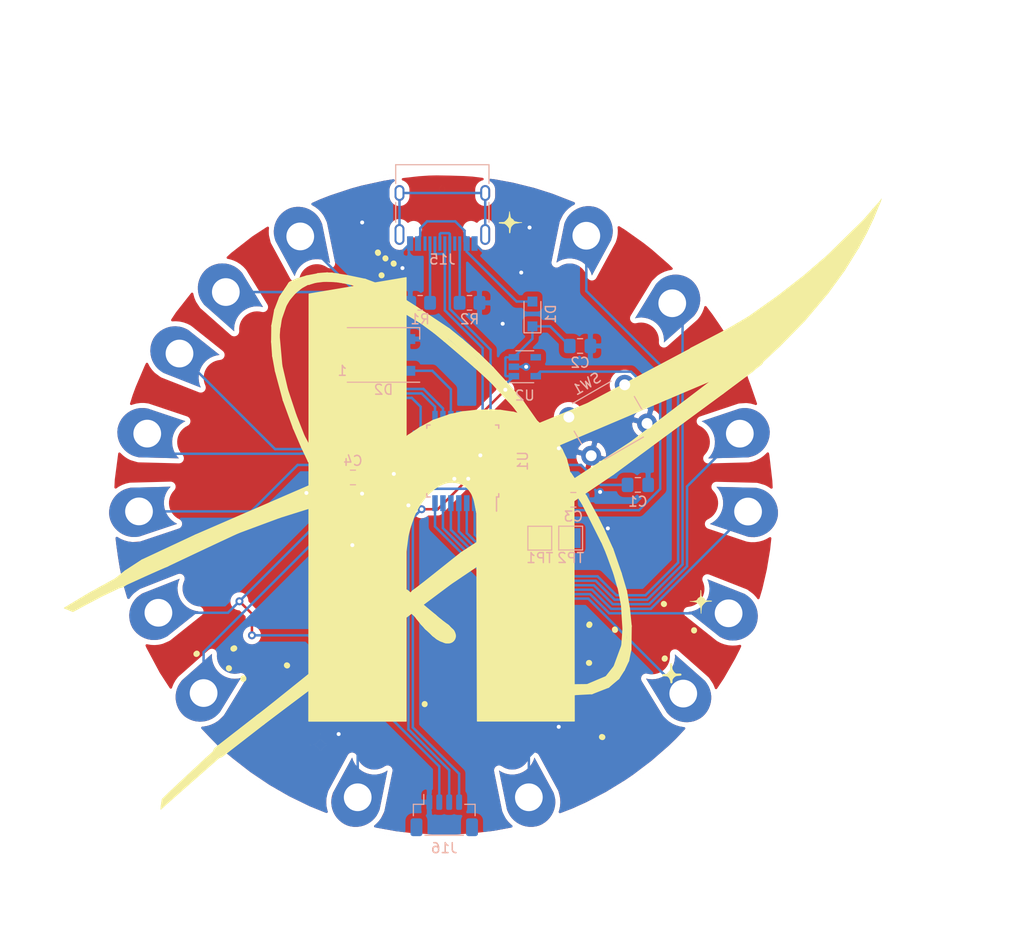
<source format=kicad_pcb>
(kicad_pcb (version 20171130) (host pcbnew "(5.1.9-0-10_14)")
  (layers (0 F.Cu signal) (31 B.Cu signal) (34 B.Paste user) (35 F.Paste user) (36 B.SilkS user) (37 F.SilkS user) (38 B.Mask user) (39 F.Mask user) (44 Edge.Cuts user))
  (net 0 "")
  (net 1 GND)
  (net 2 "Net-(C1-Pad1)")
  (net 3 +5V)
  (net 4 +3V3)
  (net 5 VBUS)
  (net 6 /NEO_PWR)
  (net 7 "Net-(D2-Pad2)")
  (net 8 /NEOPIX)
  (net 9 /MOSI)
  (net 10 /MISO)
  (net 11 /SCK)
  (net 12 /RX_A7)
  (net 13 /A0)
  (net 14 /A1)
  (net 15 /A2)
  (net 16 /A3)
  (net 17 /SDA)
  (net 18 /SCL)
  (net 19 /TX_A6)
  (net 20 "Net-(J15-PadB8)")
  (net 21 "Net-(J15-PadA5)")
  (net 22 /D-)
  (net 23 /D+)
  (net 24 "Net-(J15-PadA8)")
  (net 25 "Net-(J15-PadB5)")
  (net 26 "Net-(J15-PadS1)")
  (net 27 "Net-(SW1-Pad1)")
  (net 28 /SWDIO)
  (net 29 /SWCLK)
  (net 30 "Net-(U1-Pad27)")
  (net 31 "Net-(U1-Pad25)")
  (net 32 /SCK2)
  (net 33 /MOSI2)
  (net 34 /MISO2)
  (net 35 "Net-(U1-Pad15)")
  (net 36 "Net-(U1-Pad11)")
  (net 37 "Net-(U1-Pad2)")
  (net 38 "Net-(U1-Pad1)")
  (net 39 "Net-(U2-Pad4)")
  (module SparkFun_LilyPad_Main_Board_v21:PETAL-LONG-1-2SIDE (layer F.Cu) (at 205.74 122.01 110)
    (fp_text reference J17 hide)
    (fp_text value Conn_01x01_Female hide)
    (fp_poly (pts (xy 3.6 1.9) (xy 3.352544 1.700419) (xy 3.13472 1.468858) (xy 2.950625 1.209675) (xy 2.803721 0.927741) (xy 2.69677 0.62836) (xy 2.631785 0.317163) (xy 2.609986 0) (xy 2.631785 -0.317163) (xy 2.69677 -0.62836) (xy 2.803721 -0.927741) (xy 2.950625 -1.209675) (xy 3.13472 -1.468858) (xy 3.352544 -1.700419) (xy 3.6 -1.9) (xy -0.4 -2.5) (xy -0.733266 -2.484699) (xy -1.061683 -2.426031) (xy -1.379634 -2.325) (xy -1.681678 -2.183335) (xy -1.962649 -2.003458) (xy -2.217738 -1.788448) (xy -2.442582 -1.541983) (xy -2.633335 -1.26828) (xy -2.786731 -0.972021) (xy -2.900148 -0.658275) (xy -2.971645 -0.332409) (xy -3 0) (xy -2.971635 0.332406) (xy -2.90013 0.658266) (xy -2.786707 0.972006) (xy -2.633307 1.268259) (xy -2.442554 1.541958) (xy -2.217711 1.78842) (xy -1.962625 2.003429) (xy -1.681659 2.183306) (xy -1.37962 2.324975) (xy -1.061674 2.426012) (xy -0.4 2.5)) (layer F.Cu) (width 0))
    (fp_poly (pts (xy 3.6 -1.9) (xy 3.352544 -1.700419) (xy 3.13472 -1.468858) (xy 2.950625 -1.209675) (xy 2.803721 -0.927741) (xy 2.69677 -0.62836) (xy 2.631785 -0.317163) (xy 2.609986 0) (xy 2.631785 0.317163) (xy 2.69677 0.62836) (xy 2.803721 0.927741) (xy 2.950625 1.209675) (xy 3.13472 1.468858) (xy 3.352544 1.700419) (xy 3.6 1.9) (xy -0.4 2.5) (xy -0.733266 2.484699) (xy -1.061683 2.426031) (xy -1.379634 2.325) (xy -1.681678 2.183335) (xy -1.962649 2.003458) (xy -2.217738 1.788448) (xy -2.442582 1.541983) (xy -2.633335 1.26828) (xy -2.786731 0.972021) (xy -2.900148 0.658275) (xy -2.971645 0.332409) (xy -3 0) (xy -2.971635 -0.332406) (xy -2.90013 -0.658266) (xy -2.786707 -0.972006) (xy -2.633307 -1.268259) (xy -2.442554 -1.541958) (xy -2.217711 -1.78842) (xy -1.962625 -2.003429) (xy -1.681659 -2.183306) (xy -1.37962 -2.324975) (xy -1.061674 -2.426012) (xy -0.4 -2.5)) (layer B.Cu) (width 0))
    (pad 1 thru_hole circle (at 0.03 0 110) (size 4.064 4.064) (drill 2.794) (layers *.Cu *.Mask) (net 1 GND))
  )
  (module Package_TO_SOT_SMD:SOT-23-5 (layer B.Cu) (at 205.32 78.59)
    (fp_text reference U2 (at 0 2.9) (layer B.SilkS) (effects (justify mirror)))
    (fp_text value AP2112K-3.3)
    (pad 5 smd rect (at 1.1 0.95) (size 1.06 0.65) (layers B.Cu B.Paste B.Mask) (net 4 +3V3))
    (pad 4 smd rect (at 1.1 -0.95) (size 1.06 0.65) (layers B.Cu B.Paste B.Mask) (net 39 "Net-(U2-Pad4)"))
    (pad 3 smd rect (at -1.1 -0.95) (size 1.06 0.65) (layers B.Cu B.Paste B.Mask) (net 3 +5V))
    (pad 2 smd rect (at -1.1 0) (size 1.06 0.65) (layers B.Cu B.Paste B.Mask) (net 1 GND))
    (pad 1 smd rect (at -1.1 0.95) (size 1.06 0.65) (layers B.Cu B.Paste B.Mask) (net 3 +5V))
  )
  (module Package_QFP:TQFP-32_7x7mm_P0.8mm (layer B.Cu) (at 199.07 88.09 90)
    (fp_text reference U1 (at 0 6.05 90) (layer B.SilkS) (effects (justify mirror)))
    (fp_text value ATSAMD21E18A-A)
    (pad 32 smd rect (at -2.8 4.25) (size 1.6 0.55) (layers B.Cu B.Paste B.Mask) (net 28 /SWDIO))
    (pad 31 smd rect (at -2 4.25) (size 1.6 0.55) (layers B.Cu B.Paste B.Mask) (net 29 /SWCLK))
    (pad 30 smd rect (at -1.2 4.25) (size 1.6 0.55) (layers B.Cu B.Paste B.Mask) (net 4 +3V3))
    (pad 29 smd rect (at -0.4 4.25) (size 1.6 0.55) (layers B.Cu B.Paste B.Mask) (net 2 "Net-(C1-Pad1)"))
    (pad 28 smd rect (at 0.4 4.25) (size 1.6 0.55) (layers B.Cu B.Paste B.Mask) (net 1 GND))
    (pad 27 smd rect (at 1.2 4.25) (size 1.6 0.55) (layers B.Cu B.Paste B.Mask) (net 30 "Net-(U1-Pad27)"))
    (pad 26 smd rect (at 2 4.25) (size 1.6 0.55) (layers B.Cu B.Paste B.Mask) (net 27 "Net-(SW1-Pad1)"))
    (pad 25 smd rect (at 2.8 4.25) (size 1.6 0.55) (layers B.Cu B.Paste B.Mask) (net 31 "Net-(U1-Pad25)"))
    (pad 24 smd rect (at 4.25 2.8 90) (size 1.6 0.55) (layers B.Cu B.Paste B.Mask) (net 23 /D+))
    (pad 23 smd rect (at 4.25 2 90) (size 1.6 0.55) (layers B.Cu B.Paste B.Mask) (net 22 /D-))
    (pad 22 smd rect (at 4.25 1.2 90) (size 1.6 0.55) (layers B.Cu B.Paste B.Mask) (net 32 /SCK2))
    (pad 21 smd rect (at 4.25 0.4 90) (size 1.6 0.55) (layers B.Cu B.Paste B.Mask) (net 33 /MOSI2))
    (pad 20 smd rect (at 4.25 -0.4 90) (size 1.6 0.55) (layers B.Cu B.Paste B.Mask) (net 34 /MISO2))
    (pad 19 smd rect (at 4.25 -1.2 90) (size 1.6 0.55) (layers B.Cu B.Paste B.Mask) (net 8 /NEOPIX))
    (pad 18 smd rect (at 4.25 -2 90) (size 1.6 0.55) (layers B.Cu B.Paste B.Mask) (net 18 /SCL))
    (pad 17 smd rect (at 4.25 -2.8 90) (size 1.6 0.55) (layers B.Cu B.Paste B.Mask) (net 17 /SDA))
    (pad 16 smd rect (at 2.8 -4.25) (size 1.6 0.55) (layers B.Cu B.Paste B.Mask) (net 6 /NEO_PWR))
    (pad 15 smd rect (at 2 -4.25) (size 1.6 0.55) (layers B.Cu B.Paste B.Mask) (net 35 "Net-(U1-Pad15)"))
    (pad 14 smd rect (at 1.2 -4.25) (size 1.6 0.55) (layers B.Cu B.Paste B.Mask) (net 11 /SCK))
    (pad 13 smd rect (at 0.4 -4.25) (size 1.6 0.55) (layers B.Cu B.Paste B.Mask) (net 9 /MOSI))
    (pad 12 smd rect (at -0.4 -4.25) (size 1.6 0.55) (layers B.Cu B.Paste B.Mask) (net 10 /MISO))
    (pad 11 smd rect (at -1.2 -4.25) (size 1.6 0.55) (layers B.Cu B.Paste B.Mask) (net 36 "Net-(U1-Pad11)"))
    (pad 10 smd rect (at -2 -4.25) (size 1.6 0.55) (layers B.Cu B.Paste B.Mask) (net 1 GND))
    (pad 9 smd rect (at -2.8 -4.25) (size 1.6 0.55) (layers B.Cu B.Paste B.Mask) (net 4 +3V3))
    (pad 8 smd rect (at -4.25 -2.8 90) (size 1.6 0.55) (layers B.Cu B.Paste B.Mask) (net 12 /RX_A7))
    (pad 7 smd rect (at -4.25 -2 90) (size 1.6 0.55) (layers B.Cu B.Paste B.Mask) (net 19 /TX_A6))
    (pad 6 smd rect (at -4.25 -1.2 90) (size 1.6 0.55) (layers B.Cu B.Paste B.Mask) (net 16 /A3))
    (pad 5 smd rect (at -4.25 -0.4 90) (size 1.6 0.55) (layers B.Cu B.Paste B.Mask) (net 15 /A2))
    (pad 4 smd rect (at -4.25 0.4 90) (size 1.6 0.55) (layers B.Cu B.Paste B.Mask) (net 14 /A1))
    (pad 3 smd rect (at -4.25 1.2 90) (size 1.6 0.55) (layers B.Cu B.Paste B.Mask) (net 13 /A0))
    (pad 2 smd rect (at -4.25 2 90) (size 1.6 0.55) (layers B.Cu B.Paste B.Mask) (net 37 "Net-(U1-Pad2)"))
    (pad 1 smd rect (at -4.25 2.8 90) (size 1.6 0.55) (layers B.Cu B.Paste B.Mask) (net 38 "Net-(U1-Pad1)"))
  )
  (module TestPoint:TestPoint_Pad_2.0x2.0mm (layer B.Cu) (at 209.94 95.86)
    (fp_text reference TP2 (at 0 1.998) (layer B.SilkS) (effects (justify mirror)))
    (fp_text value TestPoint)
    (pad 1 smd rect (at 0 0) (size 2 2) (layers B.Cu B.Mask) (net 29 /SWCLK))
  )
  (module TestPoint:TestPoint_Pad_2.0x2.0mm (layer B.Cu) (at 206.83 95.87)
    (fp_text reference TP1 (at 0 1.998) (layer B.SilkS) (effects (justify mirror)))
    (fp_text value TestPoint)
    (pad 1 smd rect (at 0 0) (size 2 2) (layers B.Cu B.Mask) (net 28 /SWDIO))
  )
  (module Button_Switch_THT:SW_PUSH_6mm (layer B.Cu) (at 215.39 80.41 210)
    (fp_text reference SW1 (at 3.25 2.000001 30) (layer B.SilkS) (effects (justify mirror)))
    (fp_text value SW_Push)
    (pad 1 thru_hole circle (at 6.5 0 120) (size 2 2) (drill 1.1) (layers *.Cu *.Mask) (net 27 "Net-(SW1-Pad1)"))
    (pad 2 thru_hole circle (at 6.5 -4.5 120) (size 2 2) (drill 1.1) (layers *.Cu *.Mask) (net 1 GND))
    (pad 1 thru_hole circle (at 0 0 120) (size 2 2) (drill 1.1) (layers *.Cu *.Mask) (net 27 "Net-(SW1-Pad1)"))
    (pad 2 thru_hole circle (at 0 -4.5 120) (size 2 2) (drill 1.1) (layers *.Cu *.Mask) (net 1 GND))
  )
  (module Resistor_SMD:R_0805_2012Metric_Pad1.20x1.40mm_HandSolder (layer B.Cu) (at 199.75 72.15)
    (fp_text reference R2 (at 0 1.65) (layer B.SilkS) (effects (justify mirror)))
    (fp_text value 5.1K)
    (pad 2 smd roundrect (at 1 0) (size 1.2 1.4) (layers B.Cu B.Paste B.Mask) (roundrect_rratio 0.208333) (net 1 GND))
    (pad 1 smd roundrect (at -1 0) (size 1.2 1.4) (layers B.Cu B.Paste B.Mask) (roundrect_rratio 0.208333) (net 25 "Net-(J15-PadB5)"))
  )
  (module Resistor_SMD:R_0805_2012Metric_Pad1.20x1.40mm_HandSolder (layer B.Cu) (at 194.77 72.15)
    (fp_text reference R1 (at 0 1.65) (layer B.SilkS) (effects (justify mirror)))
    (fp_text value 5.1K)
    (pad 2 smd roundrect (at 1 0) (size 1.2 1.4) (layers B.Cu B.Paste B.Mask) (roundrect_rratio 0.208333) (net 21 "Net-(J15-PadA5)"))
    (pad 1 smd roundrect (at -1 0) (size 1.2 1.4) (layers B.Cu B.Paste B.Mask) (roundrect_rratio 0.208333) (net 1 GND))
  )
  (module Connector_JST:JST_SH_BM04B-SRSS-TB_1x04-1MP_P1.00mm_Vertical (layer B.Cu) (at 197.2 123.8)
    (fp_text reference J16 (at 0 3.3) (layer B.SilkS) (effects (justify mirror)))
    (fp_text value Conn_01x04_Female)
    (pad MP smd roundrect (at 2.8 1.2) (size 1.2 1.8) (layers B.Cu B.Paste B.Mask) (roundrect_rratio 0.208333))
    (pad MP smd roundrect (at -2.8 1.2) (size 1.2 1.8) (layers B.Cu B.Paste B.Mask) (roundrect_rratio 0.208333))
    (pad 4 smd roundrect (at 1.5 -1.325) (size 0.6 1.55) (layers B.Cu B.Paste B.Mask) (net 18 /SCL))
    (pad 3 smd roundrect (at 0.5 -1.325) (size 0.6 1.55) (layers B.Cu B.Paste B.Mask) (net 17 /SDA))
    (pad 2 smd roundrect (at -0.5 -1.325) (size 0.6 1.55) (layers B.Cu B.Paste B.Mask) (net 4 +3V3))
    (pad 1 smd roundrect (at -1.5 -1.325) (size 0.6 1.55) (layers B.Cu B.Paste B.Mask) (net 1 GND))
  )
  (module Connector_USB:USB_C_Receptacle_HRO_TYPE-C-31-M-12 (layer B.Cu) (at 197.01 62.13)
    (fp_text reference J15 (at 0 5.645) (layer B.SilkS) (effects (justify mirror)))
    (fp_text value USB_C_Receptacle_USB2.0)
    (pad B1 smd rect (at 3.25 4.045) (size 0.6 1.45) (layers B.Cu B.Paste B.Mask) (net 1 GND))
    (pad A9 smd rect (at 2.45 4.045) (size 0.6 1.45) (layers B.Cu B.Paste B.Mask) (net 5 VBUS))
    (pad B9 smd rect (at -2.45 4.045) (size 0.6 1.45) (layers B.Cu B.Paste B.Mask) (net 5 VBUS))
    (pad B12 smd rect (at -3.25 4.045) (size 0.6 1.45) (layers B.Cu B.Paste B.Mask) (net 1 GND))
    (pad A1 smd rect (at -3.25 4.045) (size 0.6 1.45) (layers B.Cu B.Paste B.Mask) (net 1 GND))
    (pad A4 smd rect (at -2.45 4.045) (size 0.6 1.45) (layers B.Cu B.Paste B.Mask) (net 5 VBUS))
    (pad B4 smd rect (at 2.45 4.045) (size 0.6 1.45) (layers B.Cu B.Paste B.Mask) (net 5 VBUS))
    (pad A12 smd rect (at 3.25 4.045) (size 0.6 1.45) (layers B.Cu B.Paste B.Mask) (net 1 GND))
    (pad B8 smd rect (at -1.75 4.045) (size 0.3 1.45) (layers B.Cu B.Paste B.Mask) (net 20 "Net-(J15-PadB8)"))
    (pad A5 smd rect (at -1.25 4.045) (size 0.3 1.45) (layers B.Cu B.Paste B.Mask) (net 21 "Net-(J15-PadA5)"))
    (pad B7 smd rect (at -0.75 4.045) (size 0.3 1.45) (layers B.Cu B.Paste B.Mask) (net 22 /D-))
    (pad A7 smd rect (at 0.25 4.045) (size 0.3 1.45) (layers B.Cu B.Paste B.Mask) (net 22 /D-))
    (pad B6 smd rect (at 0.75 4.045) (size 0.3 1.45) (layers B.Cu B.Paste B.Mask) (net 23 /D+))
    (pad A8 smd rect (at 1.25 4.045) (size 0.3 1.45) (layers B.Cu B.Paste B.Mask) (net 24 "Net-(J15-PadA8)"))
    (pad B5 smd rect (at 1.75 4.045) (size 0.3 1.45) (layers B.Cu B.Paste B.Mask) (net 25 "Net-(J15-PadB5)"))
    (pad A6 smd rect (at -0.25 4.045) (size 0.3 1.45) (layers B.Cu B.Paste B.Mask) (net 23 /D+))
    (pad S1 thru_hole oval (at 4.32 3.13) (size 1 2.1) (drill oval 0.6 1.7) (layers *.Cu *.Mask) (net 26 "Net-(J15-PadS1)"))
    (pad S1 thru_hole oval (at -4.32 3.13) (size 1 2.1) (drill oval 0.6 1.7) (layers *.Cu *.Mask) (net 26 "Net-(J15-PadS1)"))
    (pad "" np_thru_hole circle (at -2.89 2.6) (size 0.65 0.65) (drill 0.65) (layers *.Cu *.Mask))
    (pad S1 thru_hole oval (at -4.32 -1.05) (size 1 1.6) (drill oval 0.6 1.2) (layers *.Cu *.Mask) (net 26 "Net-(J15-PadS1)"))
    (pad "" np_thru_hole circle (at 2.89 2.6) (size 0.65 0.65) (drill 0.65) (layers *.Cu *.Mask))
    (pad S1 thru_hole oval (at 4.32 -1.05) (size 1 1.6) (drill oval 0.6 1.2) (layers *.Cu *.Mask) (net 26 "Net-(J15-PadS1)"))
  )
  (module SparkFun_LilyPad_Main_Board_v21:PETAL-LONG-1-2SIDE (layer B.Cu) (at 225.885981 103.455 150)
    (fp_text reference J14 hide)
    (fp_text value Conn_01x01_Female hide)
    (fp_poly (pts (xy 3.6 -1.9) (xy 3.352544 -1.700419) (xy 3.13472 -1.468858) (xy 2.950625 -1.209675) (xy 2.803721 -0.927741) (xy 2.69677 -0.62836) (xy 2.631785 -0.317163) (xy 2.609986 0) (xy 2.631785 0.317163) (xy 2.69677 0.62836) (xy 2.803721 0.927741) (xy 2.950625 1.209675) (xy 3.13472 1.468858) (xy 3.352544 1.700419) (xy 3.6 1.9) (xy -0.4 2.5) (xy -0.733266 2.484699) (xy -1.061683 2.426031) (xy -1.379634 2.325) (xy -1.681678 2.183335) (xy -1.962649 2.003458) (xy -2.217738 1.788448) (xy -2.442582 1.541983) (xy -2.633335 1.26828) (xy -2.786731 0.972021) (xy -2.900148 0.658275) (xy -2.971645 0.332409) (xy -3 0) (xy -2.971635 -0.332406) (xy -2.90013 -0.658266) (xy -2.786707 -0.972006) (xy -2.633307 -1.268259) (xy -2.442554 -1.541958) (xy -2.217711 -1.78842) (xy -1.962625 -2.003429) (xy -1.681659 -2.183306) (xy -1.37962 -2.324975) (xy -1.061674 -2.426012) (xy -0.4 -2.5)) (layer B.Cu) (width 0))
    (fp_poly (pts (xy 3.6 1.9) (xy 3.352544 1.700419) (xy 3.13472 1.468858) (xy 2.950625 1.209675) (xy 2.803721 0.927741) (xy 2.69677 0.62836) (xy 2.631785 0.317163) (xy 2.609986 0) (xy 2.631785 -0.317163) (xy 2.69677 -0.62836) (xy 2.803721 -0.927741) (xy 2.950625 -1.209675) (xy 3.13472 -1.468858) (xy 3.352544 -1.700419) (xy 3.6 -1.9) (xy -0.4 -2.5) (xy -0.733266 -2.484699) (xy -1.061683 -2.426031) (xy -1.379634 -2.325) (xy -1.681678 -2.183335) (xy -1.962649 -2.003458) (xy -2.217738 -1.788448) (xy -2.442582 -1.541983) (xy -2.633335 -1.26828) (xy -2.786731 -0.972021) (xy -2.900148 -0.658275) (xy -2.971645 -0.332409) (xy -3 0) (xy -2.971635 0.332406) (xy -2.90013 0.658266) (xy -2.786707 0.972006) (xy -2.633307 1.268259) (xy -2.442554 1.541958) (xy -2.217711 1.78842) (xy -1.962625 2.003429) (xy -1.681659 2.183306) (xy -1.37962 2.324975) (xy -1.061674 2.426012) (xy -0.4 2.5)) (layer F.Cu) (width 0))
    (pad 1 thru_hole circle (at 0.03 0 150) (size 4.064 4.064) (drill 2.794) (layers *.Cu *.Mask) (net 19 /TX_A6))
  )
  (module SparkFun_LilyPad_Main_Board_v21:PETAL-LONG-1-2SIDE (layer B.Cu) (at 182.68 65.43 290)
    (fp_text reference J13 hide)
    (fp_text value Conn_01x01_Female hide)
    (fp_poly (pts (xy 3.6 -1.9) (xy 3.352544 -1.700419) (xy 3.13472 -1.468858) (xy 2.950625 -1.209675) (xy 2.803721 -0.927741) (xy 2.69677 -0.62836) (xy 2.631785 -0.317163) (xy 2.609986 0) (xy 2.631785 0.317163) (xy 2.69677 0.62836) (xy 2.803721 0.927741) (xy 2.950625 1.209675) (xy 3.13472 1.468858) (xy 3.352544 1.700419) (xy 3.6 1.9) (xy -0.4 2.5) (xy -0.733266 2.484699) (xy -1.061683 2.426031) (xy -1.379634 2.325) (xy -1.681678 2.183335) (xy -1.962649 2.003458) (xy -2.217738 1.788448) (xy -2.442582 1.541983) (xy -2.633335 1.26828) (xy -2.786731 0.972021) (xy -2.900148 0.658275) (xy -2.971645 0.332409) (xy -3 0) (xy -2.971635 -0.332406) (xy -2.90013 -0.658266) (xy -2.786707 -0.972006) (xy -2.633307 -1.268259) (xy -2.442554 -1.541958) (xy -2.217711 -1.78842) (xy -1.962625 -2.003429) (xy -1.681659 -2.183306) (xy -1.37962 -2.324975) (xy -1.061674 -2.426012) (xy -0.4 -2.5)) (layer B.Cu) (width 0))
    (fp_poly (pts (xy 3.6 1.9) (xy 3.352544 1.700419) (xy 3.13472 1.468858) (xy 2.950625 1.209675) (xy 2.803721 0.927741) (xy 2.69677 0.62836) (xy 2.631785 0.317163) (xy 2.609986 0) (xy 2.631785 -0.317163) (xy 2.69677 -0.62836) (xy 2.803721 -0.927741) (xy 2.950625 -1.209675) (xy 3.13472 -1.468858) (xy 3.352544 -1.700419) (xy 3.6 -1.9) (xy -0.4 -2.5) (xy -0.733266 -2.484699) (xy -1.061683 -2.426031) (xy -1.379634 -2.325) (xy -1.681678 -2.183335) (xy -1.962649 -2.003458) (xy -2.217738 -1.788448) (xy -2.442582 -1.541983) (xy -2.633335 -1.26828) (xy -2.786731 -0.972021) (xy -2.900148 -0.658275) (xy -2.971645 -0.332409) (xy -3 0) (xy -2.971635 0.332406) (xy -2.90013 0.658266) (xy -2.786707 0.972006) (xy -2.633307 1.268259) (xy -2.442554 1.541958) (xy -2.217711 1.78842) (xy -1.962625 2.003429) (xy -1.681659 2.183306) (xy -1.37962 2.324975) (xy -1.061674 2.426012) (xy -0.4 2.5)) (layer F.Cu) (width 0))
    (pad 1 thru_hole circle (at 0.03 0 290) (size 4.064 4.064) (drill 2.794) (layers *.Cu *.Mask) (net 18 /SCL))
  )
  (module SparkFun_LilyPad_Main_Board_v21:PETAL-LONG-1-2SIDE (layer B.Cu) (at 175.17 71.04 310)
    (fp_text reference J12 hide)
    (fp_text value Conn_01x01_Female hide)
    (fp_poly (pts (xy 3.6 -1.9) (xy 3.352544 -1.700419) (xy 3.13472 -1.468858) (xy 2.950625 -1.209675) (xy 2.803721 -0.927741) (xy 2.69677 -0.62836) (xy 2.631785 -0.317163) (xy 2.609986 0) (xy 2.631785 0.317163) (xy 2.69677 0.62836) (xy 2.803721 0.927741) (xy 2.950625 1.209675) (xy 3.13472 1.468858) (xy 3.352544 1.700419) (xy 3.6 1.9) (xy -0.4 2.5) (xy -0.733266 2.484699) (xy -1.061683 2.426031) (xy -1.379634 2.325) (xy -1.681678 2.183335) (xy -1.962649 2.003458) (xy -2.217738 1.788448) (xy -2.442582 1.541983) (xy -2.633335 1.26828) (xy -2.786731 0.972021) (xy -2.900148 0.658275) (xy -2.971645 0.332409) (xy -3 0) (xy -2.971635 -0.332406) (xy -2.90013 -0.658266) (xy -2.786707 -0.972006) (xy -2.633307 -1.268259) (xy -2.442554 -1.541958) (xy -2.217711 -1.78842) (xy -1.962625 -2.003429) (xy -1.681659 -2.183306) (xy -1.37962 -2.324975) (xy -1.061674 -2.426012) (xy -0.4 -2.5)) (layer B.Cu) (width 0))
    (fp_poly (pts (xy 3.6 1.9) (xy 3.352544 1.700419) (xy 3.13472 1.468858) (xy 2.950625 1.209675) (xy 2.803721 0.927741) (xy 2.69677 0.62836) (xy 2.631785 0.317163) (xy 2.609986 0) (xy 2.631785 -0.317163) (xy 2.69677 -0.62836) (xy 2.803721 -0.927741) (xy 2.950625 -1.209675) (xy 3.13472 -1.468858) (xy 3.352544 -1.700419) (xy 3.6 -1.9) (xy -0.4 -2.5) (xy -0.733266 -2.484699) (xy -1.061683 -2.426031) (xy -1.379634 -2.325) (xy -1.681678 -2.183335) (xy -1.962649 -2.003458) (xy -2.217738 -1.788448) (xy -2.442582 -1.541983) (xy -2.633335 -1.26828) (xy -2.786731 -0.972021) (xy -2.900148 -0.658275) (xy -2.971645 -0.332409) (xy -3 0) (xy -2.971635 0.332406) (xy -2.90013 0.658266) (xy -2.786707 0.972006) (xy -2.633307 1.268259) (xy -2.442554 1.541958) (xy -2.217711 1.78842) (xy -1.962625 2.003429) (xy -1.681659 2.183306) (xy -1.37962 2.324975) (xy -1.061674 2.426012) (xy -0.4 2.5)) (layer F.Cu) (width 0))
    (pad 1 thru_hole circle (at 0.03 0 310) (size 4.064 4.064) (drill 2.794) (layers *.Cu *.Mask) (net 17 /SDA))
  )
  (module SparkFun_LilyPad_Main_Board_v21:PETAL-LONG-1-2SIDE (layer B.Cu) (at 227.85 93.19 170)
    (fp_text reference J11 hide)
    (fp_text value Conn_01x01_Female hide)
    (fp_poly (pts (xy 3.6 -1.9) (xy 3.352544 -1.700419) (xy 3.13472 -1.468858) (xy 2.950625 -1.209675) (xy 2.803721 -0.927741) (xy 2.69677 -0.62836) (xy 2.631785 -0.317163) (xy 2.609986 0) (xy 2.631785 0.317163) (xy 2.69677 0.62836) (xy 2.803721 0.927741) (xy 2.950625 1.209675) (xy 3.13472 1.468858) (xy 3.352544 1.700419) (xy 3.6 1.9) (xy -0.4 2.5) (xy -0.733266 2.484699) (xy -1.061683 2.426031) (xy -1.379634 2.325) (xy -1.681678 2.183335) (xy -1.962649 2.003458) (xy -2.217738 1.788448) (xy -2.442582 1.541983) (xy -2.633335 1.26828) (xy -2.786731 0.972021) (xy -2.900148 0.658275) (xy -2.971645 0.332409) (xy -3 0) (xy -2.971635 -0.332406) (xy -2.90013 -0.658266) (xy -2.786707 -0.972006) (xy -2.633307 -1.268259) (xy -2.442554 -1.541958) (xy -2.217711 -1.78842) (xy -1.962625 -2.003429) (xy -1.681659 -2.183306) (xy -1.37962 -2.324975) (xy -1.061674 -2.426012) (xy -0.4 -2.5)) (layer B.Cu) (width 0))
    (fp_poly (pts (xy 3.6 1.9) (xy 3.352544 1.700419) (xy 3.13472 1.468858) (xy 2.950625 1.209675) (xy 2.803721 0.927741) (xy 2.69677 0.62836) (xy 2.631785 0.317163) (xy 2.609986 0) (xy 2.631785 -0.317163) (xy 2.69677 -0.62836) (xy 2.803721 -0.927741) (xy 2.950625 -1.209675) (xy 3.13472 -1.468858) (xy 3.352544 -1.700419) (xy 3.6 -1.9) (xy -0.4 -2.5) (xy -0.733266 -2.484699) (xy -1.061683 -2.426031) (xy -1.379634 -2.325) (xy -1.681678 -2.183335) (xy -1.962649 -2.003458) (xy -2.217738 -1.788448) (xy -2.442582 -1.541983) (xy -2.633335 -1.26828) (xy -2.786731 -0.972021) (xy -2.900148 -0.658275) (xy -2.971645 -0.332409) (xy -3 0) (xy -2.971635 0.332406) (xy -2.90013 0.658266) (xy -2.786707 0.972006) (xy -2.633307 1.268259) (xy -2.442554 1.541958) (xy -2.217711 1.78842) (xy -1.962625 2.003429) (xy -1.681659 2.183306) (xy -1.37962 2.324975) (xy -1.061674 2.426012) (xy -0.4 2.5)) (layer F.Cu) (width 0))
    (pad 1 thru_hole circle (at 0.03 0 170) (size 4.064 4.064) (drill 2.794) (layers *.Cu *.Mask) (net 16 /A3))
  )
  (module SparkFun_LilyPad_Main_Board_v21:PETAL-LONG-1-2SIDE (layer B.Cu) (at 227.02 85.33 190)
    (fp_text reference J10 hide)
    (fp_text value Conn_01x01_Female hide)
    (fp_poly (pts (xy 3.6 -1.9) (xy 3.352544 -1.700419) (xy 3.13472 -1.468858) (xy 2.950625 -1.209675) (xy 2.803721 -0.927741) (xy 2.69677 -0.62836) (xy 2.631785 -0.317163) (xy 2.609986 0) (xy 2.631785 0.317163) (xy 2.69677 0.62836) (xy 2.803721 0.927741) (xy 2.950625 1.209675) (xy 3.13472 1.468858) (xy 3.352544 1.700419) (xy 3.6 1.9) (xy -0.4 2.5) (xy -0.733266 2.484699) (xy -1.061683 2.426031) (xy -1.379634 2.325) (xy -1.681678 2.183335) (xy -1.962649 2.003458) (xy -2.217738 1.788448) (xy -2.442582 1.541983) (xy -2.633335 1.26828) (xy -2.786731 0.972021) (xy -2.900148 0.658275) (xy -2.971645 0.332409) (xy -3 0) (xy -2.971635 -0.332406) (xy -2.90013 -0.658266) (xy -2.786707 -0.972006) (xy -2.633307 -1.268259) (xy -2.442554 -1.541958) (xy -2.217711 -1.78842) (xy -1.962625 -2.003429) (xy -1.681659 -2.183306) (xy -1.37962 -2.324975) (xy -1.061674 -2.426012) (xy -0.4 -2.5)) (layer B.Cu) (width 0))
    (fp_poly (pts (xy 3.6 1.9) (xy 3.352544 1.700419) (xy 3.13472 1.468858) (xy 2.950625 1.209675) (xy 2.803721 0.927741) (xy 2.69677 0.62836) (xy 2.631785 0.317163) (xy 2.609986 0) (xy 2.631785 -0.317163) (xy 2.69677 -0.62836) (xy 2.803721 -0.927741) (xy 2.950625 -1.209675) (xy 3.13472 -1.468858) (xy 3.352544 -1.700419) (xy 3.6 -1.9) (xy -0.4 -2.5) (xy -0.733266 -2.484699) (xy -1.061683 -2.426031) (xy -1.379634 -2.325) (xy -1.681678 -2.183335) (xy -1.962649 -2.003458) (xy -2.217738 -1.788448) (xy -2.442582 -1.541983) (xy -2.633335 -1.26828) (xy -2.786731 -0.972021) (xy -2.900148 -0.658275) (xy -2.971645 -0.332409) (xy -3 0) (xy -2.971635 0.332406) (xy -2.90013 0.658266) (xy -2.786707 0.972006) (xy -2.633307 1.268259) (xy -2.442554 1.541958) (xy -2.217711 1.78842) (xy -1.962625 2.003429) (xy -1.681659 2.183306) (xy -1.37962 2.324975) (xy -1.061674 2.426012) (xy -0.4 2.5)) (layer F.Cu) (width 0))
    (pad 1 thru_hole circle (at 0.03 0 190) (size 4.064 4.064) (drill 2.794) (layers *.Cu *.Mask) (net 15 /A2))
  )
  (module SparkFun_LilyPad_Main_Board_v21:PETAL-LONG-1-2SIDE (layer B.Cu) (at 220.2 72.17 230)
    (fp_text reference J9 hide)
    (fp_text value Conn_01x01_Female hide)
    (fp_poly (pts (xy 3.6 -1.9) (xy 3.352544 -1.700419) (xy 3.13472 -1.468858) (xy 2.950625 -1.209675) (xy 2.803721 -0.927741) (xy 2.69677 -0.62836) (xy 2.631785 -0.317163) (xy 2.609986 0) (xy 2.631785 0.317163) (xy 2.69677 0.62836) (xy 2.803721 0.927741) (xy 2.950625 1.209675) (xy 3.13472 1.468858) (xy 3.352544 1.700419) (xy 3.6 1.9) (xy -0.4 2.5) (xy -0.733266 2.484699) (xy -1.061683 2.426031) (xy -1.379634 2.325) (xy -1.681678 2.183335) (xy -1.962649 2.003458) (xy -2.217738 1.788448) (xy -2.442582 1.541983) (xy -2.633335 1.26828) (xy -2.786731 0.972021) (xy -2.900148 0.658275) (xy -2.971645 0.332409) (xy -3 0) (xy -2.971635 -0.332406) (xy -2.90013 -0.658266) (xy -2.786707 -0.972006) (xy -2.633307 -1.268259) (xy -2.442554 -1.541958) (xy -2.217711 -1.78842) (xy -1.962625 -2.003429) (xy -1.681659 -2.183306) (xy -1.37962 -2.324975) (xy -1.061674 -2.426012) (xy -0.4 -2.5)) (layer B.Cu) (width 0))
    (fp_poly (pts (xy 3.6 1.9) (xy 3.352544 1.700419) (xy 3.13472 1.468858) (xy 2.950625 1.209675) (xy 2.803721 0.927741) (xy 2.69677 0.62836) (xy 2.631785 0.317163) (xy 2.609986 0) (xy 2.631785 -0.317163) (xy 2.69677 -0.62836) (xy 2.803721 -0.927741) (xy 2.950625 -1.209675) (xy 3.13472 -1.468858) (xy 3.352544 -1.700419) (xy 3.6 -1.9) (xy -0.4 -2.5) (xy -0.733266 -2.484699) (xy -1.061683 -2.426031) (xy -1.379634 -2.325) (xy -1.681678 -2.183335) (xy -1.962649 -2.003458) (xy -2.217738 -1.788448) (xy -2.442582 -1.541983) (xy -2.633335 -1.26828) (xy -2.786731 -0.972021) (xy -2.900148 -0.658275) (xy -2.971645 -0.332409) (xy -3 0) (xy -2.971635 0.332406) (xy -2.90013 0.658266) (xy -2.786707 0.972006) (xy -2.633307 1.268259) (xy -2.442554 1.541958) (xy -2.217711 1.78842) (xy -1.962625 2.003429) (xy -1.681659 2.183306) (xy -1.37962 2.324975) (xy -1.061674 2.426012) (xy -0.4 2.5)) (layer F.Cu) (width 0))
    (pad 1 thru_hole circle (at 0.03 0 230) (size 4.064 4.064) (drill 2.794) (layers *.Cu *.Mask) (net 14 /A1))
  )
  (module SparkFun_LilyPad_Main_Board_v21:PETAL-LONG-1-2SIDE (layer B.Cu) (at 211.53 65.36 250)
    (fp_text reference J8 hide)
    (fp_text value Conn_01x01_Female hide)
    (fp_poly (pts (xy 3.6 -1.9) (xy 3.352544 -1.700419) (xy 3.13472 -1.468858) (xy 2.950625 -1.209675) (xy 2.803721 -0.927741) (xy 2.69677 -0.62836) (xy 2.631785 -0.317163) (xy 2.609986 0) (xy 2.631785 0.317163) (xy 2.69677 0.62836) (xy 2.803721 0.927741) (xy 2.950625 1.209675) (xy 3.13472 1.468858) (xy 3.352544 1.700419) (xy 3.6 1.9) (xy -0.4 2.5) (xy -0.733266 2.484699) (xy -1.061683 2.426031) (xy -1.379634 2.325) (xy -1.681678 2.183335) (xy -1.962649 2.003458) (xy -2.217738 1.788448) (xy -2.442582 1.541983) (xy -2.633335 1.26828) (xy -2.786731 0.972021) (xy -2.900148 0.658275) (xy -2.971645 0.332409) (xy -3 0) (xy -2.971635 -0.332406) (xy -2.90013 -0.658266) (xy -2.786707 -0.972006) (xy -2.633307 -1.268259) (xy -2.442554 -1.541958) (xy -2.217711 -1.78842) (xy -1.962625 -2.003429) (xy -1.681659 -2.183306) (xy -1.37962 -2.324975) (xy -1.061674 -2.426012) (xy -0.4 -2.5)) (layer B.Cu) (width 0))
    (fp_poly (pts (xy 3.6 1.9) (xy 3.352544 1.700419) (xy 3.13472 1.468858) (xy 2.950625 1.209675) (xy 2.803721 0.927741) (xy 2.69677 0.62836) (xy 2.631785 0.317163) (xy 2.609986 0) (xy 2.631785 -0.317163) (xy 2.69677 -0.62836) (xy 2.803721 -0.927741) (xy 2.950625 -1.209675) (xy 3.13472 -1.468858) (xy 3.352544 -1.700419) (xy 3.6 -1.9) (xy -0.4 -2.5) (xy -0.733266 -2.484699) (xy -1.061683 -2.426031) (xy -1.379634 -2.325) (xy -1.681678 -2.183335) (xy -1.962649 -2.003458) (xy -2.217738 -1.788448) (xy -2.442582 -1.541983) (xy -2.633335 -1.26828) (xy -2.786731 -0.972021) (xy -2.900148 -0.658275) (xy -2.971645 -0.332409) (xy -3 0) (xy -2.971635 0.332406) (xy -2.90013 0.658266) (xy -2.786707 0.972006) (xy -2.633307 1.268259) (xy -2.442554 1.541958) (xy -2.217711 1.78842) (xy -1.962625 2.003429) (xy -1.681659 2.183306) (xy -1.37962 2.324975) (xy -1.061674 2.426012) (xy -0.4 2.5)) (layer F.Cu) (width 0))
    (pad 1 thru_hole circle (at 0.03 0 250) (size 4.064 4.064) (drill 2.794) (layers *.Cu *.Mask) (net 13 /A0))
  )
  (module SparkFun_LilyPad_Main_Board_v21:PETAL-LONG-1-2SIDE (layer B.Cu) (at 221.309284 111.552981 130)
    (fp_text reference J7 hide)
    (fp_text value Conn_01x01_Female hide)
    (fp_poly (pts (xy 3.6 -1.9) (xy 3.352544 -1.700419) (xy 3.13472 -1.468858) (xy 2.950625 -1.209675) (xy 2.803721 -0.927741) (xy 2.69677 -0.62836) (xy 2.631785 -0.317163) (xy 2.609986 0) (xy 2.631785 0.317163) (xy 2.69677 0.62836) (xy 2.803721 0.927741) (xy 2.950625 1.209675) (xy 3.13472 1.468858) (xy 3.352544 1.700419) (xy 3.6 1.9) (xy -0.4 2.5) (xy -0.733266 2.484699) (xy -1.061683 2.426031) (xy -1.379634 2.325) (xy -1.681678 2.183335) (xy -1.962649 2.003458) (xy -2.217738 1.788448) (xy -2.442582 1.541983) (xy -2.633335 1.26828) (xy -2.786731 0.972021) (xy -2.900148 0.658275) (xy -2.971645 0.332409) (xy -3 0) (xy -2.971635 -0.332406) (xy -2.90013 -0.658266) (xy -2.786707 -0.972006) (xy -2.633307 -1.268259) (xy -2.442554 -1.541958) (xy -2.217711 -1.78842) (xy -1.962625 -2.003429) (xy -1.681659 -2.183306) (xy -1.37962 -2.324975) (xy -1.061674 -2.426012) (xy -0.4 -2.5)) (layer B.Cu) (width 0))
    (fp_poly (pts (xy 3.6 1.9) (xy 3.352544 1.700419) (xy 3.13472 1.468858) (xy 2.950625 1.209675) (xy 2.803721 0.927741) (xy 2.69677 0.62836) (xy 2.631785 0.317163) (xy 2.609986 0) (xy 2.631785 -0.317163) (xy 2.69677 -0.62836) (xy 2.803721 -0.927741) (xy 2.950625 -1.209675) (xy 3.13472 -1.468858) (xy 3.352544 -1.700419) (xy 3.6 -1.9) (xy -0.4 -2.5) (xy -0.733266 -2.484699) (xy -1.061683 -2.426031) (xy -1.379634 -2.325) (xy -1.681678 -2.183335) (xy -1.962649 -2.003458) (xy -2.217738 -1.788448) (xy -2.442582 -1.541983) (xy -2.633335 -1.26828) (xy -2.786731 -0.972021) (xy -2.900148 -0.658275) (xy -2.971645 -0.332409) (xy -3 0) (xy -2.971635 0.332406) (xy -2.90013 0.658266) (xy -2.786707 0.972006) (xy -2.633307 1.268259) (xy -2.442554 1.541958) (xy -2.217711 1.78842) (xy -1.962625 2.003429) (xy -1.681659 2.183306) (xy -1.37962 2.324975) (xy -1.061674 2.426012) (xy -0.4 2.5)) (layer F.Cu) (width 0))
    (pad 1 thru_hole circle (at 0.03 0 130) (size 4.064 4.064) (drill 2.794) (layers *.Cu *.Mask) (net 12 /RX_A7))
  )
  (module SparkFun_LilyPad_Main_Board_v21:PETAL-LONG-1-2SIDE (layer B.Cu) (at 170.494019 77.245 330)
    (fp_text reference J6 hide)
    (fp_text value Conn_01x01_Female hide)
    (fp_poly (pts (xy 3.6 -1.9) (xy 3.352544 -1.700419) (xy 3.13472 -1.468858) (xy 2.950625 -1.209675) (xy 2.803721 -0.927741) (xy 2.69677 -0.62836) (xy 2.631785 -0.317163) (xy 2.609986 0) (xy 2.631785 0.317163) (xy 2.69677 0.62836) (xy 2.803721 0.927741) (xy 2.950625 1.209675) (xy 3.13472 1.468858) (xy 3.352544 1.700419) (xy 3.6 1.9) (xy -0.4 2.5) (xy -0.733266 2.484699) (xy -1.061683 2.426031) (xy -1.379634 2.325) (xy -1.681678 2.183335) (xy -1.962649 2.003458) (xy -2.217738 1.788448) (xy -2.442582 1.541983) (xy -2.633335 1.26828) (xy -2.786731 0.972021) (xy -2.900148 0.658275) (xy -2.971645 0.332409) (xy -3 0) (xy -2.971635 -0.332406) (xy -2.90013 -0.658266) (xy -2.786707 -0.972006) (xy -2.633307 -1.268259) (xy -2.442554 -1.541958) (xy -2.217711 -1.78842) (xy -1.962625 -2.003429) (xy -1.681659 -2.183306) (xy -1.37962 -2.324975) (xy -1.061674 -2.426012) (xy -0.4 -2.5)) (layer B.Cu) (width 0))
    (fp_poly (pts (xy 3.6 1.9) (xy 3.352544 1.700419) (xy 3.13472 1.468858) (xy 2.950625 1.209675) (xy 2.803721 0.927741) (xy 2.69677 0.62836) (xy 2.631785 0.317163) (xy 2.609986 0) (xy 2.631785 -0.317163) (xy 2.69677 -0.62836) (xy 2.803721 -0.927741) (xy 2.950625 -1.209675) (xy 3.13472 -1.468858) (xy 3.352544 -1.700419) (xy 3.6 -1.9) (xy -0.4 -2.5) (xy -0.733266 -2.484699) (xy -1.061683 -2.426031) (xy -1.379634 -2.325) (xy -1.681678 -2.183335) (xy -1.962649 -2.003458) (xy -2.217738 -1.788448) (xy -2.442582 -1.541983) (xy -2.633335 -1.26828) (xy -2.786731 -0.972021) (xy -2.900148 -0.658275) (xy -2.971645 -0.332409) (xy -3 0) (xy -2.971635 0.332406) (xy -2.90013 0.658266) (xy -2.786707 0.972006) (xy -2.633307 1.268259) (xy -2.442554 1.541958) (xy -2.217711 1.78842) (xy -1.962625 2.003429) (xy -1.681659 2.183306) (xy -1.37962 2.324975) (xy -1.061674 2.426012) (xy -0.4 2.5)) (layer F.Cu) (width 0))
    (pad 1 thru_hole circle (at 0.03 0 330) (size 4.064 4.064) (drill 2.794) (layers *.Cu *.Mask) (net 11 /SCK))
  )
  (module SparkFun_LilyPad_Main_Board_v21:PETAL-LONG-1-2SIDE (layer B.Cu) (at 166.41 93.175209 10)
    (fp_text reference J5 hide)
    (fp_text value Conn_01x01_Female hide)
    (fp_poly (pts (xy 3.6 -1.9) (xy 3.352544 -1.700419) (xy 3.13472 -1.468858) (xy 2.950625 -1.209675) (xy 2.803721 -0.927741) (xy 2.69677 -0.62836) (xy 2.631785 -0.317163) (xy 2.609986 0) (xy 2.631785 0.317163) (xy 2.69677 0.62836) (xy 2.803721 0.927741) (xy 2.950625 1.209675) (xy 3.13472 1.468858) (xy 3.352544 1.700419) (xy 3.6 1.9) (xy -0.4 2.5) (xy -0.733266 2.484699) (xy -1.061683 2.426031) (xy -1.379634 2.325) (xy -1.681678 2.183335) (xy -1.962649 2.003458) (xy -2.217738 1.788448) (xy -2.442582 1.541983) (xy -2.633335 1.26828) (xy -2.786731 0.972021) (xy -2.900148 0.658275) (xy -2.971645 0.332409) (xy -3 0) (xy -2.971635 -0.332406) (xy -2.90013 -0.658266) (xy -2.786707 -0.972006) (xy -2.633307 -1.268259) (xy -2.442554 -1.541958) (xy -2.217711 -1.78842) (xy -1.962625 -2.003429) (xy -1.681659 -2.183306) (xy -1.37962 -2.324975) (xy -1.061674 -2.426012) (xy -0.4 -2.5)) (layer B.Cu) (width 0))
    (fp_poly (pts (xy 3.6 1.9) (xy 3.352544 1.700419) (xy 3.13472 1.468858) (xy 2.950625 1.209675) (xy 2.803721 0.927741) (xy 2.69677 0.62836) (xy 2.631785 0.317163) (xy 2.609986 0) (xy 2.631785 -0.317163) (xy 2.69677 -0.62836) (xy 2.803721 -0.927741) (xy 2.950625 -1.209675) (xy 3.13472 -1.468858) (xy 3.352544 -1.700419) (xy 3.6 -1.9) (xy -0.4 -2.5) (xy -0.733266 -2.484699) (xy -1.061683 -2.426031) (xy -1.379634 -2.325) (xy -1.681678 -2.183335) (xy -1.962649 -2.003458) (xy -2.217738 -1.788448) (xy -2.442582 -1.541983) (xy -2.633335 -1.26828) (xy -2.786731 -0.972021) (xy -2.900148 -0.658275) (xy -2.971645 -0.332409) (xy -3 0) (xy -2.971635 0.332406) (xy -2.90013 0.658266) (xy -2.786707 0.972006) (xy -2.633307 1.268259) (xy -2.442554 1.541958) (xy -2.217711 1.78842) (xy -1.962625 2.003429) (xy -1.681659 2.183306) (xy -1.37962 2.324975) (xy -1.061674 2.426012) (xy -0.4 2.5)) (layer F.Cu) (width 0))
    (pad 1 thru_hole circle (at 0.03 0 10) (size 4.064 4.064) (drill 2.794) (layers *.Cu *.Mask) (net 10 /MISO))
  )
  (module SparkFun_LilyPad_Main_Board_v21:PETAL-LONG-1-2SIDE (layer B.Cu) (at 167.240456 85.324791 350)
    (fp_text reference J4 hide)
    (fp_text value Conn_01x01_Female hide)
    (fp_poly (pts (xy 3.6 -1.9) (xy 3.352544 -1.700419) (xy 3.13472 -1.468858) (xy 2.950625 -1.209675) (xy 2.803721 -0.927741) (xy 2.69677 -0.62836) (xy 2.631785 -0.317163) (xy 2.609986 0) (xy 2.631785 0.317163) (xy 2.69677 0.62836) (xy 2.803721 0.927741) (xy 2.950625 1.209675) (xy 3.13472 1.468858) (xy 3.352544 1.700419) (xy 3.6 1.9) (xy -0.4 2.5) (xy -0.733266 2.484699) (xy -1.061683 2.426031) (xy -1.379634 2.325) (xy -1.681678 2.183335) (xy -1.962649 2.003458) (xy -2.217738 1.788448) (xy -2.442582 1.541983) (xy -2.633335 1.26828) (xy -2.786731 0.972021) (xy -2.900148 0.658275) (xy -2.971645 0.332409) (xy -3 0) (xy -2.971635 -0.332406) (xy -2.90013 -0.658266) (xy -2.786707 -0.972006) (xy -2.633307 -1.268259) (xy -2.442554 -1.541958) (xy -2.217711 -1.78842) (xy -1.962625 -2.003429) (xy -1.681659 -2.183306) (xy -1.37962 -2.324975) (xy -1.061674 -2.426012) (xy -0.4 -2.5)) (layer B.Cu) (width 0))
    (fp_poly (pts (xy 3.6 1.9) (xy 3.352544 1.700419) (xy 3.13472 1.468858) (xy 2.950625 1.209675) (xy 2.803721 0.927741) (xy 2.69677 0.62836) (xy 2.631785 0.317163) (xy 2.609986 0) (xy 2.631785 -0.317163) (xy 2.69677 -0.62836) (xy 2.803721 -0.927741) (xy 2.950625 -1.209675) (xy 3.13472 -1.468858) (xy 3.352544 -1.700419) (xy 3.6 -1.9) (xy -0.4 -2.5) (xy -0.733266 -2.484699) (xy -1.061683 -2.426031) (xy -1.379634 -2.325) (xy -1.681678 -2.183335) (xy -1.962649 -2.003458) (xy -2.217738 -1.788448) (xy -2.442582 -1.541983) (xy -2.633335 -1.26828) (xy -2.786731 -0.972021) (xy -2.900148 -0.658275) (xy -2.971645 -0.332409) (xy -3 0) (xy -2.971635 0.332406) (xy -2.90013 0.658266) (xy -2.786707 0.972006) (xy -2.633307 1.268259) (xy -2.442554 1.541958) (xy -2.217711 1.78842) (xy -1.962625 2.003429) (xy -1.681659 2.183306) (xy -1.37962 2.324975) (xy -1.061674 2.426012) (xy -0.4 2.5)) (layer F.Cu) (width 0))
    (pad 1 thru_hole circle (at 0.03 0 350) (size 4.064 4.064) (drill 2.794) (layers *.Cu *.Mask) (net 9 /MOSI))
  )
  (module SparkFun_LilyPad_Main_Board_v21:PETAL-LONG-1-2SIDE (layer B.Cu) (at 168.37 103.4 30)
    (fp_text reference J3 hide)
    (fp_text value Conn_01x01_Female hide)
    (fp_poly (pts (xy 3.6 -1.9) (xy 3.352544 -1.700419) (xy 3.13472 -1.468858) (xy 2.950625 -1.209675) (xy 2.803721 -0.927741) (xy 2.69677 -0.62836) (xy 2.631785 -0.317163) (xy 2.609986 0) (xy 2.631785 0.317163) (xy 2.69677 0.62836) (xy 2.803721 0.927741) (xy 2.950625 1.209675) (xy 3.13472 1.468858) (xy 3.352544 1.700419) (xy 3.6 1.9) (xy -0.4 2.5) (xy -0.733266 2.484699) (xy -1.061683 2.426031) (xy -1.379634 2.325) (xy -1.681678 2.183335) (xy -1.962649 2.003458) (xy -2.217738 1.788448) (xy -2.442582 1.541983) (xy -2.633335 1.26828) (xy -2.786731 0.972021) (xy -2.900148 0.658275) (xy -2.971645 0.332409) (xy -3 0) (xy -2.971635 -0.332406) (xy -2.90013 -0.658266) (xy -2.786707 -0.972006) (xy -2.633307 -1.268259) (xy -2.442554 -1.541958) (xy -2.217711 -1.78842) (xy -1.962625 -2.003429) (xy -1.681659 -2.183306) (xy -1.37962 -2.324975) (xy -1.061674 -2.426012) (xy -0.4 -2.5)) (layer B.Cu) (width 0))
    (fp_poly (pts (xy 3.6 1.9) (xy 3.352544 1.700419) (xy 3.13472 1.468858) (xy 2.950625 1.209675) (xy 2.803721 0.927741) (xy 2.69677 0.62836) (xy 2.631785 0.317163) (xy 2.609986 0) (xy 2.631785 -0.317163) (xy 2.69677 -0.62836) (xy 2.803721 -0.927741) (xy 2.950625 -1.209675) (xy 3.13472 -1.468858) (xy 3.352544 -1.700419) (xy 3.6 -1.9) (xy -0.4 -2.5) (xy -0.733266 -2.484699) (xy -1.061683 -2.426031) (xy -1.379634 -2.325) (xy -1.681678 -2.183335) (xy -1.962649 -2.003458) (xy -2.217738 -1.788448) (xy -2.442582 -1.541983) (xy -2.633335 -1.26828) (xy -2.786731 -0.972021) (xy -2.900148 -0.658275) (xy -2.971645 -0.332409) (xy -3 0) (xy -2.971635 0.332406) (xy -2.90013 0.658266) (xy -2.786707 0.972006) (xy -2.633307 1.268259) (xy -2.442554 1.541958) (xy -2.217711 1.78842) (xy -1.962625 2.003429) (xy -1.681659 2.183306) (xy -1.37962 2.324975) (xy -1.061674 2.426012) (xy -0.4 2.5)) (layer F.Cu) (width 0))
    (pad 1 thru_hole circle (at 0.03 0 30) (size 4.064 4.064) (drill 2.794) (layers *.Cu *.Mask) (net 4 +3V3))
  )
  (module SparkFun_LilyPad_Main_Board_v21:PETAL-LONG-1-2SIDE (layer B.Cu) (at 188.47 122.01 70)
    (fp_text reference J2 hide)
    (fp_text value Conn_01x01_Female hide)
    (fp_poly (pts (xy 3.6 -1.9) (xy 3.352544 -1.700419) (xy 3.13472 -1.468858) (xy 2.950625 -1.209675) (xy 2.803721 -0.927741) (xy 2.69677 -0.62836) (xy 2.631785 -0.317163) (xy 2.609986 0) (xy 2.631785 0.317163) (xy 2.69677 0.62836) (xy 2.803721 0.927741) (xy 2.950625 1.209675) (xy 3.13472 1.468858) (xy 3.352544 1.700419) (xy 3.6 1.9) (xy -0.4 2.5) (xy -0.733266 2.484699) (xy -1.061683 2.426031) (xy -1.379634 2.325) (xy -1.681678 2.183335) (xy -1.962649 2.003458) (xy -2.217738 1.788448) (xy -2.442582 1.541983) (xy -2.633335 1.26828) (xy -2.786731 0.972021) (xy -2.900148 0.658275) (xy -2.971645 0.332409) (xy -3 0) (xy -2.971635 -0.332406) (xy -2.90013 -0.658266) (xy -2.786707 -0.972006) (xy -2.633307 -1.268259) (xy -2.442554 -1.541958) (xy -2.217711 -1.78842) (xy -1.962625 -2.003429) (xy -1.681659 -2.183306) (xy -1.37962 -2.324975) (xy -1.061674 -2.426012) (xy -0.4 -2.5)) (layer B.Cu) (width 0))
    (fp_poly (pts (xy 3.6 1.9) (xy 3.352544 1.700419) (xy 3.13472 1.468858) (xy 2.950625 1.209675) (xy 2.803721 0.927741) (xy 2.69677 0.62836) (xy 2.631785 0.317163) (xy 2.609986 0) (xy 2.631785 -0.317163) (xy 2.69677 -0.62836) (xy 2.803721 -0.927741) (xy 2.950625 -1.209675) (xy 3.13472 -1.468858) (xy 3.352544 -1.700419) (xy 3.6 -1.9) (xy -0.4 -2.5) (xy -0.733266 -2.484699) (xy -1.061683 -2.426031) (xy -1.379634 -2.325) (xy -1.681678 -2.183335) (xy -1.962649 -2.003458) (xy -2.217738 -1.788448) (xy -2.442582 -1.541983) (xy -2.633335 -1.26828) (xy -2.786731 -0.972021) (xy -2.900148 -0.658275) (xy -2.971645 -0.332409) (xy -3 0) (xy -2.971635 0.332406) (xy -2.90013 0.658266) (xy -2.786707 0.972006) (xy -2.633307 1.268259) (xy -2.442554 1.541958) (xy -2.217711 1.78842) (xy -1.962625 2.003429) (xy -1.681659 2.183306) (xy -1.37962 2.324975) (xy -1.061674 2.426012) (xy -0.4 2.5)) (layer F.Cu) (width 0))
    (pad 1 thru_hole circle (at 0.03 0 70) (size 4.064 4.064) (drill 2.794) (layers *.Cu *.Mask) (net 1 GND))
  )
  (module SparkFun_LilyPad_Main_Board_v21:PETAL-LONG-1-2SIDE (layer B.Cu) (at 172.93 111.5 50)
    (fp_text reference J1 hide)
    (fp_text value Conn_01x01_Female hide)
    (fp_poly (pts (xy 3.6 -1.9) (xy 3.352544 -1.700419) (xy 3.13472 -1.468858) (xy 2.950625 -1.209675) (xy 2.803721 -0.927741) (xy 2.69677 -0.62836) (xy 2.631785 -0.317163) (xy 2.609986 0) (xy 2.631785 0.317163) (xy 2.69677 0.62836) (xy 2.803721 0.927741) (xy 2.950625 1.209675) (xy 3.13472 1.468858) (xy 3.352544 1.700419) (xy 3.6 1.9) (xy -0.4 2.5) (xy -0.733266 2.484699) (xy -1.061683 2.426031) (xy -1.379634 2.325) (xy -1.681678 2.183335) (xy -1.962649 2.003458) (xy -2.217738 1.788448) (xy -2.442582 1.541983) (xy -2.633335 1.26828) (xy -2.786731 0.972021) (xy -2.900148 0.658275) (xy -2.971645 0.332409) (xy -3 0) (xy -2.971635 -0.332406) (xy -2.90013 -0.658266) (xy -2.786707 -0.972006) (xy -2.633307 -1.268259) (xy -2.442554 -1.541958) (xy -2.217711 -1.78842) (xy -1.962625 -2.003429) (xy -1.681659 -2.183306) (xy -1.37962 -2.324975) (xy -1.061674 -2.426012) (xy -0.4 -2.5)) (layer B.Cu) (width 0))
    (fp_poly (pts (xy 3.6 1.9) (xy 3.352544 1.700419) (xy 3.13472 1.468858) (xy 2.950625 1.209675) (xy 2.803721 0.927741) (xy 2.69677 0.62836) (xy 2.631785 0.317163) (xy 2.609986 0) (xy 2.631785 -0.317163) (xy 2.69677 -0.62836) (xy 2.803721 -0.927741) (xy 2.950625 -1.209675) (xy 3.13472 -1.468858) (xy 3.352544 -1.700419) (xy 3.6 -1.9) (xy -0.4 -2.5) (xy -0.733266 -2.484699) (xy -1.061683 -2.426031) (xy -1.379634 -2.325) (xy -1.681678 -2.183335) (xy -1.962649 -2.003458) (xy -2.217738 -1.788448) (xy -2.442582 -1.541983) (xy -2.633335 -1.26828) (xy -2.786731 -0.972021) (xy -2.900148 -0.658275) (xy -2.971645 -0.332409) (xy -3 0) (xy -2.971635 0.332406) (xy -2.90013 0.658266) (xy -2.786707 0.972006) (xy -2.633307 1.268259) (xy -2.442554 1.541958) (xy -2.217711 1.78842) (xy -1.962625 2.003429) (xy -1.681659 2.183306) (xy -1.37962 2.324975) (xy -1.061674 2.426012) (xy -0.4 2.5)) (layer F.Cu) (width 0))
    (pad 1 thru_hole circle (at 0.03 0 50) (size 4.064 4.064) (drill 2.794) (layers *.Cu *.Mask) (net 3 +5V))
  )
  (module LED_SMD:LED_WS2812B_PLCC4_5.0x5.0mm_P3.2mm (layer B.Cu) (at 191.08 77.4)
    (fp_text reference D2 (at 0 3.5) (layer B.SilkS) (effects (justify mirror)))
    (fp_text value WS2812B)
    (fp_text user 1 (at -4.15 1.6) (layer B.SilkS) (effects (justify mirror)))
    (pad 1 smd rect (at -2.45 1.6) (size 1.5 1) (layers B.Cu B.Paste B.Mask) (net 6 /NEO_PWR))
    (pad 2 smd rect (at -2.45 -1.6) (size 1.5 1) (layers B.Cu B.Paste B.Mask) (net 7 "Net-(D2-Pad2)"))
    (pad 4 smd rect (at 2.45 1.6) (size 1.5 1) (layers B.Cu B.Paste B.Mask) (net 8 /NEOPIX))
    (pad 3 smd rect (at 2.45 -1.6) (size 1.5 1) (layers B.Cu B.Paste B.Mask) (net 1 GND))
  )
  (module Diode_SMD:D_SOD-323_HandSoldering (layer B.Cu) (at 206.09 73.27 90)
    (fp_text reference D1 (at 0 1.85 90) (layer B.SilkS) (effects (justify mirror)))
    (fp_text value NSR0320)
    (pad 2 smd rect (at 1.25 0 90) (size 1 1) (layers B.Cu B.Paste B.Mask) (net 5 VBUS))
    (pad 1 smd rect (at -1.25 0 90) (size 1 1) (layers B.Cu B.Paste B.Mask) (net 3 +5V))
  )
  (module Capacitor_SMD:C_0805_2012Metric_Pad1.18x1.45mm_HandSolder (layer B.Cu) (at 188 89.75 180)
    (fp_text reference C4 (at 0 1.68) (layer B.SilkS) (effects (justify mirror)))
    (fp_text value 1uF)
    (pad 2 smd roundrect (at 1.0375 0 180) (size 1.175 1.45) (layers B.Cu B.Paste B.Mask) (roundrect_rratio 0.212766) (net 1 GND))
    (pad 1 smd roundrect (at -1.0375 0 180) (size 1.175 1.45) (layers B.Cu B.Paste B.Mask) (roundrect_rratio 0.212766) (net 4 +3V3))
  )
  (module Capacitor_SMD:C_0805_2012Metric_Pad1.18x1.45mm_HandSolder (layer B.Cu) (at 210.2125 92)
    (fp_text reference C3 (at 0 1.68) (layer B.SilkS) (effects (justify mirror)))
    (fp_text value 10uF)
    (pad 2 smd roundrect (at 1.0375 0) (size 1.175 1.45) (layers B.Cu B.Paste B.Mask) (roundrect_rratio 0.212766) (net 1 GND))
    (pad 1 smd roundrect (at -1.0375 0) (size 1.175 1.45) (layers B.Cu B.Paste B.Mask) (roundrect_rratio 0.212766) (net 4 +3V3))
  )
  (module Capacitor_SMD:C_0805_2012Metric_Pad1.18x1.45mm_HandSolder (layer B.Cu) (at 210.89 76.5)
    (fp_text reference C2 (at 0 1.68) (layer B.SilkS) (effects (justify mirror)))
    (fp_text value 10uF)
    (pad 2 smd roundrect (at 1.0375 0) (size 1.175 1.45) (layers B.Cu B.Paste B.Mask) (roundrect_rratio 0.212766) (net 1 GND))
    (pad 1 smd roundrect (at -1.0375 0) (size 1.175 1.45) (layers B.Cu B.Paste B.Mask) (roundrect_rratio 0.212766) (net 3 +5V))
  )
  (module Capacitor_SMD:C_0805_2012Metric_Pad1.18x1.45mm_HandSolder (layer B.Cu) (at 216.7125 90.5)
    (fp_text reference C1 (at 0 1.68) (layer B.SilkS) (effects (justify mirror)))
    (fp_text value 1uF)
    (pad 2 smd roundrect (at 1.0375 0) (size 1.175 1.45) (layers B.Cu B.Paste B.Mask) (roundrect_rratio 0.212766) (net 1 GND))
    (pad 1 smd roundrect (at -1.0375 0) (size 1.175 1.45) (layers B.Cu B.Paste B.Mask) (roundrect_rratio 0.212766) (net 2 "Net-(C1-Pad1)"))
  )
  (gr_line (start 203.76 64.57) (end 203.42 63.9) (layer F.SilkS) (width 0.05))
  (gr_line (start 203.64 64.43) (end 203.76 64.57) (layer F.SilkS) (width 0.05))
  (gr_line (start 203.32 64.1) (end 203.64 64.43) (layer F.SilkS) (width 0.05))
  (gr_line (start 202.8 64.1) (end 203.32 64.1) (layer F.SilkS) (width 0.05))
  (gr_line (start 203.3 64.14) (end 202.8 64.1) (layer F.SilkS) (width 0.05))
  (gr_line (start 203.29 64.07) (end 203.3 64.14) (layer F.SilkS) (width 0.05))
  (gr_line (start 202.77 64.08) (end 203.29 64.07) (layer F.SilkS) (width 0.05))
  (gr_line (start 203.27 64.02) (end 202.77 64.08) (layer F.SilkS) (width 0.05))
  (gr_line (start 203.32 64.16) (end 203.27 64.02) (layer F.SilkS) (width 0.05))
  (gr_line (start 203.31 64.01) (end 203.32 64.16) (layer F.SilkS) (width 0.05))
  (gr_line (start 203.36 64.19) (end 203.31 64.01) (layer F.SilkS) (width 0.05))
  (gr_line (start 203.35 64.15) (end 203.36 64.19) (layer F.SilkS) (width 0.05))
  (gr_line (start 203.35 63.95) (end 203.35 64.15) (layer F.SilkS) (width 0.05))
  (gr_line (start 203.4 64.19) (end 203.35 63.95) (layer F.SilkS) (width 0.05))
  (gr_line (start 203.4 63.94) (end 203.4 64.19) (layer F.SilkS) (width 0.05))
  (gr_line (start 203.43 64.23) (end 203.4 63.94) (layer F.SilkS) (width 0.05))
  (gr_line (start 203.45 63.86) (end 203.43 64.23) (layer F.SilkS) (width 0.05))
  (gr_line (start 203.47 64.25) (end 203.45 63.86) (layer F.SilkS) (width 0.05))
  (gr_line (start 203.49 63.85) (end 203.47 64.25) (layer F.SilkS) (width 0.05))
  (gr_line (start 203.51 64.31) (end 203.49 63.85) (layer F.SilkS) (width 0.05))
  (gr_line (start 203.53 63.79) (end 203.51 64.31) (layer F.SilkS) (width 0.05))
  (gr_line (start 203.56 64.35) (end 203.53 63.79) (layer F.SilkS) (width 0.05))
  (gr_line (start 203.57 63.75) (end 203.56 64.35) (layer F.SilkS) (width 0.05))
  (gr_line (start 203.61 64.41) (end 203.57 63.75) (layer F.SilkS) (width 0.05))
  (gr_line (start 203.61 63.7) (end 203.61 64.41) (layer F.SilkS) (width 0.05))
  (gr_line (start 203.65 64.46) (end 203.61 63.7) (layer F.SilkS) (width 0.05))
  (gr_line (start 203.65 63.65) (end 203.65 64.46) (layer F.SilkS) (width 0.05))
  (gr_line (start 203.7 64.54) (end 203.65 63.65) (layer F.SilkS) (width 0.05))
  (gr_line (start 203.68 63.58) (end 203.7 64.54) (layer F.SilkS) (width 0.05))
  (gr_line (start 203.75 64.61) (end 203.68 63.58) (layer F.SilkS) (width 0.05))
  (gr_line (start 203.72 63.54) (end 203.75 64.61) (layer F.SilkS) (width 0.05))
  (gr_line (start 203.75 64.57) (end 203.72 63.54) (layer F.SilkS) (width 0.05))
  (gr_line (start 203.77 63.83) (end 203.75 64.57) (layer F.SilkS) (width 0.05))
  (gr_line (start 203.72 63.42) (end 203.77 63.83) (layer F.SilkS) (width 0.05))
  (gr_line (start 203.77 63.39) (end 203.72 63.42) (layer F.SilkS) (width 0.05))
  (gr_line (start 204.03 64.01) (end 203.77 63.39) (layer F.SilkS) (width 0.05))
  (gr_line (start 203.95 63.95) (end 204.03 64.01) (layer F.SilkS) (width 0.05))
  (gr_line (start 203.93 64.09) (end 203.95 63.95) (layer F.SilkS) (width 0.05))
  (gr_line (start 203.97 63.96) (end 203.93 64.09) (layer F.SilkS) (width 0.05))
  (gr_line (start 204.05 63.92) (end 203.97 63.96) (layer F.SilkS) (width 0.05))
  (gr_line (start 203.93 63.9) (end 204.05 63.92) (layer F.SilkS) (width 0.05))
  (gr_line (start 203.87 64.14) (end 203.93 63.9) (layer F.SilkS) (width 0.05))
  (gr_line (start 203.89 63.83) (end 203.87 64.14) (layer F.SilkS) (width 0.05))
  (gr_line (start 203.91 63.81) (end 203.89 63.83) (layer F.SilkS) (width 0.05))
  (gr_line (start 203.94 63.84) (end 203.91 63.81) (layer F.SilkS) (width 0.05))
  (gr_line (start 203.85 63.75) (end 203.94 63.84) (layer F.SilkS) (width 0.05))
  (gr_line (start 204.03 63.87) (end 203.85 63.75) (layer F.SilkS) (width 0.05))
  (gr_line (start 203.77 63.87) (end 204.03 63.87) (layer F.SilkS) (width 0.05))
  (gr_line (start 204.14 63.93) (end 203.77 63.87) (layer F.SilkS) (width 0.05))
  (gr_line (start 203.98 63.81) (end 204.14 63.93) (layer F.SilkS) (width 0.05))
  (gr_line (start 203.83 63.66) (end 203.98 63.81) (layer F.SilkS) (width 0.05))
  (gr_line (start 204.15 63.89) (end 203.83 63.66) (layer F.SilkS) (width 0.05))
  (gr_line (start 203.88 63.63) (end 204.15 63.89) (layer F.SilkS) (width 0.05))
  (gr_line (start 203.85 64.11) (end 203.88 63.63) (layer F.SilkS) (width 0.05))
  (gr_line (start 203.85 63.62) (end 203.85 64.11) (layer F.SilkS) (width 0.05))
  (gr_line (start 203.84 64.28) (end 203.85 63.62) (layer F.SilkS) (width 0.05))
  (gr_line (start 203.81 63.4) (end 203.84 64.28) (layer F.SilkS) (width 0.05))
  (gr_line (start 203.81 64.54) (end 203.81 63.4) (layer F.SilkS) (width 0.05))
  (gr_line (start 203.77 63.17) (end 203.81 64.54) (layer F.SilkS) (width 0.05))
  (gr_line (start 203.78 64.63) (end 203.77 63.17) (layer F.SilkS) (width 0.05))
  (gr_line (start 203.89 64.38) (end 203.78 64.63) (layer F.SilkS) (width 0.05))
  (gr_line (start 203.92 64.14) (end 203.89 64.38) (layer F.SilkS) (width 0.05))
  (gr_line (start 203.85 64.41) (end 203.92 64.14) (layer F.SilkS) (width 0.05))
  (gr_line (start 204.01 64.27) (end 203.85 64.41) (layer F.SilkS) (width 0.05))
  (gr_line (start 203.98 64.18) (end 204.01 64.27) (layer F.SilkS) (width 0.05))
  (gr_line (start 203.97 64.31) (end 203.98 64.18) (layer F.SilkS) (width 0.05))
  (gr_line (start 204.04 64.25) (end 203.97 64.31) (layer F.SilkS) (width 0.05))
  (gr_line (start 203.95 64.1) (end 204.04 64.25) (layer F.SilkS) (width 0.05))
  (gr_line (start 203.94 64.4) (end 203.95 64.1) (layer F.SilkS) (width 0.05))
  (gr_line (start 203.84 64.55) (end 203.94 64.4) (layer F.SilkS) (width 0.05))
  (gr_line (start 203.89 64.42) (end 203.84 64.55) (layer F.SilkS) (width 0.05))
  (gr_line (start 204.09 64.23) (end 203.89 64.42) (layer F.SilkS) (width 0.05))
  (gr_line (start 204.04 64.08) (end 204.09 64.23) (layer F.SilkS) (width 0.05))
  (gr_line (start 203.97 64.09) (end 204.04 64.08) (layer F.SilkS) (width 0.05))
  (gr_line (start 204.08 64.26) (end 203.97 64.09) (layer F.SilkS) (width 0.05))
  (gr_line (start 204 64.03) (end 204.08 64.26) (layer F.SilkS) (width 0.05))
  (gr_line (start 204.12 64.22) (end 204 64.03) (layer F.SilkS) (width 0.05))
  (gr_line (start 204.04 64) (end 204.12 64.22) (layer F.SilkS) (width 0.05))
  (gr_line (start 204.15 64.18) (end 204.04 64) (layer F.SilkS) (width 0.05))
  (gr_line (start 204.07 63.96) (end 204.15 64.18) (layer F.SilkS) (width 0.05))
  (gr_line (start 204.19 64.16) (end 204.07 63.96) (layer F.SilkS) (width 0.05))
  (gr_line (start 204.1 63.92) (end 204.19 64.16) (layer F.SilkS) (width 0.05))
  (gr_line (start 204.22 64.13) (end 204.1 63.92) (layer F.SilkS) (width 0.05))
  (gr_line (start 204.12 63.86) (end 204.22 64.13) (layer F.SilkS) (width 0.05))
  (gr_line (start 203.87 64.18) (end 204.12 63.86) (layer F.SilkS) (width 0.05))
  (gr_line (start 203.78 64.95) (end 203.87 64.18) (layer F.SilkS) (width 0.05))
  (gr_line (start 203.77 64.65) (end 203.78 64.95) (layer F.SilkS) (width 0.05))
  (gr_line (start 203.88 64.62) (end 203.77 64.65) (layer F.SilkS) (width 0.05))
  (gr_line (start 203.8 65.06) (end 203.88 64.62) (layer F.SilkS) (width 0.05))
  (gr_line (start 203.84 64.64) (end 203.8 65.06) (layer F.SilkS) (width 0.05))
  (gr_line (start 204 64.34) (end 203.84 64.64) (layer F.SilkS) (width 0.05))
  (gr_line (start 204.23 64.16) (end 204 64.34) (layer F.SilkS) (width 0.05))
  (gr_line (start 204.37 64.02) (end 204.23 64.16) (layer F.SilkS) (width 0.05))
  (gr_line (start 204.27 63.98) (end 204.37 64.02) (layer F.SilkS) (width 0.05))
  (gr_line (start 204.28 64.04) (end 204.27 63.98) (layer F.SilkS) (width 0.05))
  (gr_line (start 204.51 64.02) (end 204.28 64.04) (layer F.SilkS) (width 0.05))
  (gr_line (start 204.28 64.1) (end 204.51 64.02) (layer F.SilkS) (width 0.05))
  (gr_line (start 204.27 64.08) (end 204.28 64.1) (layer F.SilkS) (width 0.05))
  (gr_line (start 204.63 64.05) (end 204.27 64.08) (layer F.SilkS) (width 0.05))
  (gr_line (start 204.29 64.13) (end 204.63 64.05) (layer F.SilkS) (width 0.05))
  (gr_line (start 204.76 64.08) (end 204.29 64.13) (layer F.SilkS) (width 0.05))
  (gr_line (start 204.23 63.93) (end 204.76 64.08) (layer F.SilkS) (width 0.05))
  (gr_line (start 204.27 64.14) (end 204.23 63.93) (layer F.SilkS) (width 0.05))
  (gr_line (start 204.13 63.8) (end 204.27 64.14) (layer F.SilkS) (width 0.05))
  (gr_line (start 203.94 63.68) (end 204.13 63.8) (layer F.SilkS) (width 0.05))
  (gr_line (start 203.85 63.58) (end 203.94 63.68) (layer F.SilkS) (width 0.05))
  (gr_line (start 203.79 63.08) (end 203.85 63.58) (layer F.SilkS) (width 0.05))
  (gr_line (start 203.88 63.52) (end 203.78 62.96) (layer F.SilkS) (width 0.05))
  (gr_line (start 203.92 63.61) (end 203.88 63.52) (layer F.SilkS) (width 0.05))
  (gr_line (start 204.02 63.69) (end 203.92 63.61) (layer F.SilkS) (width 0.05))
  (gr_line (start 204.1 63.73) (end 204.02 63.69) (layer F.SilkS) (width 0.05))
  (gr_line (start 204.16 63.79) (end 204.1 63.73) (layer F.SilkS) (width 0.05))
  (gr_line (start 204.22 63.9) (end 204.16 63.79) (layer F.SilkS) (width 0.05))
  (gr_line (start 204.26 63.94) (end 204.22 63.9) (layer F.SilkS) (width 0.05))
  (gr_line (start 204.37 63.98) (end 204.26 63.94) (layer F.SilkS) (width 0.05))
  (gr_line (start 204.65 64.03) (end 204.37 63.98) (layer F.SilkS) (width 0.05))
  (gr_line (start 205.02 64.06) (end 204.65 64.03) (layer F.SilkS) (width 0.05))
  (gr_line (start 204.56 64.12) (end 205.02 64.06) (layer F.SilkS) (width 0.05))
  (gr_line (start 204.38 64.14) (end 204.56 64.12) (layer F.SilkS) (width 0.05))
  (gr_line (start 204.21 64.21) (end 204.38 64.14) (layer F.SilkS) (width 0.05))
  (gr_line (start 204.07 64.33) (end 204.21 64.21) (layer F.SilkS) (width 0.05))
  (gr_line (start 203.92 64.52) (end 204.07 64.33) (layer F.SilkS) (width 0.05))
  (gr_line (start 203.87 64.78) (end 203.92 64.52) (layer F.SilkS) (width 0.05))
  (gr_line (start 203.84 65.03) (end 203.87 64.78) (layer F.SilkS) (width 0.05))
  (gr_line (start 203.82 65.1) (end 203.84 65.03) (layer F.SilkS) (width 0.05))
  (gr_line (start 203.78 65.11) (end 203.82 65.1) (layer F.SilkS) (width 0.05))
  (gr_line (start 203.76 65.01) (end 203.78 65.11) (layer F.SilkS) (width 0.05))
  (gr_line (start 203.75 64.84) (end 203.76 65.01) (layer F.SilkS) (width 0.05))
  (gr_line (start 203.75 64.64) (end 203.75 64.84) (layer F.SilkS) (width 0.05))
  (gr_line (start 203.67 64.52) (end 203.75 64.64) (layer F.SilkS) (width 0.05))
  (gr_line (start 203.55 64.38) (end 203.67 64.52) (layer F.SilkS) (width 0.05))
  (gr_line (start 203.37 64.22) (end 203.55 64.38) (layer F.SilkS) (width 0.05))
  (gr_line (start 203.28 64.17) (end 203.37 64.22) (layer F.SilkS) (width 0.05))
  (gr_line (start 203.1 64.16) (end 203.28 64.17) (layer F.SilkS) (width 0.05))
  (gr_line (start 202.77 64.13) (end 203.1 64.16) (layer F.SilkS) (width 0.05))
  (gr_line (start 202.73 64.1) (end 202.77 64.13) (layer F.SilkS) (width 0.05))
  (gr_line (start 202.73 64.08) (end 202.73 64.1) (layer F.SilkS) (width 0.05))
  (gr_line (start 202.76 64.05) (end 202.73 64.08) (layer F.SilkS) (width 0.05))
  (gr_line (start 203.11 64.03) (end 202.76 64.05) (layer F.SilkS) (width 0.05))
  (gr_line (start 203.23 64.02) (end 203.11 64.03) (layer F.SilkS) (width 0.05))
  (gr_line (start 203.33 63.97) (end 203.23 64.02) (layer F.SilkS) (width 0.05))
  (gr_line (start 203.47 63.84) (end 203.33 63.97) (layer F.SilkS) (width 0.05))
  (gr_line (start 203.58 63.71) (end 203.47 63.84) (layer F.SilkS) (width 0.05))
  (gr_line (start 203.65 63.61) (end 203.58 63.71) (layer F.SilkS) (width 0.05))
  (gr_line (start 203.69 63.53) (end 203.65 63.61) (layer F.SilkS) (width 0.05))
  (gr_line (start 203.71 63.45) (end 203.69 63.53) (layer F.SilkS) (width 0.05))
  (gr_line (start 203.78 62.96) (end 203.71 63.45) (layer F.SilkS) (width 0.05))
  (gr_line (start 222.74 102.37) (end 222.63 102.27) (layer F.SilkS) (width 0.05))
  (gr_line (start 222.7 102.22) (end 222.74 102.37) (layer F.SilkS) (width 0.05))
  (gr_line (start 222.78 102.4) (end 222.7 102.22) (layer F.SilkS) (width 0.05))
  (gr_line (start 222.75 102.14) (end 222.78 102.4) (layer F.SilkS) (width 0.05))
  (gr_line (start 222.82 102.45) (end 222.75 102.14) (layer F.SilkS) (width 0.05))
  (gr_line (start 222.81 102.07) (end 222.82 102.45) (layer F.SilkS) (width 0.05))
  (gr_line (start 222.87 102.49) (end 222.81 102.07) (layer F.SilkS) (width 0.05))
  (gr_line (start 222.87 101.99) (end 222.87 102.49) (layer F.SilkS) (width 0.05))
  (gr_line (start 222.97 102.61) (end 222.87 101.99) (layer F.SilkS) (width 0.05))
  (gr_line (start 222.91 102.53) (end 222.97 102.61) (layer F.SilkS) (width 0.05))
  (gr_line (start 222.93 101.94) (end 222.91 102.53) (layer F.SilkS) (width 0.05))
  (gr_line (start 222.96 102.63) (end 222.93 101.94) (layer F.SilkS) (width 0.05))
  (gr_line (start 222.98 101.91) (end 222.96 102.63) (layer F.SilkS) (width 0.05))
  (gr_line (start 223.03 102.73) (end 222.98 101.91) (layer F.SilkS) (width 0.05))
  (gr_line (start 223.01 102.65) (end 223.03 102.73) (layer F.SilkS) (width 0.05))
  (gr_line (start 223.02 101.87) (end 223.01 102.65) (layer F.SilkS) (width 0.05))
  (gr_line (start 223 101.9) (end 222.71 102.23) (layer F.SilkS) (width 0.05))
  (gr_line (start 222.65 102.32) (end 223 101.9) (layer F.SilkS) (width 0.05))
  (gr_line (start 222.73 102.09) (end 222.65 102.32) (layer F.SilkS) (width 0.05))
  (gr_line (start 223.04 101.84) (end 222.73 102.09) (layer F.SilkS) (width 0.05))
  (gr_line (start 222.66 102.2) (end 223.04 101.84) (layer F.SilkS) (width 0.05))
  (gr_line (start 222.45 102.24) (end 222.66 102.2) (layer F.SilkS) (width 0.05))
  (gr_line (start 222.6 102.26) (end 222.45 102.24) (layer F.SilkS) (width 0.05))
  (gr_line (start 222.73 102.15) (end 222.6 102.26) (layer F.SilkS) (width 0.05))
  (gr_line (start 222.3 102.24) (end 222.73 102.15) (layer F.SilkS) (width 0.05))
  (gr_line (start 222.64 102.3) (end 222.3 102.24) (layer F.SilkS) (width 0.05))
  (gr_line (start 222.78 102.01) (end 222.64 102.3) (layer F.SilkS) (width 0.05))
  (gr_line (start 223.03 101.79) (end 222.78 102.01) (layer F.SilkS) (width 0.05))
  (gr_line (start 223.22 102.13) (end 223.03 101.79) (layer F.SilkS) (width 0.05))
  (gr_line (start 223.26 102.14) (end 223.22 102.13) (layer F.SilkS) (width 0.05))
  (gr_line (start 223.16 101.94) (end 223.26 102.14) (layer F.SilkS) (width 0.05))
  (gr_line (start 223.32 102.16) (end 223.16 101.94) (layer F.SilkS) (width 0.05))
  (gr_line (start 223.34 102.1) (end 223.32 102.16) (layer F.SilkS) (width 0.05))
  (gr_line (start 223.22 102.19) (end 223.34 102.1) (layer F.SilkS) (width 0.05))
  (gr_line (start 223.1 101.86) (end 223.22 102.19) (layer F.SilkS) (width 0.05))
  (gr_line (start 223.39 102.18) (end 223.1 101.86) (layer F.SilkS) (width 0.05))
  (gr_line (start 223.42 102.15) (end 223.39 102.18) (layer F.SilkS) (width 0.05))
  (gr_line (start 223.17 102.21) (end 223.42 102.15) (layer F.SilkS) (width 0.05))
  (gr_line (start 223.12 101.82) (end 223.17 102.21) (layer F.SilkS) (width 0.05))
  (gr_line (start 223.47 102.22) (end 223.12 101.82) (layer F.SilkS) (width 0.05))
  (gr_line (start 223.38 102.04) (end 223.47 102.22) (layer F.SilkS) (width 0.05))
  (gr_line (start 223.09 101.77) (end 223.38 102.04) (layer F.SilkS) (width 0.05))
  (gr_line (start 223.15 102.45) (end 223.09 101.77) (layer F.SilkS) (width 0.05))
  (gr_line (start 223.13 102.54) (end 223.15 102.45) (layer F.SilkS) (width 0.05))
  (gr_line (start 223.21 102.45) (end 223.13 102.54) (layer F.SilkS) (width 0.05))
  (gr_line (start 223.12 102.44) (end 223.21 102.45) (layer F.SilkS) (width 0.05))
  (gr_line (start 223.11 102.64) (end 223.12 102.44) (layer F.SilkS) (width 0.05))
  (gr_line (start 223.26 102.44) (end 223.11 102.64) (layer F.SilkS) (width 0.05))
  (gr_line (start 223.09 102.44) (end 223.26 102.44) (layer F.SilkS) (width 0.05))
  (gr_line (start 223.33 102.39) (end 223.09 102.44) (layer F.SilkS) (width 0.05))
  (gr_line (start 223.31 102.42) (end 223.33 102.39) (layer F.SilkS) (width 0.05))
  (gr_line (start 223.08 102.39) (end 223.31 102.42) (layer F.SilkS) (width 0.05))
  (gr_line (start 223.39 102.36) (end 223.08 102.39) (layer F.SilkS) (width 0.05))
  (gr_line (start 223.08 102.34) (end 223.39 102.36) (layer F.SilkS) (width 0.05))
  (gr_line (start 223.41 102.31) (end 223.08 102.34) (layer F.SilkS) (width 0.05))
  (gr_line (start 223.09 102.29) (end 223.41 102.31) (layer F.SilkS) (width 0.05))
  (gr_line (start 223.44 102.28) (end 223.09 102.29) (layer F.SilkS) (width 0.05))
  (gr_line (start 223.09 102.24) (end 223.44 102.28) (layer F.SilkS) (width 0.05))
  (gr_line (start 223.49 102.25) (end 223.09 102.24) (layer F.SilkS) (width 0.05))
  (gr_line (start 223.06 102.19) (end 223.49 102.25) (layer F.SilkS) (width 0.05))
  (gr_line (start 223.56 102.22) (end 223.06 102.19) (layer F.SilkS) (width 0.05))
  (gr_line (start 223.21 102.52) (end 223.56 102.22) (layer F.SilkS) (width 0.05))
  (gr_line (start 223.04 102.85) (end 223.21 102.52) (layer F.SilkS) (width 0.05))
  (gr_line (start 223.05 101.72) (end 223.04 102.85) (layer F.SilkS) (width 0.05))
  (gr_line (start 223.1 101.74) (end 223.05 101.72) (layer F.SilkS) (width 0.05))
  (gr_line (start 223.15 101.81) (end 223.1 101.74) (layer F.SilkS) (width 0.05))
  (gr_line (start 223.39 101.98) (end 223.15 101.81) (layer F.SilkS) (width 0.05))
  (gr_line (start 223.47 102.15) (end 223.39 101.98) (layer F.SilkS) (width 0.05))
  (gr_line (start 223.54 102.18) (end 223.47 102.15) (layer F.SilkS) (width 0.05))
  (gr_line (start 223.49 102.2) (end 223.54 102.18) (layer F.SilkS) (width 0.05))
  (gr_line (start 224.03 102.21) (end 223.49 102.2) (layer F.SilkS) (width 0.05))
  (gr_line (start 223.77 102.2) (end 224.03 102.21) (layer F.SilkS) (width 0.05))
  (gr_line (start 223.59 102.24) (end 223.77 102.2) (layer F.SilkS) (width 0.05))
  (gr_line (start 223.42 102.36) (end 223.59 102.24) (layer F.SilkS) (width 0.05))
  (gr_line (start 223.25 102.52) (end 223.42 102.36) (layer F.SilkS) (width 0.05))
  (gr_line (start 223.17 102.67) (end 223.25 102.52) (layer F.SilkS) (width 0.05))
  (gr_line (start 223.14 102.66) (end 223.17 102.67) (layer F.SilkS) (width 0.05))
  (gr_line (start 223.09 103.12) (end 223.14 102.66) (layer F.SilkS) (width 0.05))
  (gr_line (start 223.06 101.34) (end 223.09 103.12) (layer F.SilkS) (width 0.05))
  (gr_line (start 223.08 101.2) (end 223.05 101.12) (layer F.SilkS) (width 0.05))
  (gr_line (start 223.09 101.52) (end 223.08 101.2) (layer F.SilkS) (width 0.05))
  (gr_line (start 223.11 101.7) (end 223.09 101.52) (layer F.SilkS) (width 0.05))
  (gr_line (start 223.16 101.79) (end 223.11 101.7) (layer F.SilkS) (width 0.05))
  (gr_line (start 223.27 101.87) (end 223.16 101.79) (layer F.SilkS) (width 0.05))
  (gr_line (start 223.34 101.91) (end 223.27 101.87) (layer F.SilkS) (width 0.05))
  (gr_line (start 223.4 101.95) (end 223.34 101.91) (layer F.SilkS) (width 0.05))
  (gr_line (start 223.44 102.01) (end 223.4 101.95) (layer F.SilkS) (width 0.05))
  (gr_line (start 223.46 102.07) (end 223.44 102.01) (layer F.SilkS) (width 0.05))
  (gr_line (start 223.48 102.12) (end 223.46 102.07) (layer F.SilkS) (width 0.05))
  (gr_line (start 223.61 102.17) (end 223.48 102.12) (layer F.SilkS) (width 0.05))
  (gr_line (start 223.84 102.18) (end 223.61 102.17) (layer F.SilkS) (width 0.05))
  (gr_line (start 224 102.18) (end 223.84 102.18) (layer F.SilkS) (width 0.05))
  (gr_line (start 224.14 102.2) (end 224 102.18) (layer F.SilkS) (width 0.05))
  (gr_line (start 224.16 102.22) (end 224.14 102.2) (layer F.SilkS) (width 0.05))
  (gr_line (start 224.06 102.24) (end 224.16 102.22) (layer F.SilkS) (width 0.05))
  (gr_line (start 223.82 102.24) (end 224.06 102.24) (layer F.SilkS) (width 0.05))
  (gr_line (start 223.6 102.27) (end 223.82 102.24) (layer F.SilkS) (width 0.05))
  (gr_line (start 223.43 102.4) (end 223.6 102.27) (layer F.SilkS) (width 0.05))
  (gr_line (start 223.31 102.52) (end 223.43 102.4) (layer F.SilkS) (width 0.05))
  (gr_line (start 223.2 102.66) (end 223.31 102.52) (layer F.SilkS) (width 0.05))
  (gr_line (start 223.14 102.79) (end 223.2 102.66) (layer F.SilkS) (width 0.05))
  (gr_line (start 223.11 103.11) (end 223.14 102.79) (layer F.SilkS) (width 0.05))
  (gr_line (start 223.09 103.45) (end 223.11 103.11) (layer F.SilkS) (width 0.05))
  (gr_line (start 223.03 102.83) (end 223.09 103.45) (layer F.SilkS) (width 0.05))
  (gr_line (start 222.98 102.68) (end 223.03 102.83) (layer F.SilkS) (width 0.05))
  (gr_line (start 222.88 102.53) (end 222.98 102.68) (layer F.SilkS) (width 0.05))
  (gr_line (start 222.71 102.39) (end 222.88 102.53) (layer F.SilkS) (width 0.05))
  (gr_line (start 222.59 102.33) (end 222.71 102.39) (layer F.SilkS) (width 0.05))
  (gr_line (start 222.29 102.27) (end 222.59 102.33) (layer F.SilkS) (width 0.05))
  (gr_line (start 221.97 102.23) (end 222.29 102.27) (layer F.SilkS) (width 0.05))
  (gr_line (start 222.16 102.23) (end 221.97 102.23) (layer F.SilkS) (width 0.05))
  (gr_line (start 222.38 102.21) (end 222.16 102.23) (layer F.SilkS) (width 0.05))
  (gr_line (start 222.51 102.19) (end 222.38 102.21) (layer F.SilkS) (width 0.05))
  (gr_line (start 222.61 102.15) (end 222.51 102.19) (layer F.SilkS) (width 0.05))
  (gr_line (start 222.68 102.11) (end 222.61 102.15) (layer F.SilkS) (width 0.05))
  (gr_line (start 222.72 102.06) (end 222.68 102.11) (layer F.SilkS) (width 0.05))
  (gr_line (start 222.76 101.98) (end 222.72 102.06) (layer F.SilkS) (width 0.05))
  (gr_line (start 222.8 101.93) (end 222.76 101.98) (layer F.SilkS) (width 0.05))
  (gr_line (start 222.84 101.9) (end 222.8 101.93) (layer F.SilkS) (width 0.05))
  (gr_line (start 222.87 101.88) (end 222.84 101.9) (layer F.SilkS) (width 0.05))
  (gr_line (start 222.92 101.86) (end 222.87 101.88) (layer F.SilkS) (width 0.05))
  (gr_line (start 222.95 101.84) (end 222.92 101.86) (layer F.SilkS) (width 0.05))
  (gr_line (start 222.98 101.81) (end 222.95 101.84) (layer F.SilkS) (width 0.05))
  (gr_line (start 223 101.78) (end 222.98 101.81) (layer F.SilkS) (width 0.05))
  (gr_line (start 223.01 101.74) (end 223 101.78) (layer F.SilkS) (width 0.05))
  (gr_line (start 223.02 101.66) (end 223.01 101.74) (layer F.SilkS) (width 0.05))
  (gr_line (start 223.04 101.23) (end 223.02 101.67) (layer F.SilkS) (width 0.05))
  (gr_line (start 223.04 101.11) (end 223.04 101.23) (layer F.SilkS) (width 0.05))
  (gr_line (start 220.06 109.76) (end 220.15 109.81) (layer F.SilkS) (width 0.2))
  (gr_line (start 220.01 109.65) (end 220.06 109.76) (layer F.SilkS) (width 0.2))
  (gr_line (start 220.14 109.68) (end 220.01 109.65) (layer F.SilkS) (width 0.2))
  (gr_line (start 220.1 109.37) (end 220.14 109.68) (layer F.SilkS) (width 0.2))
  (gr_line (start 219.85 109.65) (end 220.1 109.37) (layer F.SilkS) (width 0.2))
  (gr_line (start 220.05 109.95) (end 219.85 109.65) (layer F.SilkS) (width 0.2))
  (gr_line (start 220.3 109.67) (end 220.05 109.95) (layer F.SilkS) (width 0.2))
  (gr_line (start 220.13 109.23) (end 220.3 109.67) (layer F.SilkS) (width 0.2))
  (gr_line (start 220.11 109.1) (end 220.07 108.78) (layer F.SilkS) (width 0.2))
  (gr_line (start 220.24 109.34) (end 220.11 109.1) (layer F.SilkS) (width 0.2))
  (gr_line (start 220.37 109.5) (end 220.24 109.34) (layer F.SilkS) (width 0.2))
  (gr_line (start 220.53 109.61) (end 220.37 109.5) (layer F.SilkS) (width 0.2))
  (gr_line (start 221 109.62) (end 220.53 109.61) (layer F.SilkS) (width 0.2))
  (gr_line (start 220.56 109.67) (end 221 109.62) (layer F.SilkS) (width 0.2))
  (gr_line (start 220.4 109.75) (end 220.56 109.67) (layer F.SilkS) (width 0.2))
  (gr_line (start 220.24 109.9) (end 220.4 109.75) (layer F.SilkS) (width 0.2))
  (gr_line (start 220.12 110.08) (end 220.24 109.9) (layer F.SilkS) (width 0.2))
  (gr_line (start 220.09 110.39) (end 220.12 110.08) (layer F.SilkS) (width 0.2))
  (gr_line (start 220.09 110.26) (end 220.09 110.39) (layer F.SilkS) (width 0.2))
  (gr_line (start 219.97 109.95) (end 220.09 110.26) (layer F.SilkS) (width 0.2))
  (gr_line (start 219.84 109.8) (end 219.97 109.95) (layer F.SilkS) (width 0.2))
  (gr_line (start 219.7 109.71) (end 219.84 109.8) (layer F.SilkS) (width 0.2))
  (gr_line (start 219.27 109.67) (end 219.7 109.71) (layer F.SilkS) (width 0.2))
  (gr_line (start 219.66 109.64) (end 219.27 109.67) (layer F.SilkS) (width 0.2))
  (gr_line (start 219.75 109.6) (end 219.66 109.64) (layer F.SilkS) (width 0.2))
  (gr_line (start 219.79 109.53) (end 219.75 109.6) (layer F.SilkS) (width 0.2))
  (gr_line (start 219.82 109.47) (end 219.79 109.53) (layer F.SilkS) (width 0.2))
  (gr_line (start 219.89 109.4) (end 219.82 109.47) (layer F.SilkS) (width 0.2))
  (gr_line (start 219.95 109.34) (end 219.89 109.4) (layer F.SilkS) (width 0.2))
  (gr_line (start 220.01 109.3) (end 219.95 109.34) (layer F.SilkS) (width 0.2))
  (gr_line (start 220.04 109.22) (end 220.01 109.3) (layer F.SilkS) (width 0.2))
  (gr_line (start 220.07 109.12) (end 220.04 109.22) (layer F.SilkS) (width 0.2))
  (gr_line (start 220.07 108.57) (end 220.07 109.12) (layer F.SilkS) (width 0.2))
  (gr_line (start 211.84 104.56) (end 211.81 104.62) (layer F.SilkS) (width 0.6))
  (gr_line (start 214.4 105.07) (end 214.41 105.12) (layer F.SilkS) (width 0.6))
  (gr_line (start 219.43 107.98) (end 219.41 108.02) (layer F.SilkS) (width 0.6))
  (gr_line (start 222.38 105.14) (end 222.379403 105.175256) (layer F.SilkS) (width 0.6))
  (gr_line (start 219.33 102.49) (end 219.35 102.51) (layer F.SilkS) (width 0.6))
  (gr_line (start 211.81 108.44) (end 211.78 108.44) (layer F.SilkS) (width 0.6))
  (gr_line (start 213.09 115.9) (end 213.14 115.92) (layer F.SilkS) (width 0.6))
  (gr_line (start 195.23 112.6) (end 195.23 112.58) (layer F.SilkS) (width 0.6))
  (gr_line (start 181.34 108.68) (end 181.37 108.7) (layer F.SilkS) (width 0.6))
  (gr_line (start 176.96 109.99) (end 176.96 110.05) (layer F.SilkS) (width 0.6))
  (gr_line (start 175.49 108.97) (end 175.51 108.99) (layer F.SilkS) (width 0.6))
  (gr_line (start 176.04 106.96) (end 175.95 107.01) (layer F.SilkS) (width 0.6))
  (gr_line (start 172.22 107.54) (end 172.27 107.5) (layer F.SilkS) (width 0.6))
  (gr_line (start 190.89 69.38) (end 190.88 69.37) (layer F.SilkS) (width 0.6))
  (gr_line (start 192.1 68.18) (end 192.11 68.21) (layer F.SilkS) (width 0.6))
  (gr_line (start 191.27 67.66) (end 191.28 67.68) (layer F.SilkS) (width 0.6))
  (gr_line (start 190.51 67.07) (end 190.53 67.12) (layer F.SilkS) (width 0.6))
  (gr_line (start 222.36 77.19) (end 227.29 74.65) (layer F.SilkS) (width 1.2))
  (gr_line (start 217.88 85.64) (end 225.91 79.32) (layer F.SilkS) (width 1.2))
  (gr_line (start 211.66 89.73) (end 217.88 85.64) (layer F.SilkS) (width 1.2))
  (gr_line (start 207.7 92.76) (end 211.66 89.73) (layer F.SilkS) (width 1.2))
  (gr_line (start 194.38 101.59) (end 201.53 96.28) (layer F.SilkS) (width 1.2))
  (gr_line (start 194.28 102.22) (end 194.38 101.59) (layer F.SilkS) (width 1.2))
  (gr_line (start 178.67 114.18) (end 174.5 117.42) (layer F.SilkS) (width 1.2))
  (gr_line (start 191.32 104.54) (end 178.67 114.18) (layer F.SilkS) (width 1.2))
  (gr_line (start 197.91 99.63) (end 191.32 104.54) (layer F.SilkS) (width 1.2))
  (gr_line (start 208.56 92.41) (end 197.91 99.63) (layer F.SilkS) (width 1.2))
  (gr_line (start 214.57 88.42) (end 208.56 92.41) (layer F.SilkS) (width 1.2))
  (gr_line (start 224.97 80.83) (end 214.57 88.42) (layer F.SilkS) (width 1.2))
  (gr_line (start 228.77 77.95) (end 224.97 80.83) (layer F.SilkS) (width 1.2))
  (gr_line (start 228.62 76.97) (end 228.77 77.95) (layer F.SilkS) (width 1.2))
  (gr_line (start 224.09 78.47) (end 207.57 85.43) (layer F.SilkS) (width 1.2))
  (gr_line (start 215.43 82.22) (end 224.09 78.47) (layer F.SilkS) (width 1.2))
  (gr_line (start 225.78 76.63) (end 215.43 82.22) (layer F.SilkS) (width 1.2))
  (gr_line (start 223.82 78.62) (end 225.78 76.63) (layer F.SilkS) (width 1.2))
  (gr_line (start 227.95 76.98) (end 223.82 78.62) (layer F.SilkS) (width 1.2))
  (gr_line (start 226.59 76.98) (end 227.95 76.98) (layer F.SilkS) (width 1.2))
  (gr_line (start 229.12 75.29) (end 226.59 76.98) (layer F.SilkS) (width 1.2))
  (gr_line (start 226.11 76.42) (end 229.12 75.29) (layer F.SilkS) (width 1.2))
  (gr_line (start 231.05 73.06) (end 226.11 76.42) (layer F.SilkS) (width 1.2))
  (gr_line (start 228.7 76.83) (end 231.05 73.06) (layer F.SilkS) (width 1.2))
  (gr_line (start 232.48 73.29) (end 228.7 76.83) (layer F.SilkS) (width 1.2))
  (gr_line (start 231.32 73.38) (end 232.48 73.29) (layer F.SilkS) (width 1.2))
  (gr_line (start 237.48 67.88) (end 231.32 73.38) (layer F.SilkS) (width 1.2))
  (gr_line (start 234.06 72.37) (end 237.48 67.88) (layer F.SilkS) (width 1.2))
  (gr_line (start 229.35 77.22) (end 234.06 72.37) (layer F.SilkS) (width 1.2))
  (gr_line (start 213.52 83.74) (end 229.35 77.22) (layer F.SilkS) (width 1.2))
  (gr_line (start 208.4 85.94) (end 213.52 83.74) (layer F.SilkS) (width 1.2))
  (gr_line (start 205.7 86.47) (end 208.4 85.94) (layer F.SilkS) (width 1.2))
  (gr_line (start 180.42 93.27) (end 185.2 91.77) (layer F.SilkS) (width 1.2))
  (gr_line (start 175.87 94.96) (end 180.42 93.27) (layer F.SilkS) (width 1.2))
  (gr_line (start 169.05 98.2) (end 175.87 94.96) (layer F.SilkS) (width 1.2))
  (gr_line (start 165.26 99.83) (end 169.05 98.2) (layer F.SilkS) (width 1.2))
  (gr_line (start 166.33 99.05) (end 164.57 100.28) (layer F.SilkS) (width 1.2))
  (gr_line (start 168.67 97.91) (end 166.33 99.05) (layer F.SilkS) (width 1.2))
  (gr_line (start 175.03 95.05) (end 168.67 97.91) (layer F.SilkS) (width 1.2))
  (gr_line (start 182.53 91.71) (end 175.03 95.05) (layer F.SilkS) (width 1.2))
  (gr_line (start 189.74 89.27) (end 182.53 91.71) (layer F.SilkS) (width 1.2))
  (gr_line (start 207.16 84.92) (end 189.74 89.27) (layer F.SilkS) (width 1.2))
  (gr_line (start 212.73 82.52) (end 207.16 84.92) (layer F.SilkS) (width 1.2))
  (gr_line (start 222.24 77.49) (end 212.73 82.52) (layer F.SilkS) (width 1.2))
  (gr_line (start 226.44 75.3) (end 222.24 77.49) (layer F.SilkS) (width 1.2))
  (gr_line (start 231.47 71.88) (end 226.44 75.3) (layer F.SilkS) (width 1.2))
  (gr_line (start 236.46 67.6) (end 231.47 71.88) (layer F.SilkS) (width 1.2))
  (gr_line (start 237.65 66.81) (end 236.46 67.6) (layer F.SilkS) (width 1.2))
  (gr_line (start 236.86 66.77) (end 238.06 66.79) (layer F.SilkS) (width 0.5))
  (gr_line (start 238.24 66.36) (end 236.86 66.77) (layer F.SilkS) (width 0.5))
  (gr_line (start 237.14 66.44) (end 238.24 66.36) (layer F.SilkS) (width 0.5))
  (gr_line (start 238.32 65.9) (end 237.14 66.44) (layer F.SilkS) (width 0.5))
  (gr_line (start 238.79 66.49) (end 238.32 65.9) (layer F.SilkS) (width 0.5))
  (gr_line (start 238.84 65.38) (end 238.79 66.49) (layer F.SilkS) (width 0.5))
  (gr_line (start 237.52 66.23) (end 238.84 65.38) (layer F.SilkS) (width 0.5))
  (gr_line (start 239.97 63.71) (end 237.52 66.23) (layer F.SilkS) (width 0.5))
  (gr_line (start 237.35 68.57) (end 239.97 63.71) (layer F.SilkS) (width 0.5))
  (gr_line (start 240.19 63.57) (end 237.35 68.57) (layer F.SilkS) (width 0.5))
  (gr_line (start 240.55 62.84) (end 240.19 63.57) (layer F.SilkS) (width 0.5))
  (gr_line (start 241 62.22) (end 241 62.14) (layer F.SilkS) (width 0.05))
  (gr_line (start 241.12 62) (end 241 62.22) (layer F.SilkS) (width 0.05))
  (gr_line (start 240.94 62.18) (end 241.12 62) (layer F.SilkS) (width 0.05))
  (gr_line (start 241.18 61.84) (end 240.94 62.18) (layer F.SilkS) (width 0.05))
  (gr_line (start 241.03 62.28) (end 241.18 61.84) (layer F.SilkS) (width 0.05))
  (gr_line (start 241.18 61.94) (end 241.03 62.28) (layer F.SilkS) (width 0.05))
  (gr_line (start 241.26 61.68) (end 241.18 61.94) (layer F.SilkS) (width 0.05))
  (gr_line (start 241.13 61.87) (end 241.26 61.68) (layer F.SilkS) (width 0.05))
  (gr_line (start 240.9 62.15) (end 241.13 61.87) (layer F.SilkS) (width 0.05))
  (gr_line (start 240.76 62.29) (end 240.9 62.15) (layer F.SilkS) (width 0.05))
  (gr_line (start 206.57 87.37) (end 224.74 79.65) (layer F.SilkS) (width 0.2))
  (gr_line (start 192.83 90.08) (end 206.57 87.37) (layer F.SilkS) (width 0.2))
  (gr_line (start 183.74 92.48) (end 192.83 90.08) (layer F.SilkS) (width 0.2))
  (gr_line (start 177.23 94.91) (end 183.74 92.48) (layer F.SilkS) (width 0.2))
  (gr_line (start 167.92 99.23) (end 177.23 94.91) (layer F.SilkS) (width 0.2))
  (gr_line (start 164.37 100.85) (end 167.92 99.23) (layer F.SilkS) (width 0.2))
  (gr_line (start 165.07 99.21) (end 164.14 99.96) (layer F.SilkS) (width 0.2))
  (gr_line (start 166.76 98.11) (end 165.07 99.21) (layer F.SilkS) (width 0.2))
  (gr_line (start 172.15 95.59) (end 166.76 98.11) (layer F.SilkS) (width 0.2))
  (gr_line (start 187.37 88.99) (end 172.15 95.59) (layer F.SilkS) (width 0.2))
  (gr_line (start 201.34 86.61) (end 187.37 88.99) (layer F.SilkS) (width 0.2))
  (gr_line (start 211.65 82.34) (end 201.34 86.61) (layer F.SilkS) (width 0.2))
  (gr_line (start 225.88 74.79) (end 211.65 82.34) (layer F.SilkS) (width 0.2))
  (gr_line (start 227.92 73.59) (end 225.85 74.81) (layer F.SilkS) (width 0.2))
  (gr_line (start 230.84 71.52) (end 227.92 73.59) (layer F.SilkS) (width 0.2))
  (gr_line (start 233.5 69.45) (end 230.84 71.52) (layer F.SilkS) (width 0.2))
  (gr_line (start 235.9 67.38) (end 233.5 69.45) (layer F.SilkS) (width 0.2))
  (gr_line (start 238.4 64.92) (end 235.9 67.38) (layer F.SilkS) (width 0.2))
  (gr_line (start 239.48 63.87) (end 238.4 64.92) (layer F.SilkS) (width 0.2))
  (gr_line (start 240.8 62.36) (end 239.48 63.87) (layer F.SilkS) (width 0.2))
  (gr_line (start 216.03 86.22) (end 228.34 76.86) (layer F.SilkS) (width 0.2))
  (gr_line (start 198.93 97.37) (end 216.03 86.22) (layer F.SilkS) (width 0.2))
  (gr_line (start 188.25 105.88) (end 198.93 97.37) (layer F.SilkS) (width 0.2))
  (gr_line (start 175.72 115.94) (end 188.25 105.88) (layer F.SilkS) (width 0.2))
  (gr_line (start 174.13 117.28) (end 175.72 115.94) (layer F.SilkS) (width 0.2))
  (gr_line (start 197.83 100.44) (end 174.66 117.78) (layer F.SilkS) (width 0.2))
  (gr_line (start 214.23 89.38) (end 197.83 100.44) (layer F.SilkS) (width 0.2))
  (gr_line (start 228.22 79.04) (end 214.23 89.38) (layer F.SilkS) (width 0.2))
  (gr_line (start 230.98 76.47) (end 228.22 79.04) (layer F.SilkS) (width 0.2))
  (gr_line (start 233.42 73.99) (end 230.98 76.47) (layer F.SilkS) (width 0.2))
  (gr_line (start 235.84 71.12) (end 233.42 73.99) (layer F.SilkS) (width 0.2))
  (gr_line (start 237.5 68.84) (end 235.84 71.12) (layer F.SilkS) (width 0.2))
  (gr_line (start 238.87 66.62) (end 237.5 68.84) (layer F.SilkS) (width 0.2))
  (gr_line (start 239.7 65.09) (end 238.87 66.62) (layer F.SilkS) (width 0.2))
  (gr_line (start 240.39 63.64) (end 239.7 65.09) (layer F.SilkS) (width 0.2))
  (gr_line (start 240.95 62.27) (end 240.39 63.64) (layer F.SilkS) (width 0.2))
  (gr_line (start 240.92 62.25) (end 240.95 62.27) (layer F.SilkS) (width 0.2))
  (gr_line (start 240.75 62.51) (end 240.92 62.25) (layer F.SilkS) (width 0.2))
  (gr_line (start 168.67 123.13) (end 168.81 123) (layer F.SilkS) (width 0.1))
  (gr_line (start 168.69 123.03) (end 168.67 123.13) (layer F.SilkS) (width 0.1))
  (gr_line (start 168.73 122.88) (end 168.69 123.03) (layer F.SilkS) (width 0.1))
  (gr_line (start 168.64 123.19) (end 168.71 122.94) (layer F.SilkS) (width 0.01))
  (gr_line (start 168.72 122.89) (end 168.64 123.19) (layer F.SilkS) (width 0.01))
  (gr_line (start 168.62 123.23) (end 168.64 123.01) (layer F.SilkS) (width 0.01))
  (gr_line (start 168.63 123.23) (end 168.62 123.23) (layer F.SilkS) (width 0.01))
  (gr_line (start 168.63 123.22) (end 168.63 123.23) (layer F.SilkS) (width 0.01))
  (gr_line (start 168.62 123.24) (end 168.85 123.03) (layer F.SilkS) (width 0.01))
  (gr_line (start 168.63 123.18) (end 168.62 123.24) (layer F.SilkS) (width 0.01))
  (gr_line (start 168.81 122.11) (end 169.66 121.29) (layer F.SilkS) (width 0.025))
  (gr_line (start 168.77 122.17) (end 168.81 122.11) (layer F.SilkS) (width 0.025))
  (gr_line (start 168.74 122.22) (end 168.77 122.17) (layer F.SilkS) (width 0.025))
  (gr_line (start 168.72 122.32) (end 168.74 122.22) (layer F.SilkS) (width 0.025))
  (gr_line (start 168.65 122.81) (end 168.72 122.32) (layer F.SilkS) (width 0.025))
  (gr_line (start 168.63 123.2) (end 168.65 122.81) (layer F.SilkS) (width 0.025))
  (gr_line (start 168.66 122.84) (end 168.63 123.2) (layer F.SilkS) (width 0.025))
  (gr_line (start 168.66 122.88) (end 168.66 122.84) (layer F.SilkS) (width 0.025))
  (gr_line (start 168.74 123.08) (end 168.66 122.88) (layer F.SilkS) (width 0.025))
  (gr_line (start 168.92 122.96) (end 168.74 123.08) (layer F.SilkS) (width 0.025))
  (gr_line (start 168.78 123.08) (end 168.92 122.96) (layer F.SilkS) (width 0.025))
  (gr_line (start 168.63 123.21) (end 168.78 123.08) (layer F.SilkS) (width 0.025))
  (gr_line (start 171.48 120.21) (end 169.1 122.25) (layer F.SilkS) (width 0.35))
  (gr_line (start 173 118.66) (end 171.48 120.21) (layer F.SilkS) (width 0.35))
  (gr_line (start 174.22 117.74) (end 172.87 118.97) (layer F.SilkS) (width 0.35))
  (gr_line (start 174.19 117.34) (end 174.22 117.74) (layer F.SilkS) (width 0.35))
  (gr_line (start 174.6 117.74) (end 174.19 117.34) (layer F.SilkS) (width 0.35))
  (gr_line (start 168.82 122.83) (end 174.6 117.74) (layer F.SilkS) (width 0.35))
  (gr_line (start 168.92 122.24) (end 168.82 122.83) (layer F.SilkS) (width 0.35))
  (gr_line (start 169.57 121.6) (end 168.92 122.24) (layer F.SilkS) (width 0.35))
  (gr_line (start 170.61 120.61) (end 169.57 121.6) (layer F.SilkS) (width 0.35))
  (gr_line (start 171.9 119.41) (end 170.61 120.61) (layer F.SilkS) (width 0.35))
  (gr_line (start 173.28 118.13) (end 171.9 119.41) (layer F.SilkS) (width 0.35))
  (gr_line (start 174.19 117.31) (end 173.28 118.13) (layer F.SilkS) (width 0.35))
  (gr_poly (pts (xy 164.42 100.88) (xy 162.75 101.68) (xy 161.37 102.4) (xy 159.78 103.26) (xy 159.73 103.24) (xy 158.92 102.91) (xy 161.38 101.43) (xy 164.21 99.87)) (layer F.SilkS) (width 0.1))
  (gr_line (start 194.19 92.04) (end 193.47 93.24) (layer F.SilkS) (width 0.5))
  (gr_line (start 193.51 92.3) (end 194.19 92.04) (layer F.SilkS) (width 0.5))
  (gr_line (start 193.39 94.27) (end 193.51 92.3) (layer F.SilkS) (width 0.5))
  (gr_line (start 194.53 92.08) (end 193.39 94.27) (layer F.SilkS) (width 0.5))
  (gr_line (start 193.47 91.79) (end 194.53 92.08) (layer F.SilkS) (width 0.5))
  (gr_line (start 193.17 92.17) (end 193.47 91.79) (layer F.SilkS) (width 0.5))
  (gr_line (start 194.91 91.55) (end 193.17 92.17) (layer F.SilkS) (width 0.5))
  (gr_line (start 193.08 91.55) (end 194.91 91.55) (layer F.SilkS) (width 0.5))
  (gr_line (start 195.51 91.06) (end 193.08 91.55) (layer F.SilkS) (width 0.5))
  (gr_line (start 193.1 91.11) (end 195.51 91.06) (layer F.SilkS) (width 0.5))
  (gr_line (start 193.09 90.99) (end 193.1 91.11) (layer F.SilkS) (width 0.5))
  (gr_line (start 196.05 90.6) (end 193.09 90.99) (layer F.SilkS) (width 0.5))
  (gr_line (start 193.14 90.49) (end 196.05 90.6) (layer F.SilkS) (width 0.5))
  (gr_line (start 196.54 90.19) (end 193.14 90.49) (layer F.SilkS) (width 0.5))
  (gr_line (start 192.82 90) (end 196.54 90.19) (layer F.SilkS) (width 0.5))
  (gr_line (start 197.49 89.79) (end 192.82 90) (layer F.SilkS) (width 0.5))
  (gr_line (start 198.96 89.76) (end 199.88 90.44) (layer F.SilkS) (width 0.5))
  (gr_line (start 199.78 89.99) (end 198.96 89.76) (layer F.SilkS) (width 0.5))
  (gr_line (start 200.48 91.03) (end 199.78 89.99) (layer F.SilkS) (width 0.5))
  (gr_line (start 200.1 89.9) (end 200.48 91.03) (layer F.SilkS) (width 0.5))
  (gr_line (start 198.38 89.74) (end 200.1 89.9) (layer F.SilkS) (width 0.5))
  (gr_line (start 200.07 89.5) (end 198.38 89.74) (layer F.SilkS) (width 0.5))
  (gr_line (start 201.43 91.58) (end 200.07 89.5) (layer F.SilkS) (width 0.5))
  (gr_line (start 200.66 93.2) (end 200.37 91.79) (layer F.SilkS) (width 0.5))
  (gr_line (start 200.48 92.17) (end 200.66 93.2) (layer F.SilkS) (width 0.5))
  (gr_line (start 200.04 90.96) (end 200.48 92.17) (layer F.SilkS) (width 0.5))
  (gr_line (start 193.36 95.58) (end 193.03 98.13) (layer F.SilkS) (width 0.5))
  (gr_line (start 193.59 94.69) (end 193.36 95.58) (layer F.SilkS) (width 0.5))
  (gr_line (start 193.81 94.05) (end 193.59 94.69) (layer F.SilkS) (width 0.5))
  (gr_line (start 194.04 93.41) (end 193.81 94.05) (layer F.SilkS) (width 0.5))
  (gr_line (start 194.36 92.79) (end 194.04 93.41) (layer F.SilkS) (width 0.5))
  (gr_line (start 194.67 92.27) (end 194.36 92.79) (layer F.SilkS) (width 0.5))
  (gr_line (start 195.03 91.78) (end 194.67 92.27) (layer F.SilkS) (width 0.5))
  (gr_line (start 195.4 91.35) (end 195.03 91.78) (layer F.SilkS) (width 0.5))
  (gr_line (start 195.81 90.98) (end 195.4 91.35) (layer F.SilkS) (width 0.5))
  (gr_line (start 196.13 90.71) (end 195.81 90.98) (layer F.SilkS) (width 0.5))
  (gr_line (start 196.5 90.47) (end 196.13 90.71) (layer F.SilkS) (width 0.5))
  (gr_line (start 196.84 90.29) (end 196.5 90.47) (layer F.SilkS) (width 0.5))
  (gr_line (start 197.14 90.17) (end 196.84 90.29) (layer F.SilkS) (width 0.5))
  (gr_line (start 197.49 90.07) (end 197.14 90.17) (layer F.SilkS) (width 0.5))
  (gr_line (start 197.86 90.04) (end 197.49 90.07) (layer F.SilkS) (width 0.5))
  (gr_line (start 198.21 90.04) (end 197.86 90.04) (layer F.SilkS) (width 0.5))
  (gr_line (start 198.7 90.12) (end 198.21 90.04) (layer F.SilkS) (width 0.5))
  (gr_line (start 199.05 90.24) (end 198.7 90.12) (layer F.SilkS) (width 0.5))
  (gr_line (start 199.34 90.41) (end 199.05 90.24) (layer F.SilkS) (width 0.5))
  (gr_line (start 199.57 90.58) (end 199.34 90.41) (layer F.SilkS) (width 0.5))
  (gr_line (start 199.75 90.75) (end 199.57 90.58) (layer F.SilkS) (width 0.5))
  (gr_line (start 199.93 90.98) (end 199.75 90.75) (layer F.SilkS) (width 0.5))
  (gr_line (start 200.12 91.26) (end 199.93 90.98) (layer F.SilkS) (width 0.5))
  (gr_line (start 200.94 92.96) (end 200.12 91.26) (layer F.SilkS) (width 0.5))
  (gr_line (start 212.09 110.9) (end 210.04 111.21) (layer F.SilkS) (width 0.5))
  (gr_line (start 213.68 110.3) (end 212.09 110.9) (layer F.SilkS) (width 0.5))
  (gr_line (start 214.78 109.06) (end 213.68 110.3) (layer F.SilkS) (width 0.5))
  (gr_line (start 215.41 107.58) (end 214.78 109.06) (layer F.SilkS) (width 0.5))
  (gr_line (start 215.52 106.23) (end 215.41 107.58) (layer F.SilkS) (width 0.5))
  (gr_line (start 214.48 99.36) (end 213.72 97.28) (layer F.SilkS) (width 0.5))
  (gr_line (start 214.86 100.7) (end 214.48 99.36) (layer F.SilkS) (width 0.5))
  (gr_line (start 215.27 101.55) (end 214.86 100.7) (layer F.SilkS) (width 0.5))
  (gr_line (start 210.45 91.01) (end 210.05 91.35) (layer F.SilkS) (width 0.5))
  (gr_line (start 211.25 92.25) (end 210.45 91.01) (layer F.SilkS) (width 0.5))
  (gr_line (start 212.12 93.52) (end 211.25 92.25) (layer F.SilkS) (width 0.5))
  (gr_line (start 211.42 92.57) (end 213.21 96.13) (layer F.SilkS) (width 0.5))
  (gr_line (start 210.77 91.27) (end 211.42 92.57) (layer F.SilkS) (width 0.5))
  (gr_line (start 210.03 90.55) (end 210.77 91.27) (layer F.SilkS) (width 0.5))
  (gr_line (start 212.14 93.6) (end 210.19 90.46) (layer F.SilkS) (width 0.5))
  (gr_line (start 214.1 98.17) (end 212.14 93.6) (layer F.SilkS) (width 0.5))
  (gr_line (start 214.81 100.28) (end 214.1 98.17) (layer F.SilkS) (width 0.5))
  (gr_line (start 215.26 102.6) (end 214.81 100.28) (layer F.SilkS) (width 0.5))
  (gr_line (start 215.41 105.03) (end 215.26 102.6) (layer F.SilkS) (width 0.5))
  (gr_line (start 215.29 106.72) (end 215.41 105.03) (layer F.SilkS) (width 0.5))
  (gr_line (start 214.49 108.89) (end 215.29 106.72) (layer F.SilkS) (width 0.5))
  (gr_line (start 213.63 109.98) (end 214.49 108.89) (layer F.SilkS) (width 0.5))
  (gr_line (start 211.64 110.82) (end 213.63 109.98) (layer F.SilkS) (width 0.5))
  (gr_line (start 209.38 110.84) (end 211.64 110.82) (layer F.SilkS) (width 0.5))
  (gr_line (start 210.36 111.44) (end 209.38 110.84) (layer F.SilkS) (width 0.5))
  (gr_line (start 212.05 111.35) (end 210.36 111.44) (layer F.SilkS) (width 0.5))
  (gr_line (start 213.66 110.72) (end 212.05 111.35) (layer F.SilkS) (width 0.5))
  (gr_line (start 214.64 109.89) (end 213.66 110.72) (layer F.SilkS) (width 0.5))
  (gr_line (start 215.17 109.06) (end 214.64 109.89) (layer F.SilkS) (width 0.5))
  (gr_line (start 215.59 108.17) (end 215.17 109.06) (layer F.SilkS) (width 0.5))
  (gr_line (start 215.82 107.07) (end 215.59 108.17) (layer F.SilkS) (width 0.5))
  (gr_line (start 215.85 104.73) (end 215.82 107.07) (layer F.SilkS) (width 0.5))
  (gr_line (start 215.67 102.97) (end 215.85 104.73) (layer F.SilkS) (width 0.5))
  (gr_line (start 215.38 101.25) (end 215.67 102.97) (layer F.SilkS) (width 0.5))
  (gr_line (start 214.84 99.44) (end 215.38 101.25) (layer F.SilkS) (width 0.5))
  (gr_line (start 214.01 97.04) (end 214.84 99.44) (layer F.SilkS) (width 0.5))
  (gr_line (start 213.09 95.02) (end 214.01 97.04) (layer F.SilkS) (width 0.5))
  (gr_line (start 212.5 93.83) (end 213.09 95.02) (layer F.SilkS) (width 0.5))
  (gr_line (start 211.37 91.76) (end 212.5 93.83) (layer F.SilkS) (width 0.5))
  (gr_line (start 209.8 89.44) (end 211.37 91.76) (layer F.SilkS) (width 0.5))
  (gr_line (start 209.24 89.18) (end 209.8 89.44) (layer F.SilkS) (width 0.5))
  (gr_line (start 203.78 81.4) (end 205.41 83.43) (layer F.SilkS) (width 0.5))
  (gr_line (start 201.58 79.06) (end 203.78 81.4) (layer F.SilkS) (width 0.5))
  (gr_line (start 199.68 77.26) (end 201.58 79.06) (layer F.SilkS) (width 0.5))
  (gr_line (start 197.88 75.67) (end 199.68 77.26) (layer F.SilkS) (width 0.5))
  (gr_line (start 195.34 73.87) (end 197.88 75.67) (layer F.SilkS) (width 0.5))
  (gr_line (start 193.42 72.55) (end 195.34 73.87) (layer F.SilkS) (width 0.5))
  (gr_line (start 193.17 72.93) (end 193.42 72.55) (layer F.SilkS) (width 0.5))
  (gr_line (start 195.01 74.06) (end 193.17 72.93) (layer F.SilkS) (width 0.5))
  (gr_line (start 196.29 75) (end 195.01 74.06) (layer F.SilkS) (width 0.5))
  (gr_line (start 197.31 75.84) (end 196.29 75) (layer F.SilkS) (width 0.5))
  (gr_line (start 199.42 77.64) (end 197.31 75.84) (layer F.SilkS) (width 0.5))
  (gr_line (start 200.37 78.47) (end 199.42 77.64) (layer F.SilkS) (width 0.5))
  (gr_line (start 201.37 79.37) (end 200.37 78.47) (layer F.SilkS) (width 0.5))
  (gr_line (start 202.12 80.08) (end 201.37 79.37) (layer F.SilkS) (width 0.5))
  (gr_line (start 203.38 81.47) (end 202.12 80.08) (layer F.SilkS) (width 0.5))
  (gr_line (start 204.28 82.43) (end 203.38 81.47) (layer F.SilkS) (width 0.5))
  (gr_line (start 204.89 83.24) (end 204.28 82.43) (layer F.SilkS) (width 0.5))
  (gr_line (start 205.35 83.87) (end 204.4 82.47) (layer F.SilkS) (width 0.5))
  (gr_line (start 181.33 70.85) (end 180.82 71.61) (layer F.SilkS) (width 0.5))
  (gr_line (start 181.7 70.28) (end 181.33 70.85) (layer F.SilkS) (width 0.5))
  (gr_line (start 182.36 69.96) (end 181.7 70.28) (layer F.SilkS) (width 0.5))
  (gr_line (start 181.77 70.21) (end 182.36 69.96) (layer F.SilkS) (width 0.5))
  (gr_line (start 185.4 69.33) (end 184.49 69.4) (layer F.SilkS) (width 0.5))
  (gr_line (start 186.46 69.43) (end 185.4 69.33) (layer F.SilkS) (width 0.5))
  (gr_line (start 185.21 69.77) (end 186.21 69.82) (layer F.SilkS) (width 0.5))
  (gr_line (start 184.2 69.89) (end 185.21 69.77) (layer F.SilkS) (width 0.5))
  (gr_line (start 183.54 70.09) (end 184.2 69.89) (layer F.SilkS) (width 0.5))
  (gr_line (start 183.19 70.09) (end 183.54 70.09) (layer F.SilkS) (width 0.5))
  (gr_line (start 182.04 71.02) (end 183.19 70.09) (layer F.SilkS) (width 0.5))
  (gr_line (start 181.48 71.68) (end 182.04 71.02) (layer F.SilkS) (width 0.5))
  (gr_line (start 180.59 73.74) (end 180.47 74.55) (layer F.SilkS) (width 0.5))
  (gr_line (start 181.08 72.34) (end 180.59 73.74) (layer F.SilkS) (width 0.5))
  (gr_line (start 181.67 71.34) (end 181.08 72.34) (layer F.SilkS) (width 0.5))
  (gr_line (start 182.61 70.53) (end 181.67 71.34) (layer F.SilkS) (width 0.5))
  (gr_line (start 183.66 69.96) (end 182.61 70.53) (layer F.SilkS) (width 0.5))
  (gr_line (start 184.79 69.77) (end 183.66 69.96) (layer F.SilkS) (width 0.5))
  (gr_line (start 185.84 69.79) (end 184.79 69.77) (layer F.SilkS) (width 0.5))
  (gr_line (start 185.72 69.74) (end 185.84 69.79) (layer F.SilkS) (width 0.5))
  (gr_line (start 187.09 69.94) (end 185.72 69.74) (layer F.SilkS) (width 0.5))
  (gr_line (start 188.66 69.99) (end 189.33 70.36) (layer F.SilkS) (width 0.5))
  (gr_line (start 189.13 70.65) (end 188.66 69.99) (layer F.SilkS) (width 0.5))
  (gr_line (start 188 70.14) (end 189.13 70.65) (layer F.SilkS) (width 0.5))
  (gr_line (start 186.36 69.79) (end 188 70.14) (layer F.SilkS) (width 0.5))
  (gr_line (start 184.37 69.69) (end 186.36 69.79) (layer F.SilkS) (width 0.5))
  (gr_line (start 182.85 70.09) (end 184.37 69.69) (layer F.SilkS) (width 0.5))
  (gr_line (start 181.67 71) (end 182.85 70.09) (layer F.SilkS) (width 0.5))
  (gr_line (start 180.91 72.54) (end 181.67 71) (layer F.SilkS) (width 0.5))
  (gr_line (start 180.5 73.74) (end 180.91 72.54) (layer F.SilkS) (width 0.5))
  (gr_line (start 180.37 75.51) (end 180.5 73.74) (layer F.SilkS) (width 0.5))
  (gr_line (start 180.64 78.5) (end 180.37 75.51) (layer F.SilkS) (width 0.5))
  (gr_line (start 181.21 80.93) (end 180.64 78.5) (layer F.SilkS) (width 0.5))
  (gr_line (start 182.07 83.53) (end 181.21 80.93) (layer F.SilkS) (width 0.5))
  (gr_line (start 182.9 85.64) (end 182.07 83.53) (layer F.SilkS) (width 0.5))
  (gr_line (start 183.86 87.41) (end 182.9 85.64) (layer F.SilkS) (width 0.5))
  (gr_line (start 205.03 82.25) (end 206.36 84.14) (layer F.SilkS) (width 0.5))
  (gr_line (start 203.54 80.53) (end 205.03 82.25) (layer F.SilkS) (width 0.5))
  (gr_line (start 201.97 78.8) (end 203.54 80.53) (layer F.SilkS) (width 0.5))
  (gr_line (start 200.58 77.44) (end 201.97 78.8) (layer F.SilkS) (width 0.5))
  (gr_line (start 198.91 75.99) (end 200.58 77.44) (layer F.SilkS) (width 0.5))
  (gr_line (start 197.58 74.92) (end 198.91 75.99) (layer F.SilkS) (width 0.5))
  (gr_line (start 194.35 72.77) (end 197.58 74.92) (layer F.SilkS) (width 0.5))
  (gr_line (start 191.02 70.65) (end 194.35 72.77) (layer F.SilkS) (width 0.5))
  (gr_line (start 189.2 69.97) (end 191.02 70.65) (layer F.SilkS) (width 0.5))
  (gr_line (start 187.38 69.59) (end 189.2 69.97) (layer F.SilkS) (width 0.5))
  (gr_line (start 185.84 69.35) (end 187.38 69.59) (layer F.SilkS) (width 0.5))
  (gr_line (start 184.64 69.39) (end 185.84 69.35) (layer F.SilkS) (width 0.5))
  (gr_line (start 183.38 69.63) (end 184.64 69.39) (layer F.SilkS) (width 0.5))
  (gr_line (start 182.46 69.91) (end 183.38 69.63) (layer F.SilkS) (width 0.5))
  (gr_line (start 181.68 70.37) (end 182.46 69.91) (layer F.SilkS) (width 0.5))
  (gr_line (start 180.78 71.69) (end 181.68 70.37) (layer F.SilkS) (width 0.5))
  (gr_line (start 180.3 72.93) (end 180.78 71.69) (layer F.SilkS) (width 0.5))
  (gr_line (start 180.02 74.47) (end 180.3 72.93) (layer F.SilkS) (width 0.5))
  (gr_line (start 180 76.07) (end 180.02 74.47) (layer F.SilkS) (width 0.5))
  (gr_line (start 180.1 77.47) (end 180 76.07) (layer F.SilkS) (width 0.5))
  (gr_line (start 180.38 78.99) (end 180.1 77.47) (layer F.SilkS) (width 0.5))
  (gr_line (start 181.16 81.9) (end 180.38 78.99) (layer F.SilkS) (width 0.5))
  (gr_line (start 182.19 84.73) (end 181.16 81.9) (layer F.SilkS) (width 0.5))
  (gr_line (start 183.02 86.66) (end 182.19 84.73) (layer F.SilkS) (width 0.5))
  (gr_line (start 183.68 88.05) (end 183.02 86.66) (layer F.SilkS) (width 0.5))
  (gr_line (start 183.92 88.2) (end 183.68 88.05) (layer F.SilkS) (width 0.5))
  (gr_line (start 196.38 104.6) (end 196.26 104.69) (layer F.SilkS) (width 1.5))
  (gr_line (start 197.17 105.19) (end 196.38 104.6) (layer F.SilkS) (width 1.5))
  (gr_line (start 197.34 105.37) (end 197.17 105.19) (layer F.SilkS) (width 1.5))
  (gr_line (start 197.57 105.59) (end 197.34 105.37) (layer F.SilkS) (width 1.5))
  (gr_line (start 197.62 105.72) (end 197.57 105.59) (layer F.SilkS) (width 1.5))
  (gr_line (start 197.46 105.72) (end 197.62 105.72) (layer F.SilkS) (width 1.5))
  (gr_line (start 197.1 105.58) (end 197.46 105.72) (layer F.SilkS) (width 1.5))
  (gr_line (start 196.85 105.44) (end 197.1 105.58) (layer F.SilkS) (width 1.5))
  (gr_line (start 196.52 105.18) (end 196.85 105.44) (layer F.SilkS) (width 1.5))
  (gr_line (start 194.8 103.3) (end 196.52 105.18) (layer F.SilkS) (width 1.5))
  (gr_line (start 195.01 103.58) (end 194.8 103.3) (layer F.SilkS) (width 1.5))
  (gr_line (start 195.41 104.08) (end 195.01 103.58) (layer F.SilkS) (width 1.5))
  (gr_line (start 195.81 104.52) (end 195.41 104.08) (layer F.SilkS) (width 1.5))
  (gr_line (start 196.44 105.09) (end 195.81 104.52) (layer F.SilkS) (width 1.5))
  (gr_line (start 197.01 105.12) (end 196.44 105.09) (layer F.SilkS) (width 1.5))
  (gr_line (start 194.56 103.07) (end 193.13 101.73) (layer F.SilkS) (width 1.5))
  (gr_line (start 195.86 104.15) (end 194.56 103.07) (layer F.SilkS) (width 1.5))
  (gr_line (start 197.43 105.49) (end 195.86 104.15) (layer F.SilkS) (width 1.5))
  (gr_line (start 206.71 87.6) (end 202.48 89.15) (layer F.SilkS) (width 1.5))
  (gr_line (start 199.98 86.62) (end 206.71 87.6) (layer F.SilkS) (width 1.5))
  (gr_line (start 197.42 87.62) (end 199.98 86.62) (layer F.SilkS) (width 1.5))
  (gr_line (start 206.16 86.38) (end 197.42 87.62) (layer F.SilkS) (width 1.5))
  (gr_line (start 199.67 85.63) (end 206.16 86.38) (layer F.SilkS) (width 1.5))
  (gr_line (start 194.41 87.91) (end 199.67 85.63) (layer F.SilkS) (width 1.5))
  (gr_line (start 208.1 88.83) (end 194.41 87.91) (layer F.SilkS) (width 1.5))
  (gr_line (start 205.27 85.32) (end 208.1 88.83) (layer F.SilkS) (width 1.5))
  (gr_line (start 199.22 84.79) (end 205.27 85.32) (layer F.SilkS) (width 1.5))
  (gr_line (start 194.06 87.08) (end 199.22 84.79) (layer F.SilkS) (width 1.5))
  (gr_line (start 191.94 89.15) (end 194.06 87.08) (layer F.SilkS) (width 1.5))
  (gr_line (start 209.09 88.98) (end 191.94 89.15) (layer F.SilkS) (width 1.5))
  (gr_line (start 208.85 88.1) (end 209.09 88.98) (layer F.SilkS) (width 1.5))
  (gr_line (start 208.46 87.27) (end 208.85 88.1) (layer F.SilkS) (width 1.5))
  (gr_line (start 207.83 86.3) (end 208.46 87.27) (layer F.SilkS) (width 1.5))
  (gr_line (start 207.03 85.4) (end 207.83 86.3) (layer F.SilkS) (width 1.5))
  (gr_line (start 206.13 84.63) (end 207.03 85.4) (layer F.SilkS) (width 1.5))
  (gr_line (start 205.39 84.22) (end 206.13 84.63) (layer F.SilkS) (width 1.5))
  (gr_line (start 204 83.85) (end 205.39 84.22) (layer F.SilkS) (width 1.5))
  (gr_line (start 202.82 83.68) (end 204 83.85) (layer F.SilkS) (width 1.5))
  (gr_line (start 201.94 83.63) (end 202.82 83.68) (layer F.SilkS) (width 1.5))
  (gr_line (start 200.45 83.68) (end 201.94 83.63) (layer F.SilkS) (width 1.5))
  (gr_line (start 199.1 83.83) (end 200.45 83.68) (layer F.SilkS) (width 1.5))
  (gr_line (start 197.96 84.08) (end 199.1 83.83) (layer F.SilkS) (width 1.5))
  (gr_line (start 196.38 84.63) (end 197.96 84.08) (layer F.SilkS) (width 1.5))
  (gr_line (start 195.12 85.31) (end 196.38 84.63) (layer F.SilkS) (width 1.5))
  (gr_line (start 193.96 86.08) (end 195.12 85.31) (layer F.SilkS) (width 1.5))
  (gr_line (start 193.5 86.57) (end 193.96 86.08) (layer F.SilkS) (width 1.5))
  (gr_poly (pts (xy 210.27 91.43) (xy 210.31 114.3) (xy 200.54 114.3) (xy 200.46 89) (xy 209.81 88.96)) (layer F.SilkS) (width 0.1))
  (gr_poly (pts (xy 193.36 114.31) (xy 183.55 114.31) (xy 183.58 71.26) (xy 193.36 69.61)) (layer F.SilkS) (width 0.1))
  (gr_line (start 193.358711 72.931362) (end 193.358711 79.289626) (layer F.SilkS) (width 0.00121))
  (gr_line (start 193.509961 73.028235) (end 193.358711 72.931362) (layer F.SilkS) (width 0.00121))
  (gr_line (start 194.250418 73.521417) (end 193.509961 73.028235) (layer F.SilkS) (width 0.00121))
  (gr_line (start 195.128138 74.142377) (end 194.250418 73.521417) (layer F.SilkS) (width 0.00121))
  (gr_line (start 196.010523 74.79401) (end 195.128138 74.142377) (layer F.SilkS) (width 0.00121))
  (gr_line (start 196.768711 75.384047) (end 196.010523 74.79401) (layer F.SilkS) (width 0.00121))
  (gr_line (start 198.647103 76.984094) (end 196.768711 75.384047) (layer F.SilkS) (width 0.00121))
  (gr_line (start 200.595606 78.826549) (end 198.647103 76.984094) (layer F.SilkS) (width 0.00121))
  (gr_line (start 202.555602 80.852256) (end 200.595606 78.826549) (layer F.SilkS) (width 0.00121))
  (gr_line (start 204.469104 83.004195) (end 202.555602 80.852256) (layer F.SilkS) (width 0.00121))
  (gr_line (start 204.640526 83.20842) (end 204.469104 83.004195) (layer F.SilkS) (width 0.00121))
  (gr_arc (start 204.291124 83.496877) (end 204.694385 83.290312) (angle -12.41895184) (layer F.SilkS) (width 0.00121))
  (gr_arc (start 204.675067 83.300207) (end 204.683522 83.320198) (angle -94.1974151) (layer F.SilkS) (width 0.00121))
  (gr_arc (start 204.651874 83.245371) (end 204.63314 83.324426) (angle -36.25786058) (layer F.SilkS) (width 0.00121))
  (gr_line (start 203.540981 83.101127) (end 204.63314 83.324426) (layer F.SilkS) (width 0.00121))
  (gr_line (start 202.523918 82.967216) (end 203.540981 83.101127) (layer F.SilkS) (width 0.00121))
  (gr_line (start 201.535422 82.91802) (end 202.523918 82.967216) (layer F.SilkS) (width 0.00121))
  (gr_line (start 200.529592 82.949327) (end 201.535422 82.91802) (layer F.SilkS) (width 0.00121))
  (gr_arc (start 201.717577 99.765199) (end 200.529592 82.949327) (angle -6.585139188) (layer F.SilkS) (width 0.00121))
  (gr_arc (start 200.879398 95.29773) (end 198.608994 83.196506) (angle -8.334006433) (layer F.SilkS) (width 0.00121))
  (gr_arc (start 200.446465 94.037546) (end 196.878976 83.653376) (angle -8.854664944) (layer F.SilkS) (width 0.00121))
  (gr_arc (start 200.041643 93.270221) (end 195.323073 84.326274) (angle -9.418474857) (layer F.SilkS) (width 0.00121))
  (gr_line (start 193.358711 85.647889) (end 193.923058 85.219009) (layer F.SilkS) (width 0.00121))
  (gr_line (start 193.358711 79.289626) (end 193.358711 85.647889) (layer F.SilkS) (width 0.00121))
  (gr_arc (start 184.966164 73.216556) (end 184.80961 70.052701) (angle -8.591714881) (layer F.SilkS) (width 0.00121))
  (gr_line (start 185.504035 70.035762) (end 184.80961 70.052701) (layer F.SilkS) (width 0.00121))
  (gr_line (start 186.210897 70.054331) (end 185.504035 70.035762) (layer F.SilkS) (width 0.00121))
  (gr_arc (start 185.97944 74.513344) (end 186.737756 70.113193) (angle -6.806799109) (layer F.SilkS) (width 0.00121))
  (gr_line (start 187.26418 70.213395) (end 186.737756 70.113193) (layer F.SilkS) (width 0.00121))
  (gr_line (start 187.737523 70.323658) (end 187.26418 70.213395) (layer F.SilkS) (width 0.00121))
  (gr_line (start 188.119468 70.428133) (end 187.737523 70.323658) (layer F.SilkS) (width 0.00121))
  (gr_arc (start 188.11313 70.450027) (end 188.123548 70.4703) (angle -136.6553442) (layer F.SilkS) (width 0.00121))
  (gr_arc (start 188.026081 70.280638) (end 188.063857 70.490506) (angle -16.99456701) (layer F.SilkS) (width 0.00121))
  (gr_line (start 187.414092 70.607004) (end 188.063857 70.490506) (layer F.SilkS) (width 0.00121))
  (gr_line (start 186.674321 70.736659) (end 187.414092 70.607004) (layer F.SilkS) (width 0.00121))
  (gr_line (start 185.809961 70.883474) (end 186.674321 70.736659) (layer F.SilkS) (width 0.00121))
  (gr_line (start 183.568711 71.259473) (end 185.809961 70.883474) (layer F.SilkS) (width 0.00121))
  (gr_line (start 183.568711 78.877743) (end 183.568711 71.259473) (layer F.SilkS) (width 0.00121))
  (gr_line (start 183.565397 81.907909) (end 183.568711 78.877743) (layer F.SilkS) (width 0.00121))
  (gr_line (start 183.554967 84.32897) (end 183.565397 81.907909) (layer F.SilkS) (width 0.00121))
  (gr_line (start 183.541117 86.435561) (end 183.554967 84.32897) (layer F.SilkS) (width 0.00121))
  (gr_arc (start 183.528961 86.43548) (end 183.520064 86.443763) (angle -136.6602083) (layer F.SilkS) (width 0.00121))
  (gr_arc (start 183.865151 86.122474) (end 183.434196 86.313758) (angle -19.02012248) (layer F.SilkS) (width 0.00121))
  (gr_line (start 183.088911 85.529849) (end 183.434196 86.313758) (layer F.SilkS) (width 0.00121))
  (gr_line (start 182.74069 84.715143) (end 183.088911 85.529849) (layer F.SilkS) (width 0.00121))
  (gr_line (start 182.439501 83.971513) (end 182.74069 84.715143) (layer F.SilkS) (width 0.00121))
  (gr_arc (start 213.898626 71.628916) (end 181.439491 81.03215) (angle -5.265930341) (layer F.SilkS) (width 0.00121))
  (gr_arc (start 202.714027 74.869005) (end 180.833181 78.306852) (angle -7.226955913) (layer F.SilkS) (width 0.00121))
  (gr_arc (start 197.689422 75.658448) (end 180.62773 75.871943) (angle -8.212239828) (layer F.SilkS) (width 0.00121))
  (gr_arc (start 189.486285 75.761098) (end 180.84361 73.81419) (angle -13.41182028) (layer F.SilkS) (width 0.00121))
  (gr_arc (start 187.940576 75.412899) (end 181.061109 73.04737) (angle -6.28079478) (layer F.SilkS) (width 0.00121))
  (gr_arc (start 185.671166 74.632553) (end 181.345187 72.385035) (angle -8.477968767) (layer F.SilkS) (width 0.00121))
  (gr_arc (start 185.257293 74.417534) (end 181.709274 71.80082) (angle -8.955582181) (layer F.SilkS) (width 0.00121))
  (gr_arc (start 185.535111 74.622431) (end 182.166211 71.268474) (angle -8.463321075) (layer F.SilkS) (width 0.00121))
  (gr_arc (start 185.603311 74.690325) (end 182.649159 70.843806) (angle -7.602880731) (layer F.SilkS) (width 0.00121))
  (gr_arc (start 184.847368 73.706032) (end 183.151082 70.520585) (angle -9.488714427) (layer F.SilkS) (width 0.00121))
  (gr_arc (start 184.87855 73.764591) (end 183.703687 70.282146) (angle -9.393078355) (layer F.SilkS) (width 0.00121))
  (gr_arc (start 185.373193 75.230774) (end 184.338711 70.111593) (angle -7.218255602) (layer F.SilkS) (width 0.00121))
  (gr_arc (start 213.151856 115.850868) (end 213.312711 115.690013) (angle -39.35665364) (layer F.SilkS) (width 0.00121))
  (gr_arc (start 213.143458 115.935864) (end 213.174226 115.624488) (angle -31.00539426) (layer F.SilkS) (width 0.00121))
  (gr_arc (start 213.153966 115.95803) (end 213.009434 115.653129) (angle -29.63463509) (layer F.SilkS) (width 0.00121))
  (gr_arc (start 213.098862 115.919442) (end 212.877576 115.764477) (angle -35.00319675) (layer F.SilkS) (width 0.00121))
  (gr_arc (start 213.14947 115.919442) (end 212.828711 115.919442) (angle -19.57309843) (layer F.SilkS) (width 0.00121))
  (gr_arc (start 213.037915 115.959106) (end 212.847246 116.0269) (angle -27.63607234) (layer F.SilkS) (width 0.00121))
  (gr_arc (start 213.050034 115.946015) (end 212.900445 116.107608) (angle -26.26340452) (layer F.SilkS) (width 0.00121))
  (gr_arc (start 213.103711 115.765125) (end 212.987392 116.15712) (angle -16.52747815) (layer F.SilkS) (width 0.00121))
  (gr_arc (start 213.103711 115.761661) (end 213.103711 116.174013) (angle -16.81540742) (layer F.SilkS) (width 0.00121))
  (gr_arc (start 213.163198 115.958501) (end 213.309371 116.104674) (angle -28.18454251) (layer F.SilkS) (width 0.00121))
  (gr_arc (start 212.966358 115.899014) (end 213.361079 116.018303) (angle -16.81540742) (layer F.SilkS) (width 0.00121))
  (gr_arc (start 213.01155 115.899013) (end 213.378711 115.899013) (angle -9.340683041) (layer F.SilkS) (width 0.00121))
  (gr_arc (start 212.941774 115.91049) (end 213.373842 115.839422) (angle -8.185001924) (layer F.SilkS) (width 0.00121))
  (gr_arc (start 212.994012 115.893994) (end 213.359323 115.778632) (angle -8.572032756) (layer F.SilkS) (width 0.00121))
  (gr_arc (start 213.218881 115.783843) (end 213.338047 115.72547) (angle -18.902444) (layer F.SilkS) (width 0.00121))
  (gr_line (start 184.766641 115.910654) (end 184.772203 116.022763) (layer F.SilkS) (width 0.00121))
  (gr_line (start 184.755274 115.789787) (end 184.766641 115.910654) (layer F.SilkS) (width 0.00121))
  (gr_line (start 184.740309 115.677976) (end 184.755274 115.789787) (layer F.SilkS) (width 0.00121))
  (gr_arc (start 183.88707 115.809403) (end 184.740309 115.677976) (angle -5.519724634) (layer F.SilkS) (width 0.00121))
  (gr_arc (start 184.618513 115.623282) (end 184.723711 115.596513) (angle -23.02525058) (layer F.SilkS) (width 0.00121))
  (gr_arc (start 184.698039 115.562696) (end 184.70486 115.557499) (angle -131.8239473) (layer F.SilkS) (width 0.00121))
  (gr_arc (start 185.228665 115.664635) (end 184.689618 115.561078) (angle -9.029494417) (layer F.SilkS) (width 0.00121))
  (gr_line (start 184.675218 115.848935) (end 184.680045 115.646961) (layer F.SilkS) (width 0.00121))
  (gr_line (start 184.667685 116.102429) (end 184.675218 115.848935) (layer F.SilkS) (width 0.00121))
  (gr_arc (start 184.214319 116.082548) (end 184.648986 116.212936) (angle -14.18685047) (layer F.SilkS) (width 0.00121))
  (gr_arc (start 184.510359 116.171352) (end 184.608272 116.277934) (angle -30.72948198) (layer F.SilkS) (width 0.00121))
  (gr_arc (start 184.409215 116.061255) (end 184.531211 116.329006) (angle -18.0775073) (layer F.SilkS) (width 0.00121))
  (gr_arc (start 184.741858 116.791327) (end 184.531211 116.329006) (angle -6.718411429) (layer F.SilkS) (width 0.00121))
  (gr_arc (start 184.66594 116.666041) (end 184.47857 116.356824) (angle -8.669526688) (layer F.SilkS) (width 0.00121))
  (gr_arc (start 184.604408 116.592407) (end 184.434101 116.388601) (angle -9.539505448) (layer F.SilkS) (width 0.00121))
  (gr_arc (start 184.43101 116.443906) (end 184.40268 116.419644) (angle -40.57721032) (layer F.SilkS) (width 0.00121))
  (gr_arc (start 184.252748 116.443906) (end 184.359619 116.535824) (angle -40.69822899) (layer F.SilkS) (width 0.00121))
  (gr_arc (start 184.142062 116.348706) (end 184.265021 116.607984) (angle -23.92967391) (layer F.SilkS) (width 0.00121))
  (gr_arc (start 184.03228 116.117215) (end 184.114666 116.654091) (angle -16.64785404) (layer F.SilkS) (width 0.00121))
  (gr_arc (start 183.919036 115.379249) (end 183.919036 116.669013) (angle -8.724222615) (layer F.SilkS) (width 0.00121))
  (gr_line (start 183.794518 116.67241) (end 183.919036 116.669013) (layer F.SilkS) (width 0.00121))
  (gr_arc (start 183.82705 117.268243) (end 183.794518 116.67241) (angle -8.479570854) (layer F.SilkS) (width 0.00121))
  (gr_arc (start 183.745712 116.872161) (end 183.707014 116.683721) (angle -15.67432976) (layer F.SilkS) (width 0.00121))
  (gr_arc (start 183.66494 116.715528) (end 183.657543 116.701183) (angle -94.43824516) (layer F.SilkS) (width 0.00121))
  (gr_arc (start 183.69261 116.698427) (end 183.651211 116.724013) (angle -43.56869679) (layer F.SilkS) (width 0.00121))
  (gr_arc (start 183.914499 115.853465) (end 183.680249 116.745499) (angle -5.124597013) (layer F.SilkS) (width 0.00121))
  (gr_arc (start 183.936697 115.722071) (end 183.760863 116.762857) (angle -5.564389214) (layer F.SilkS) (width 0.00121))
  (gr_line (start 183.976763 116.779013) (end 183.862611 116.775003) (layer F.SilkS) (width 0.00121))
  (gr_line (start 184.144024 116.786155) (end 183.976763 116.779013) (layer F.SilkS) (width 0.00121))
  (gr_arc (start 184.109875 117.185348) (end 184.251956 116.810736) (angle -15.88098712) (layer F.SilkS) (width 0.00121))
  (gr_arc (start 184.120657 117.156918) (end 184.346016 116.863158) (angle -16.72331227) (layer F.SilkS) (width 0.00121))
  (gr_arc (start 183.415141 118.076567) (end 184.464444 116.963979) (angle -5.829390243) (layer F.SilkS) (width 0.00121))
  (gr_arc (start 183.56062 117.922313) (end 184.575501 117.08248) (angle -7.068286449) (layer F.SilkS) (width 0.00121))
  (gr_arc (start 184.276572 117.329849) (end 184.636211 117.184215) (angle -17.56313449) (layer F.SilkS) (width 0.00121))
  (gr_arc (start 184.086192 117.406942) (end 184.672586 117.315999) (angle -13.22954931) (layer F.SilkS) (width 0.00121))
  (gr_line (start 184.703868 117.555229) (end 184.672586 117.315999) (layer F.SilkS) (width 0.00121))
  (gr_line (start 184.747171 117.961513) (end 184.703868 117.555229) (layer F.SilkS) (width 0.00121))
  (gr_line (start 184.784448 117.566923) (end 184.747171 117.961513) (layer F.SilkS) (width 0.00121))
  (gr_line (start 184.812528 117.334152) (end 184.784448 117.566923) (layer F.SilkS) (width 0.00121))
  (gr_arc (start 185.383879 117.418117) (end 184.848015 117.202845) (angle -13.52647329) (layer F.SilkS) (width 0.00121))
  (gr_arc (start 185.232509 117.357307) (end 184.909455 117.097826) (angle -16.88515903) (layer F.SilkS) (width 0.00121))
  (gr_arc (start 186.144635 118.089939) (end 185.024377 116.96968) (angle -6.228121911) (layer F.SilkS) (width 0.00121))
  (gr_arc (start 186.137573 118.082875) (end 185.152368 116.854959) (angle -6.258580651) (layer F.SilkS) (width 0.00121))
  (gr_arc (start 185.414579 117.181769) (end 185.257694 116.79325) (angle -16.75226355) (layer F.SilkS) (width 0.00121))
  (gr_arc (start 185.47616 117.334268) (end 185.389351 116.7573) (angle -13.43283289) (layer F.SilkS) (width 0.00121))
  (gr_line (start 185.62162 116.72851) (end 185.389351 116.7573) (layer F.SilkS) (width 0.00121))
  (gr_line (start 186.016211 116.689992) (end 185.62162 116.72851) (layer F.SilkS) (width 0.00121))
  (gr_line (start 185.595941 116.646101) (end 186.016211 116.689992) (layer F.SilkS) (width 0.00121))
  (gr_line (start 185.352657 116.615887) (end 185.595941 116.646101) (layer F.SilkS) (width 0.00121))
  (gr_arc (start 185.43869 116.018627) (end 185.225638 116.583189) (angle -12.47836381) (layer F.SilkS) (width 0.00121))
  (gr_arc (start 185.325236 116.319268) (end 185.139333 116.531433) (angle -20.55014263) (layer F.SilkS) (width 0.00121))
  (gr_arc (start 185.508597 116.110004) (end 185.058044 116.443112) (angle -12.29783764) (layer F.SilkS) (width 0.00121))
  (gr_arc (start 184.528459 116.834651) (end 185.058044 116.443112) (angle -6.912586879) (layer F.SilkS) (width 0.00121))
  (gr_arc (start 184.60623 116.761133) (end 185.007071 116.38222) (angle -7.895670899) (layer F.SilkS) (width 0.00121))
  (gr_arc (start 184.679794 116.669361) (end 184.95122 116.330749) (angle -8.445469107) (layer F.SilkS) (width 0.00121))
  (gr_arc (start 184.859564 116.361346) (end 184.898545 116.294557) (angle -30.26972963) (layer F.SilkS) (width 0.00121))
  (gr_arc (start 184.859564 116.231618) (end 184.821943 116.268087) (angle -45.89098711) (layer F.SilkS) (width 0.00121))
  (gr_arc (start 184.904109 116.188438) (end 184.795582 116.224729) (angle -25.61947098) (layer F.SilkS) (width 0.00121))
  (gr_arc (start 185.119252 116.116495) (end 184.779339 116.147087) (angle -13.34695385) (layer F.SilkS) (width 0.00121))
  (gr_line (start 184.772203 116.022763) (end 184.779339 116.147087) (layer F.SilkS) (width 0.00121))
  (gr_arc (start 195.153747 112.679095) (end 195.422718 112.435679) (angle -22.02678393) (layer F.SilkS) (width 0.00121))
  (gr_arc (start 195.203015 112.577309) (end 195.311795 112.352571) (angle -29.13935333) (layer F.SilkS) (width 0.00121))
  (gr_arc (start 195.202475 112.567972) (end 195.188595 112.328046) (angle -29.81491462) (layer F.SilkS) (width 0.00121))
  (gr_arc (start 195.25016 112.64105) (end 195.071141 112.366705) (angle -23.64037474) (layer F.SilkS) (width 0.00121))
  (gr_arc (start 195.794141 112.997481) (end 194.976153 112.461513) (angle -5.741669036) (layer F.SilkS) (width 0.00121))
  (gr_arc (start 195.027716 112.598638) (end 194.926637 112.546037) (angle -27.92829858) (layer F.SilkS) (width 0.00121))
  (gr_arc (start 195.031023 112.598612) (end 194.913772 112.599505) (angle -27.37741966) (layer F.SilkS) (width 0.00121))
  (gr_arc (start 195.865652 112.15831) (end 194.927315 112.653323) (angle -5.420315813) (layer F.SilkS) (width 0.00121))
  (gr_arc (start 195.394322 112.467138) (end 194.978271 112.739746) (angle -10.12787954) (layer F.SilkS) (width 0.00121))
  (gr_arc (start 195.162621 112.685954) (end 195.032691 112.808659) (angle -21.73723121) (layer F.SilkS) (width 0.00121))
  (gr_arc (start 195.16575 112.679213) (end 195.087373 112.848053) (angle -21.18859421) (layer F.SilkS) (width 0.00121))
  (gr_arc (start 195.190203 112.302353) (end 195.153697 112.864967) (angle -9.275015919) (layer F.SilkS) (width 0.00121))
  (gr_arc (start 195.213887 112.545541) (end 195.244853 112.863496) (angle -27.59247905) (layer F.SilkS) (width 0.00121))
  (gr_arc (start 195.257793 112.612751) (end 195.388601 112.81299) (angle -34.26985999) (layer F.SilkS) (width 0.00121))
  (gr_arc (start 195.267466 112.616773) (end 195.478645 112.70457) (angle -35.22189386) (layer F.SilkS) (width 0.00121))
  (gr_arc (start 195.207824 112.630155) (end 195.49062 112.5667) (angle -29.49782338) (layer F.SilkS) (width 0.00121))
  (gr_arc (start 176.948509 110.057996) (end 177.239719 109.828931) (angle -35.4040548) (layer F.SilkS) (width 0.00121))
  (gr_arc (start 176.951575 110.047586) (end 177.053164 109.702579) (angle -36.20064368) (layer F.SilkS) (width 0.00121))
  (gr_arc (start 176.954145 110.054725) (end 176.829786 109.709182) (angle -35.7384957) (layer F.SilkS) (width 0.00121))
  (gr_arc (start 176.969144 110.065021) (end 176.651377 109.846886) (angle -34.46815977) (layer F.SilkS) (width 0.00121))
  (gr_arc (start 176.863875 110.065022) (end 176.583711 110.065022) (angle -28.12426945) (layer F.SilkS) (width 0.00121))
  (gr_arc (start 177.089528 109.944412) (end 176.61679 110.197087) (angle -17.30884369) (layer F.SilkS) (width 0.00121))
  (gr_arc (start 177.09274 109.941151) (end 176.713375 110.326295) (angle -17.23819975) (layer F.SilkS) (width 0.00121))
  (gr_arc (start 176.978628 110.161966) (end 176.844551 110.421417) (angle -27.32861792) (layer F.SilkS) (width 0.00121))
  (gr_arc (start 176.978628 110.252026) (end 176.978628 110.454013) (angle -33.03970683) (layer F.SilkS) (width 0.00121))
  (gr_arc (start 176.656608 109.75691) (end 177.088755 110.421351) (angle -11.96028145) (layer F.SilkS) (width 0.00121))
  (gr_arc (start 176.656607 109.756911) (end 177.217068 110.317371) (angle -11.96028145) (layer F.SilkS) (width 0.00121))
  (gr_arc (start 177.151723 110.078931) (end 177.321048 110.189058) (angle -33.03970683) (layer F.SilkS) (width 0.00121))
  (gr_arc (start 177.188051 110.078931) (end 177.353711 110.078931) (angle -17.71418463) (layer F.SilkS) (width 0.00121))
  (gr_arc (start 176.774183 110.211125) (end 177.345856 110.028526) (angle -6.797410876) (layer F.SilkS) (width 0.00121))
  (gr_arc (start 176.688418 110.250231) (end 177.320225 109.962147) (angle -6.532928224) (layer F.SilkS) (width 0.00121))
  (gr_arc (start 176.755315 110.209964) (end 177.283346 109.892134) (angle -7.144302113) (layer F.SilkS) (width 0.00121))
  (gr_arc (start 221.939497 109.703227) (end 222.147282 109.495442) (angle -24.99506037) (layer F.SilkS) (width 0.00121))
  (gr_arc (start 221.947547 109.681113) (end 222.040024 109.427105) (angle -26.6089574) (layer F.SilkS) (width 0.00121))
  (gr_arc (start 221.948243 109.68712) (end 221.916459 109.412588) (angle -26.26747587) (layer F.SilkS) (width 0.00121))
  (gr_arc (start 221.968436 109.718368) (end 221.798244 109.455003) (angle -23.89476253) (layer F.SilkS) (width 0.00121))
  (gr_arc (start 222.540169 110.092981) (end 221.706153 109.546513) (angle -5.623483238) (layer F.SilkS) (width 0.00121))
  (gr_arc (start 221.758229 109.684013) (end 221.656618 109.630869) (angle -27.61032318) (layer F.SilkS) (width 0.00121))
  (gr_arc (start 221.758229 109.684014) (end 221.643559 109.684013) (angle -27.61032318) (layer F.SilkS) (width 0.00121))
  (gr_arc (start 222.540169 109.275046) (end 221.656618 109.737158) (angle -5.623483238) (layer F.SilkS) (width 0.00121))
  (gr_arc (start 221.977168 109.643937) (end 221.706153 109.821513) (angle -23.48594504) (layer F.SilkS) (width 0.00121))
  (gr_arc (start 221.937053 109.705052) (end 221.799373 109.914809) (angle -28.44590606) (layer F.SilkS) (width 0.00121))
  (gr_arc (start 221.936797 109.708085) (end 221.915908 109.955066) (angle -28.65327382) (layer F.SilkS) (width 0.00121))
  (gr_arc (start 221.910346 109.648167) (end 222.036895 109.934836) (angle -24.03621471) (layer F.SilkS) (width 0.00121))
  (gr_arc (start 221.830966 109.57633) (end 222.142686 109.858433) (angle -15.58832903) (layer F.SilkS) (width 0.00121))
  (gr_arc (start 222.015574 109.668599) (end 222.207028 109.76429) (angle -25.8310686) (layer F.SilkS) (width 0.00121))
  (gr_arc (start 222.033092 109.668821) (end 222.229593 109.671309) (angle -27.2005015) (layer F.SilkS) (width 0.00121))
  (gr_arc (start 221.915175 109.727549) (end 222.208999 109.581212) (angle -18.52475867) (layer F.SilkS) (width 0.00121))
  (gr_line (start 175.538075 108.660844) (end 175.639563 108.726797) (layer F.SilkS) (width 0.00121))
  (gr_arc (start 175.483367 108.751793) (end 175.538075 108.660844) (angle -30.62616056) (layer F.SilkS) (width 0.00121))
  (gr_arc (start 175.483386 108.749056) (end 175.484111 108.64566) (angle -31.21575604) (layer F.SilkS) (width 0.00121))
  (gr_line (start 175.330948 108.724632) (end 175.43042 108.660254) (layer F.SilkS) (width 0.00121))
  (gr_arc (start 175.486837 108.947195) (end 175.330948 108.724632) (angle -41.47996443) (layer F.SilkS) (width 0.00121))
  (gr_arc (start 175.49328 108.948743) (end 175.222631 108.883708) (angle -40.73996957) (layer F.SilkS) (width 0.00121))
  (gr_arc (start 175.494014 108.948365) (end 175.245772 109.0761) (angle -40.66425726) (layer F.SilkS) (width 0.00121))
  (gr_arc (start 175.491622 108.954253) (end 175.388947 109.207018) (angle -41.36996317) (layer F.SilkS) (width 0.00121))
  (gr_arc (start 175.496896 108.969346) (end 175.581626 109.211802) (angle -32.84104105) (layer F.SilkS) (width 0.00121))
  (gr_arc (start 175.481456 108.957328) (end 175.699571 109.127102) (angle -31.08392049) (layer F.SilkS) (width 0.00121))
  (gr_arc (start 175.473129 108.956334) (end 175.755905 108.990114) (angle -30.53295795) (layer F.SilkS) (width 0.00121))
  (gr_arc (start 175.481306 108.952741) (end 175.733856 108.841769) (angle -31.27064389) (layer F.SilkS) (width 0.00121))
  (gr_arc (start 221.400498 108.359915) (end 220.263598 109.241517) (angle -6.6790256) (layer F.SilkS) (width 0.00121))
  (gr_arc (start 220.685347 108.914475) (end 220.197004 109.129766) (angle -14.00077172) (layer F.SilkS) (width 0.00121))
  (gr_arc (start 220.843081 108.844936) (end 220.152666 108.992821) (angle -11.70085117) (layer F.SilkS) (width 0.00121))
  (gr_line (start 220.113192 108.776513) (end 220.152666 108.992821) (layer F.SilkS) (width 0.00121))
  (gr_line (start 220.055007 108.391513) (end 220.113192 108.776513) (layer F.SilkS) (width 0.00121))
  (gr_line (start 220.029022 108.78653) (end 220.055007 108.391513) (layer F.SilkS) (width 0.00121))
  (gr_line (start 220.0093 109.012828) (end 220.029022 108.78653) (layer F.SilkS) (width 0.00121))
  (gr_arc (start 219.448535 108.951928) (end 219.982155 109.134729) (angle -12.71165376) (layer F.SilkS) (width 0.00121))
  (gr_arc (start 219.724376 109.046422) (end 219.93512 109.21915) (angle -20.42850706) (layer F.SilkS) (width 0.00121))
  (gr_arc (start 219.527661 108.885195) (end 219.853374 109.299272) (angle -12.47333671) (layer F.SilkS) (width 0.00121))
  (gr_arc (start 220.275611 109.83606) (end 219.853374 109.299272) (angle -6.409496987) (layer F.SilkS) (width 0.00121))
  (gr_arc (start 220.192048 109.751317) (end 219.796089 109.349763) (angle -7.399126188) (layer F.SilkS) (width 0.00121))
  (gr_arc (start 220.100344 109.679663) (end 219.747674 109.404099) (angle -7.818298013) (layer F.SilkS) (width 0.00121))
  (gr_arc (start 219.775666 109.490813) (end 219.713467 109.454635) (angle -30.18437143) (layer F.SilkS) (width 0.00121))
  (gr_arc (start 219.663069 109.490813) (end 219.681282 109.527145) (angle -63.37555585) (layer F.SilkS) (width 0.00121))
  (gr_arc (start 219.488725 109.143027) (end 219.602507 109.557368) (angle -11.26901067) (layer F.SilkS) (width 0.00121))
  (gr_arc (start 219.329343 108.562626) (end 219.473851 109.584021) (angle -7.302510375) (layer F.SilkS) (width 0.00121))
  (gr_line (start 219.277461 109.607865) (end 219.473851 109.584021) (layer F.SilkS) (width 0.00121))
  (gr_line (start 218.851211 109.651101) (end 219.277461 109.607865) (layer F.SilkS) (width 0.00121))
  (gr_line (start 219.239623 109.692563) (end 218.851211 109.651101) (layer F.SilkS) (width 0.00121))
  (gr_line (start 219.461077 109.722561) (end 219.239623 109.692563) (layer F.SilkS) (width 0.00121))
  (gr_arc (start 219.353745 110.375472) (end 219.596126 109.75979) (angle -12.15317716) (layer F.SilkS) (width 0.00121))
  (gr_arc (start 219.421084 110.20442) (end 219.705321 109.820304) (angle -15.01198909) (layer F.SilkS) (width 0.00121))
  (gr_arc (start 218.887198 110.925913) (end 219.830873 109.925326) (angle -6.822827747) (layer F.SilkS) (width 0.00121))
  (gr_arc (start 218.782591 111.036831) (end 219.93297 110.031363) (angle -5.522244186) (layer F.SilkS) (width 0.00121))
  (gr_arc (start 219.590052 110.331084) (end 219.993838 110.120413) (angle -13.60161073) (layer F.SilkS) (width 0.00121))
  (gr_arc (start 219.67874 110.284812) (end 220.026741 110.21264) (angle -15.83628197) (layer F.SilkS) (width 0.00121))
  (gr_arc (start 219.378495 110.34708) (end 220.040218 110.32657) (angle -9.941224408) (layer F.SilkS) (width 0.00121))
  (gr_line (start 220.045761 110.418992) (end 220.040218 110.32657) (layer F.SilkS) (width 0.00121))
  (gr_line (start 220.057147 110.523311) (end 220.045761 110.418992) (layer F.SilkS) (width 0.00121))
  (gr_line (start 220.072131 110.623333) (end 220.057147 110.523311) (layer F.SilkS) (width 0.00121))
  (gr_line (start 220.088711 110.701513) (end 220.072131 110.623333) (layer F.SilkS) (width 0.00121))
  (gr_arc (start 220.349053 110.635268) (end 220.088711 110.701513) (angle -12.30217959) (layer F.SilkS) (width 0.00121))
  (gr_arc (start 220.115714 110.752005) (end 220.108803 110.755463) (angle -140.1906522) (layer F.SilkS) (width 0.00121))
  (gr_arc (start 219.778266 110.672666) (end 220.123237 110.753774) (angle -11.35611686) (layer F.SilkS) (width 0.00121))
  (gr_line (start 220.137203 110.495263) (end 220.132454 110.684259) (layer F.SilkS) (width 0.00121))
  (gr_line (start 220.14724 110.264531) (end 220.137203 110.495263) (layer F.SilkS) (width 0.00121))
  (gr_arc (start 220.560007 110.293229) (end 220.173626 110.145208) (angle -16.98453827) (layer F.SilkS) (width 0.00121))
  (gr_arc (start 220.491362 110.266932) (end 220.232379 110.04625) (angle -19.47276031) (layer F.SilkS) (width 0.00121))
  (gr_line (start 220.363711 109.904013) (end 220.232379 110.04625) (layer F.SilkS) (width 0.00121))
  (gr_line (start 220.489675 109.787684) (end 220.363711 109.904013) (layer F.SilkS) (width 0.00121))
  (gr_arc (start 220.797275 110.14853) (end 220.586268 109.723908) (angle -14.02154953) (layer F.SilkS) (width 0.00121))
  (gr_arc (start 220.747374 110.04811) (end 220.685858 109.69135) (angle -16.64101475) (layer F.SilkS) (width 0.00121))
  (gr_arc (start 220.838527 110.576746) (end 220.817461 109.678531) (angle -8.439747301) (layer F.SilkS) (width 0.00121))
  (gr_line (start 220.917033 109.673206) (end 220.817461 109.678531) (layer F.SilkS) (width 0.00121))
  (gr_line (start 221.022937 109.661724) (end 220.917033 109.673206) (layer F.SilkS) (width 0.00121))
  (gr_line (start 221.119794 109.646335) (end 221.022937 109.661724) (layer F.SilkS) (width 0.00121))
  (gr_arc (start 221.018474 109.09745) (end 221.119794 109.646335) (angle -7.299305066) (layer F.SilkS) (width 0.00121))
  (gr_arc (start 221.172632 109.578809) (end 221.188711 109.629013) (angle -36.23193474) (layer F.SilkS) (width 0.00121))
  (gr_arc (start 221.207008 109.603794) (end 221.215275 109.609802) (angle -114.2302078) (layer F.SilkS) (width 0.00121))
  (gr_arc (start 221.11085 110.064883) (end 221.209094 109.593789) (angle -9.722985884) (layer F.SilkS) (width 0.00121))
  (gr_line (start 220.951267 109.579496) (end 221.128123 109.583964) (layer F.SilkS) (width 0.00121))
  (gr_line (start 220.71958 109.570428) (end 220.951267 109.579496) (layer F.SilkS) (width 0.00121))
  (gr_arc (start 220.746463 109.148401) (end 220.600876 109.545433) (angle -16.49259479) (layer F.SilkS) (width 0.00121))
  (gr_arc (start 220.710163 109.247396) (end 220.504975 109.489609) (angle -20.13175893) (layer F.SilkS) (width 0.00121))
  (gr_arc (start 221.765663 108.001437) (end 220.37385 109.367763) (angle -5.260203784) (layer F.SilkS) (width 0.00121))
  (gr_arc (start 181.049136 109.178987) (end 181.521473 108.504632) (angle -8.72330721) (layer F.SilkS) (width 0.00121))
  (gr_arc (start 181.34354 108.582918) (end 181.413734 108.440797) (angle -29.56228755) (layer F.SilkS) (width 0.00121))
  (gr_arc (start 181.342203 108.559573) (end 181.334478 108.424666) (angle -32.82981551) (layer F.SilkS) (width 0.00121))
  (gr_arc (start 181.579997 108.885587) (end 181.262573 108.450401) (angle -11.74839661) (layer F.SilkS) (width 0.00121))
  (gr_arc (start 181.421652 108.742287) (end 181.180612 108.52415) (angle -25.77562749) (layer F.SilkS) (width 0.00121))
  (gr_arc (start 181.398853 108.735591) (end 181.109738 108.650669) (angle -27.28455865) (layer F.SilkS) (width 0.00121))
  (gr_arc (start 181.371551 108.740856) (end 181.102976 108.792651) (angle -28.88202313) (layer F.SilkS) (width 0.00121))
  (gr_arc (start 181.353162 108.756176) (end 181.1614 108.915932) (angle -30.93316166) (layer F.SilkS) (width 0.00121))
  (gr_arc (start 181.360821 108.734267) (end 181.270795 108.991783) (angle -41.37306831) (layer F.SilkS) (width 0.00121))
  (gr_arc (start 181.358429 108.728377) (end 181.463471 108.987016) (angle -40.66692177) (layer F.SilkS) (width 0.00121))
  (gr_arc (start 181.359145 108.728745) (end 181.606649 108.856106) (angle -40.74085764) (layer F.SilkS) (width 0.00121))
  (gr_arc (start 181.365581 108.727198) (end 181.629792 108.663712) (angle -41.48018618) (layer F.SilkS) (width 0.00121))
  (gr_arc (start 211.769919 108.432805) (end 211.972282 108.230442) (angle -41.65224608) (layer F.SilkS) (width 0.00121))
  (gr_arc (start 211.770286 108.426526) (end 211.786631 108.147109) (angle -42.34931011) (layer F.SilkS) (width 0.00121))
  (gr_arc (start 211.764538 108.419428) (end 211.594137 108.209012) (angle -43.24727655) (layer F.SilkS) (width 0.00121))
  (gr_arc (start 211.768644 108.419987) (end 211.496251 108.38291) (angle -42.75973371) (layer F.SilkS) (width 0.00121))
  (gr_arc (start 211.751826 108.431767) (end 211.543478 108.577699) (angle -29.93455468) (layer F.SilkS) (width 0.00121))
  (gr_arc (start 211.79028 108.349515) (end 211.644095 108.662199) (angle -23.81564108) (layer F.SilkS) (width 0.00121))
  (gr_arc (start 211.789503 108.385341) (end 211.782803 108.694603) (angle -25.34172504) (layer F.SilkS) (width 0.00121))
  (gr_arc (start 211.841661 108.501939) (end 211.915817 108.667711) (angle -37.74455037) (layer F.SilkS) (width 0.00121))
  (gr_arc (start 211.502989 108.320687) (end 212.001775 108.587629) (angle -11.54677876) (layer F.SilkS) (width 0.00121))
  (gr_arc (start 211.806589 108.411241) (end 212.045114 108.482386) (angle -21.32855979) (layer F.SilkS) (width 0.00121))
  (gr_arc (start 211.844895 108.408078) (end 212.054654 108.390758) (angle -23.59343583) (layer F.SilkS) (width 0.00121))
  (gr_arc (start 211.735955 108.466769) (end 212.030188 108.308251) (angle -16.6863815) (layer F.SilkS) (width 0.00121))
  (gr_arc (start 219.375555 108.032169) (end 219.562282 107.845442) (angle -23.38933055) (layer F.SilkS) (width 0.00121))
  (gr_arc (start 219.34143 108.118313) (end 219.472812 107.78666) (angle -18.66910613) (layer F.SilkS) (width 0.00121))
  (gr_arc (start 219.342658 108.094425) (end 219.359736 107.762055) (angle -19.35352797) (layer F.SilkS) (width 0.00121))
  (gr_arc (start 219.30447 107.964773) (end 219.248625 107.775177) (angle -28.58784185) (layer F.SilkS) (width 0.00121))
  (gr_arc (start 219.25854 107.918843) (end 219.164711 107.825013) (angle -18.902444) (layer F.SilkS) (width 0.00121))
  (gr_arc (start 219.483409 108.028994) (end 219.139374 107.86047) (angle -8.572032756) (layer F.SilkS) (width 0.00121))
  (gr_arc (start 219.535647 108.04549) (end 219.118098 107.913632) (angle -8.185001924) (layer F.SilkS) (width 0.00121))
  (gr_arc (start 219.465871 108.034013) (end 219.103579 107.974422) (angle -9.340683041) (layer F.SilkS) (width 0.00121))
  (gr_arc (start 219.511063 108.034014) (end 219.098711 108.034013) (angle -16.81540742) (layer F.SilkS) (width 0.00121))
  (gr_arc (start 219.314223 108.093501) (end 219.116342 108.153303) (angle -28.18454251) (layer F.SilkS) (width 0.00121))
  (gr_arc (start 219.314223 108.093501) (end 219.16805 108.239674) (angle -28.18454251) (layer F.SilkS) (width 0.00121))
  (gr_arc (start 219.37371 107.896661) (end 219.254421 108.291382) (angle -16.81540742) (layer F.SilkS) (width 0.00121))
  (gr_arc (start 219.373711 107.941853) (end 219.373711 108.309013) (angle -9.340683041) (layer F.SilkS) (width 0.00121))
  (gr_arc (start 219.362234 107.872077) (end 219.433302 108.304145) (angle -8.185001924) (layer F.SilkS) (width 0.00121))
  (gr_arc (start 219.37873 107.924315) (end 219.494092 108.289626) (angle -8.572032756) (layer F.SilkS) (width 0.00121))
  (gr_arc (start 219.488881 108.149184) (end 219.547254 108.26835) (angle -18.902444) (layer F.SilkS) (width 0.00121))
  (gr_arc (start 219.442951 108.103254) (end 219.582711 108.243013) (angle -28.58784185) (layer F.SilkS) (width 0.00121))
  (gr_arc (start 219.313299 108.065066) (end 219.632547 108.159099) (angle -19.35352797) (layer F.SilkS) (width 0.00121))
  (gr_arc (start 219.289411 108.066294) (end 219.645669 108.047988) (angle -18.66910613) (layer F.SilkS) (width 0.00121))
  (gr_arc (start 219.375555 108.032169) (end 219.621064 107.934912) (angle -23.38933055) (layer F.SilkS) (width 0.00121))
  (gr_arc (start 172.201966 107.54401) (end 172.494908 107.352068) (angle -22.60045681) (layer F.SilkS) (width 0.00121))
  (gr_arc (start 172.261769 107.4559) (end 172.398648 107.25423) (angle -29.65108713) (layer F.SilkS) (width 0.00121))
  (gr_arc (start 172.261807 107.455418) (end 172.280954 107.212921) (angle -29.68646924) (layer F.SilkS) (width 0.00121))
  (gr_arc (start 172.30652 107.550558) (end 172.158344 107.235267) (angle -22.68352178) (layer F.SilkS) (width 0.00121))
  (gr_arc (start 172.260836 107.509216) (end 172.048216 107.316797) (angle -27.30399017) (layer F.SilkS) (width 0.00121))
  (gr_arc (start 172.224015 107.49946) (end 171.983641 107.435767) (angle -30.38120057) (layer F.SilkS) (width 0.00121))
  (gr_arc (start 172.214575 107.502085) (end 171.984436 107.566082) (angle -31.12149349) (layer F.SilkS) (width 0.00121))
  (gr_arc (start 172.228732 107.487082) (end 172.050637 107.67582) (angle -29.24893871) (layer F.SilkS) (width 0.00121))
  (gr_arc (start 172.260641 107.359948) (end 172.165561 107.738775) (angle -27.1035555) (layer F.SilkS) (width 0.00121))
  (gr_arc (start 172.289644 107.485432) (end 172.348596 107.740492) (angle -36.56577001) (layer F.SilkS) (width 0.00121))
  (gr_arc (start 172.319118 107.510534) (end 172.488943 107.655169) (angle -40.38553215) (layer F.SilkS) (width 0.00121))
  (gr_arc (start 172.253118 107.510494) (end 172.542187 107.510669) (angle -33.26839116) (layer F.SilkS) (width 0.00121))
  (gr_arc (start 175.958509 107.032996) (end 176.249719 106.803931) (angle -35.4040548) (layer F.SilkS) (width 0.00121))
  (gr_arc (start 175.961575 107.022586) (end 176.063164 106.677579) (angle -36.20064368) (layer F.SilkS) (width 0.00121))
  (gr_arc (start 175.964145 107.029725) (end 175.839786 106.684182) (angle -35.7384957) (layer F.SilkS) (width 0.00121))
  (gr_arc (start 175.979144 107.040021) (end 175.661377 106.821886) (angle -34.46815977) (layer F.SilkS) (width 0.00121))
  (gr_arc (start 175.873875 107.040022) (end 175.593711 107.040022) (angle -28.12426945) (layer F.SilkS) (width 0.00121))
  (gr_arc (start 176.099528 106.919412) (end 175.62679 107.172087) (angle -17.30884369) (layer F.SilkS) (width 0.00121))
  (gr_arc (start 176.10274 106.916151) (end 175.723375 107.301295) (angle -17.23819975) (layer F.SilkS) (width 0.00121))
  (gr_arc (start 175.988628 107.136966) (end 175.854551 107.396417) (angle -27.32861792) (layer F.SilkS) (width 0.00121))
  (gr_arc (start 175.988628 107.227026) (end 175.988628 107.429013) (angle -33.03970683) (layer F.SilkS) (width 0.00121))
  (gr_arc (start 175.666608 106.73191) (end 176.098755 107.396351) (angle -11.96028145) (layer F.SilkS) (width 0.00121))
  (gr_arc (start 175.666607 106.731911) (end 176.227068 107.292371) (angle -11.96028145) (layer F.SilkS) (width 0.00121))
  (gr_arc (start 176.161723 107.053931) (end 176.331048 107.164058) (angle -33.03970683) (layer F.SilkS) (width 0.00121))
  (gr_arc (start 176.198051 107.053931) (end 176.363711 107.053931) (angle -17.71418463) (layer F.SilkS) (width 0.00121))
  (gr_arc (start 175.784183 107.186125) (end 176.355856 107.003526) (angle -6.797410876) (layer F.SilkS) (width 0.00121))
  (gr_arc (start 175.698418 107.225231) (end 176.330225 106.937147) (angle -6.532928224) (layer F.SilkS) (width 0.00121))
  (gr_arc (start 175.765315 107.184964) (end 176.293346 106.867134) (angle -7.144302113) (layer F.SilkS) (width 0.00121))
  (gr_arc (start 222.272285 105.469697) (end 222.47824 104.932984) (angle -10.28615989) (layer F.SilkS) (width 0.00121))
  (gr_arc (start 222.341736 105.102399) (end 222.379092 104.904834) (angle -22.51965565) (layer F.SilkS) (width 0.00121))
  (gr_arc (start 222.338397 105.086437) (end 222.300576 104.905591) (angle -23.7362872) (layer F.SilkS) (width 0.00121))
  (gr_arc (start 222.489761 105.298263) (end 222.23098 104.936113) (angle -12.30697858) (layer F.SilkS) (width 0.00121))
  (gr_arc (start 222.43353 105.247375) (end 222.159735 104.999594) (angle -20.45965596) (layer F.SilkS) (width 0.00121))
  (gr_arc (start 222.320894 105.202586) (end 222.090395 105.110929) (angle -27.56379222) (layer F.SilkS) (width 0.00121))
  (gr_arc (start 222.309094 105.203801) (end 222.074145 105.227993) (angle -28.38226477) (layer F.SilkS) (width 0.00121))
  (gr_arc (start 222.37995 105.155537) (end 222.113886 105.336768) (angle -22.505129) (layer F.SilkS) (width 0.00121))
  (gr_arc (start 222.41068 105.108637) (end 222.203518 105.424807) (angle -20.76905736) (layer F.SilkS) (width 0.00121))
  (gr_arc (start 222.382137 105.23776) (end 222.329094 105.477721) (angle -28.67200004) (layer F.SilkS) (width 0.00121))
  (gr_arc (start 222.386145 105.251548) (end 222.45073 105.473747) (angle -29.72838506) (layer F.SilkS) (width 0.00121))
  (gr_arc (start 222.321543 105.189022) (end 222.552416 105.412475) (angle -23.24756884) (layer F.SilkS) (width 0.00121))
  (gr_arc (start 222.30666 105.183364) (end 222.621869 105.303206) (angle -19.76146801) (layer F.SilkS) (width 0.00121))
  (gr_arc (start 222.356156 105.184275) (end 222.643825 105.189575) (angle -22.25928349) (layer F.SilkS) (width 0.00121))
  (gr_arc (start 222.379403 105.175256) (end 222.624395 105.080211) (angle -23.43673166) (layer F.SilkS) (width 0.00121))
  (gr_arc (start 222.388852 105.165925) (end 222.56638 104.99061) (angle -24.36574494) (layer F.SilkS) (width 0.00121))
  (gr_arc (start 214.302539 105.239315) (end 214.674523 104.902674) (angle -12.70297155) (layer F.SilkS) (width 0.00121))
  (gr_arc (start 214.379776 105.12963) (end 214.591392 104.829116) (angle -16.03972623) (layer F.SilkS) (width 0.00121))
  (gr_arc (start 214.396361 105.08177) (end 214.500121 104.782345) (angle -17.40067589) (layer F.SilkS) (width 0.00121))
  (gr_arc (start 214.397427 105.046118) (end 214.405829 104.765018) (angle -19.03059242) (layer F.SilkS) (width 0.00121))
  (gr_arc (start 214.4338 105.162766) (end 214.313711 104.777642) (angle -38.61801928) (layer F.SilkS) (width 0.00121))
  (gr_arc (start 214.405224 105.143446) (end 214.099606 104.93681) (angle -41.28634046) (layer F.SilkS) (width 0.00121))
  (gr_arc (start 214.388612 105.145551) (end 214.039233 105.18983) (angle -42.51160875) (layer F.SilkS) (width 0.00121))
  (gr_arc (start 214.405767 105.125299) (end 214.160992 105.41428) (angle -40.26556542) (layer F.SilkS) (width 0.00121))
  (gr_arc (start 214.405767 105.147335) (end 214.405767 105.504013) (angle -33.23675186) (layer F.SilkS) (width 0.00121))
  (gr_arc (start 214.401321 105.140552) (end 214.601262 105.445665) (angle -32.68184807) (layer F.SilkS) (width 0.00121))
  (gr_arc (start 214.402787 105.141208) (end 214.734361 105.289398) (angle -32.76919484) (layer F.SilkS) (width 0.00121))
  (gr_arc (start 214.412606 105.139707) (end 214.761802 105.086348) (angle -33.45685411) (layer F.SilkS) (width 0.00121))
  (gr_arc (start 211.737439 104.689672) (end 212.01313 104.385038) (angle -16.80583342) (layer F.SilkS) (width 0.00121))
  (gr_arc (start 211.826413 104.501776) (end 211.913276 104.318339) (angle -28.47862771) (layer F.SilkS) (width 0.00121))
  (gr_arc (start 211.827239 104.516822) (end 211.815297 104.299116) (angle -27.25043956) (layer F.SilkS) (width 0.00121))
  (gr_arc (start 211.970967 104.761897) (end 211.716939 104.328746) (angle -14.6098527) (layer F.SilkS) (width 0.00121))
  (gr_arc (start 211.821089 104.612018) (end 211.615897 104.406827) (angle -23.85826309) (layer F.SilkS) (width 0.00121))
  (gr_arc (start 211.775533 104.594401) (end 211.550436 104.507356) (angle -27.39233081) (layer F.SilkS) (width 0.00121))
  (gr_arc (start 211.799464 104.59178) (end 211.535627 104.620678) (angle -25.89601003) (layer F.SilkS) (width 0.00121))
  (gr_arc (start 211.898836 104.52933) (end 211.57474 104.733004) (angle -19.68275643) (layer F.SilkS) (width 0.00121))
  (gr_arc (start 211.898889 104.529263) (end 211.662276 104.830263) (angle -15.40832922) (layer F.SilkS) (width 0.00121))
  (gr_arc (start 211.812421 104.735343) (end 211.750755 104.882312) (angle -29.65086176) (layer F.SilkS) (width 0.00121))
  (gr_arc (start 211.809105 104.707897) (end 211.831538 104.893574) (angle -26.8135634) (layer F.SilkS) (width 0.00121))
  (gr_arc (start 211.581816 104.36712) (end 211.912883 104.863491) (angle -11.2978178) (layer F.SilkS) (width 0.00121))
  (gr_arc (start 211.686732 104.472034) (end 212.003711 104.789013) (angle -16.57809186) (layer F.SilkS) (width 0.00121))
  (gr_arc (start 211.876433 104.5747) (end 212.080975 104.685396) (angle -27.0861539) (layer F.SilkS) (width 0.00121))
  (gr_arc (start 211.899543 104.575239) (end 212.108945 104.580121) (angle -28.85969216) (layer F.SilkS) (width 0.00121))
  (gr_arc (start 211.788752 104.632972) (end 212.085295 104.478444) (angle -20.33119029) (layer F.SilkS) (width 0.00121))
  (gr_arc (start 223.708753 105.175249) (end 224.398793 104.298005) (angle -6.793747169) (layer F.SilkS) (width 0.00121))
  (gr_arc (start 224.184735 104.395309) (end 224.290174 104.222536) (angle -24.0455082) (layer F.SilkS) (width 0.00121))
  (gr_arc (start 224.186598 104.380859) (end 224.210626 104.194567) (angle -25.26769208) (layer F.SilkS) (width 0.00121))
  (gr_arc (start 224.405084 105.056564) (end 224.128808 104.202134) (angle -7.918333031) (layer F.SilkS) (width 0.00121))
  (gr_arc (start 224.171492 104.574146) (end 224.013735 104.248341) (angle -39.26520362) (layer F.SilkS) (width 0.00121))
  (gr_arc (start 224.1787 104.577492) (end 223.843147 104.421746) (angle -38.63271977) (layer F.SilkS) (width 0.00121))
  (gr_arc (start 224.187786 104.575271) (end 223.819342 104.665323) (angle -38.03664833) (layer F.SilkS) (width 0.00121))
  (gr_arc (start 224.18621 104.577271) (end 223.953081 104.87322) (angle -38.2287853) (layer F.SilkS) (width 0.00121))
  (gr_arc (start 224.18621 104.582436) (end 224.186211 104.954013) (angle -35.12990119) (layer F.SilkS) (width 0.00121))
  (gr_arc (start 224.199912 104.60191) (end 224.400028 104.88633) (angle -36.91485593) (layer F.SilkS) (width 0.00121))
  (gr_arc (start 224.188324 104.598155) (end 224.530741 104.709117) (angle -36.13962219) (layer F.SilkS) (width 0.00121))
  (gr_arc (start 224.153766 104.609507) (end 224.530295 104.485823) (angle -33.62688038) (layer F.SilkS) (width 0.00121))
  (gr_arc (start 214.302539 102.819315) (end 214.674523 102.482674) (angle -12.70297155) (layer F.SilkS) (width 0.00121))
  (gr_arc (start 214.379776 102.70963) (end 214.591392 102.409116) (angle -16.03972623) (layer F.SilkS) (width 0.00121))
  (gr_arc (start 214.396361 102.66177) (end 214.500121 102.362345) (angle -17.40067589) (layer F.SilkS) (width 0.00121))
  (gr_arc (start 214.397427 102.626118) (end 214.405829 102.345018) (angle -19.03059242) (layer F.SilkS) (width 0.00121))
  (gr_arc (start 214.4338 102.742766) (end 214.313711 102.357642) (angle -38.61801928) (layer F.SilkS) (width 0.00121))
  (gr_arc (start 214.405224 102.723446) (end 214.099606 102.51681) (angle -41.28634046) (layer F.SilkS) (width 0.00121))
  (gr_arc (start 214.388612 102.725551) (end 214.039233 102.76983) (angle -42.51160875) (layer F.SilkS) (width 0.00121))
  (gr_arc (start 214.405767 102.705299) (end 214.160992 102.99428) (angle -40.26556542) (layer F.SilkS) (width 0.00121))
  (gr_arc (start 214.405767 102.727335) (end 214.405767 103.084013) (angle -33.23675186) (layer F.SilkS) (width 0.00121))
  (gr_arc (start 214.401321 102.720552) (end 214.601262 103.025665) (angle -32.68184807) (layer F.SilkS) (width 0.00121))
  (gr_arc (start 214.402787 102.721208) (end 214.734361 102.869398) (angle -32.76919484) (layer F.SilkS) (width 0.00121))
  (gr_arc (start 214.412606 102.719707) (end 214.761802 102.666348) (angle -33.45685411) (layer F.SilkS) (width 0.00121))
  (gr_arc (start 219.328103 102.596369) (end 219.581473 102.234632) (angle -34.48966713) (layer F.SilkS) (width 0.00121))
  (gr_arc (start 219.328785 102.521055) (end 219.332101 102.154743) (angle -39.66739992) (layer F.SilkS) (width 0.00121))
  (gr_arc (start 219.314428 102.503419) (end 219.09751 102.236964) (angle -41.28988966) (layer F.SilkS) (width 0.00121))
  (gr_arc (start 219.369315 102.512664) (end 218.975615 102.446348) (angle -36.90570105) (layer F.SilkS) (width 0.00121))
  (gr_arc (start 219.325611 102.535264) (end 219.01468 102.696053) (angle -31.14444143) (layer F.SilkS) (width 0.00121))
  (gr_arc (start 219.350284 102.495018) (end 219.142655 102.833691) (angle -28.3280985) (layer F.SilkS) (width 0.00121))
  (gr_arc (start 219.35029 102.494901) (end 219.328227 102.891657) (angle -28.32313309) (layer F.SilkS) (width 0.00121))
  (gr_arc (start 219.370281 102.537499) (end 219.519107 102.854628) (angle -31.12801797) (layer F.SilkS) (width 0.00121))
  (gr_arc (start 219.442954 102.586023) (end 219.661618 102.73203) (angle -27.19394835) (layer F.SilkS) (width 0.00121))
  (gr_arc (start 219.1592 102.553504) (end 219.704174 102.61596) (angle -15.69121002) (layer F.SilkS) (width 0.00121))
  (gr_arc (start 219.172364 102.551382) (end 219.700756 102.466243) (angle -15.86068749) (layer F.SilkS) (width 0.00121))
  (gr_arc (start 219.45052 102.421593) (end 219.657371 102.325075) (angle -29.97758504) (layer F.SilkS) (width 0.00121))
  (gr_line (start 194.66102 102.168282) (end 194.827988 102.316803) (layer F.SilkS) (width 0.00121))
  (gr_line (start 194.514018 102.043376) (end 194.66102 102.168282) (layer F.SilkS) (width 0.00121))
  (gr_line (start 194.386539 101.93919) (end 194.514018 102.043376) (layer F.SilkS) (width 0.00121))
  (gr_arc (start 194.362006 101.969536) (end 194.386539 101.93919) (angle -41.18318307) (layer F.SilkS) (width 0.00121))
  (gr_arc (start 194.374043 102.278574) (end 194.360488 101.930543) (angle -33.07068073) (layer F.SilkS) (width 0.00121))
  (gr_line (start 190.506286 104.592036) (end 194.172773 101.994322) (layer F.SilkS) (width 0.00121))
  (gr_line (start 187.20003 106.952025) (end 190.506286 104.592036) (layer F.SilkS) (width 0.00121))
  (gr_line (start 184.961231 108.594027) (end 187.20003 106.952025) (layer F.SilkS) (width 0.00121))
  (gr_line (start 183.576251 109.63054) (end 184.961231 108.594027) (layer F.SilkS) (width 0.00121))
  (gr_line (start 183.558731 111.211027) (end 183.576251 109.63054) (layer F.SilkS) (width 0.00121))
  (gr_line (start 183.553251 111.87159) (end 183.558731 111.211027) (layer F.SilkS) (width 0.00121))
  (gr_line (start 183.55127 112.549394) (end 183.553251 111.87159) (layer F.SilkS) (width 0.00121))
  (gr_line (start 183.552619 113.152766) (end 183.55127 112.549394) (layer F.SilkS) (width 0.00121))
  (gr_line (start 183.557937 113.547763) (end 183.552619 113.152766) (layer F.SilkS) (width 0.00121))
  (gr_line (start 183.574663 114.304013) (end 183.557937 113.547763) (layer F.SilkS) (width 0.00121))
  (gr_line (start 188.466436 114.304013) (end 183.574663 114.304013) (layer F.SilkS) (width 0.00121))
  (gr_line (start 193.358208 114.304013) (end 188.466436 114.304013) (layer F.SilkS) (width 0.00121))
  (gr_line (start 193.372209 108.502104) (end 193.358208 114.304013) (layer F.SilkS) (width 0.00121))
  (gr_line (start 193.386211 102.700195) (end 193.372209 108.502104) (layer F.SilkS) (width 0.00121))
  (gr_line (start 193.936007 103.428354) (end 193.386211 102.700195) (layer F.SilkS) (width 0.00121))
  (gr_line (start 194.692476 104.384982) (end 193.936007 103.428354) (layer F.SilkS) (width 0.00121))
  (gr_line (start 195.369789 105.141974) (end 194.692476 104.384982) (layer F.SilkS) (width 0.00121))
  (gr_arc (start 202.002249 98.731748) (end 195.369789 105.141974) (angle -5.28837838) (layer F.SilkS) (width 0.00121))
  (gr_arc (start 199.00863 102.213655) (end 195.988843 105.725993) (angle -8.853978421) (layer F.SilkS) (width 0.00121))
  (gr_arc (start 197.623971 104.443936) (end 196.565435 106.148935) (angle -9.43586332) (layer F.SilkS) (width 0.00121))
  (gr_arc (start 197.928637 103.704679) (end 196.85928 106.299406) (angle -7.338684374) (layer F.SilkS) (width 0.00121))
  (gr_arc (start 197.859211 103.962708) (end 197.199476 106.414745) (angle -7.517946291) (layer F.SilkS) (width 0.00121))
  (gr_arc (start 197.627439 105.713454) (end 197.525963 106.479985) (angle -18.2291876) (layer F.SilkS) (width 0.00121))
  (gr_arc (start 197.626524 105.708615) (end 197.770841 106.473258) (angle -23.43401012) (layer F.SilkS) (width 0.00121))
  (gr_arc (start 197.642726 105.732524) (end 198.063031 106.352795) (angle -24.1080672) (layer F.SilkS) (width 0.00121))
  (gr_arc (start 197.635832 105.728254) (end 198.279726 106.127016) (angle -23.95982374) (layer F.SilkS) (width 0.00121))
  (gr_arc (start 197.588263 105.72173) (end 198.386177 105.831172) (angle -22.88072037) (layer F.SilkS) (width 0.00121))
  (gr_arc (start 197.234329 105.817034) (end 198.365947 105.512321) (angle -16.90772506) (layer F.SilkS) (width 0.00121))
  (gr_arc (start 197.024152 105.948258) (end 198.228412 105.196382) (angle -14.64294908) (layer F.SilkS) (width 0.00121))
  (gr_line (start 197.533542 104.51148) (end 197.999228 104.916373) (layer F.SilkS) (width 0.00121))
  (gr_line (start 196.104686 103.375553) (end 197.533542 104.51148) (layer F.SilkS) (width 0.00121))
  (gr_line (start 195.74844 103.090235) (end 196.104686 103.375553) (layer F.SilkS) (width 0.00121))
  (gr_line (start 195.37966 102.787774) (end 195.74844 103.090235) (layer F.SilkS) (width 0.00121))
  (gr_line (start 195.049593 102.510999) (end 195.37966 102.787774) (layer F.SilkS) (width 0.00121))
  (gr_line (start 194.827988 102.316803) (end 195.049593 102.510999) (layer F.SilkS) (width 0.00121))
  (gr_line (start 223.095567 101.186108) (end 223.108228 101.501351) (layer F.SilkS) (width 0.00121))
  (gr_arc (start 222.941142 101.195259) (end 223.095567 101.186108) (angle -38.01881385) (layer F.SilkS) (width 0.00121))
  (gr_arc (start 223.041138 101.107069) (end 223.057163 101.092936) (angle -135.0398222) (layer F.SilkS) (width 0.00121))
  (gr_line (start 223.009193 101.389057) (end 223.019813 101.105746) (layer F.SilkS) (width 0.00121))
  (gr_line (start 223.002609 101.63363) (end 223.009193 101.389057) (layer F.SilkS) (width 0.00121))
  (gr_arc (start 222.462053 101.611535) (end 222.985758 101.747264) (angle -12.18905752) (layer F.SilkS) (width 0.00121))
  (gr_arc (start 222.848195 101.711612) (end 222.95109 101.809628) (angle -29.07936882) (layer F.SilkS) (width 0.00121))
  (gr_arc (start 222.846774 101.710259) (end 222.890358 101.847578) (angle -28.78209339) (layer F.SilkS) (width 0.00121))
  (gr_arc (start 222.946576 102.024705) (end 222.890358 101.847578) (angle -16.36787483) (layer F.SilkS) (width 0.00121))
  (gr_arc (start 223.054011 102.184125) (end 222.842721 101.870599) (angle -9.621638491) (layer F.SilkS) (width 0.00121))
  (gr_arc (start 223.069358 102.200243) (end 222.79329 101.910324) (angle -9.410466976) (layer F.SilkS) (width 0.00121))
  (gr_arc (start 222.968621 102.124356) (end 222.749602 101.959365) (angle -12.49595858) (layer F.SilkS) (width 0.00121))
  (gr_arc (start 222.514918 101.917635) (end 222.647746 102.098459) (angle -29.2047454) (layer F.SilkS) (width 0.00121))
  (gr_arc (start 222.410958 101.776111) (end 222.53025 102.157878) (angle -18.94728592) (layer F.SilkS) (width 0.00121))
  (gr_arc (start 222.264074 101.306036) (end 222.349749 102.194374) (angle -11.84371301) (layer F.SilkS) (width 0.00121))
  (gr_line (start 222.075586 102.211739) (end 222.349749 102.194374) (layer F.SilkS) (width 0.00121))
  (gr_line (start 221.934291 102.217799) (end 222.075586 102.211739) (layer F.SilkS) (width 0.00121))
  (gr_arc (start 221.934596 102.2233) (end 221.934291 102.217799) (angle -153.3293168) (layer F.SilkS) (width 0.00121))
  (gr_arc (start 222.011187 102.047141) (end 221.932399 102.228352) (angle -14.77989313) (layer F.SilkS) (width 0.00121))
  (gr_line (start 222.233711 102.280489) (end 221.981234 102.242455) (layer F.SilkS) (width 0.00121))
  (gr_line (start 222.459226 102.319991) (end 222.233711 102.280489) (layer F.SilkS) (width 0.00121))
  (gr_arc (start 222.292169 103.144398) (end 222.602743 102.36267) (angle -10.21228169) (layer F.SilkS) (width 0.00121))
  (gr_arc (start 222.404813 102.860867) (end 222.713871 102.422849) (angle -13.53857769) (layer F.SilkS) (width 0.00121))
  (gr_arc (start 222.172982 103.189434) (end 222.826 102.515801) (angle -8.903636552) (layer F.SilkS) (width 0.00121))
  (gr_arc (start 222.101002 103.263687) (end 222.925287 102.626891) (angle -8.202626477) (layer F.SilkS) (width 0.00121))
  (gr_arc (start 222.606142 102.873445) (end 222.982572 102.728727) (angle -16.65856887) (layer F.SilkS) (width 0.00121))
  (gr_arc (start 222.379127 102.960721) (end 223.018042 102.861959) (angle -12.2420771) (layer F.SilkS) (width 0.00121))
  (gr_line (start 223.048019 103.093301) (end 223.018042 102.861959) (layer F.SilkS) (width 0.00121))
  (gr_line (start 223.090248 103.496513) (end 223.048019 103.093301) (layer F.SilkS) (width 0.00121))
  (gr_line (start 223.126392 103.096418) (end 223.090248 103.496513) (layer F.SilkS) (width 0.00121))
  (gr_line (start 223.154579 102.851903) (end 223.126392 103.096418) (layer F.SilkS) (width 0.00121))
  (gr_arc (start 223.659729 102.922803) (end 223.190472 102.7228) (angle -15.09482416) (layer F.SilkS) (width 0.00121))
  (gr_arc (start 223.552574 102.877132) (end 223.256081 102.618233) (angle -18.04334287) (layer F.SilkS) (width 0.00121))
  (gr_arc (start 224.927177 104.077447) (end 223.390111 102.477668) (angle -5.017620891) (layer F.SilkS) (width 0.00121))
  (gr_line (start 223.530681 102.352361) (end 223.390111 102.477668) (layer F.SilkS) (width 0.00121))
  (gr_arc (start 223.776788 102.650124) (end 223.629183 102.29313) (angle -17.1110324) (layer F.SilkS) (width 0.00121))
  (gr_arc (start 223.769672 102.632915) (end 223.73909 102.266506) (angle -17.69231407) (layer F.SilkS) (width 0.00121))
  (gr_line (start 223.918944 102.259013) (end 223.73909 102.266506) (layer F.SilkS) (width 0.00121))
  (gr_line (start 224.043214 102.255616) (end 223.918944 102.259013) (layer F.SilkS) (width 0.00121))
  (gr_arc (start 224.01074 101.662125) (end 224.043214 102.255616) (angle -8.496507152) (layer F.SilkS) (width 0.00121))
  (gr_arc (start 224.091971 102.056855) (end 224.130545 102.244305) (angle -15.72177655) (layer F.SilkS) (width 0.00121))
  (gr_arc (start 224.172478 102.212501) (end 224.179895 102.226839) (angle -94.3674244) (layer F.SilkS) (width 0.00121))
  (gr_arc (start 224.145271 102.229315) (end 224.186211 102.204013) (angle -45.03849828) (layer F.SilkS) (width 0.00121))
  (gr_line (start 224.067308 102.16517) (end 224.156297 102.182468) (layer F.SilkS) (width 0.00121))
  (gr_arc (start 223.875518 103.410212) (end 224.067308 102.16517) (angle -5.12184819) (layer F.SilkS) (width 0.00121))
  (gr_line (start 223.829171 102.149013) (end 223.955393 102.153019) (layer F.SilkS) (width 0.00121))
  (gr_line (start 223.650535 102.145096) (end 223.829171 102.149013) (layer F.SilkS) (width 0.00121))
  (gr_arc (start 223.666672 101.777378) (end 223.558066 102.129062) (angle -14.64888354) (layer F.SilkS) (width 0.00121))
  (gr_arc (start 223.5944 102.011404) (end 223.504617 102.095681) (angle -29.65041102) (layer F.SilkS) (width 0.00121))
  (gr_arc (start 223.613962 101.993042) (end 223.471019 102.03841) (angle -25.57918325) (layer F.SilkS) (width 0.00121))
  (gr_arc (start 223.315609 102.087735) (end 223.471019 102.03841) (angle -19.19286627) (layer F.SilkS) (width 0.00121))
  (gr_arc (start 223.059124 102.279623) (end 223.446165 101.990061) (angle -8.535185648) (layer F.SilkS) (width 0.00121))
  (gr_arc (start 223.008511 102.330834) (end 223.398903 101.935825) (angle -8.138307836) (layer F.SilkS) (width 0.00121))
  (gr_arc (start 223.057579 102.264582) (end 223.339053 101.884538) (angle -9.180516657) (layer F.SilkS) (width 0.00121))
  (gr_arc (start 223.546064 101.319954) (end 223.186877 101.788685) (angle -10.11850135) (layer F.SilkS) (width 0.00121))
  (gr_arc (start 223.28463 101.66112) (end 223.140054 101.731306) (angle -26.64242075) (layer F.SilkS) (width 0.00121))
  (gr_arc (start 223.356862 101.626054) (end 223.116992 101.649428) (angle -20.32914383) (layer F.SilkS) (width 0.00121))
  (gr_line (start 223.108228 101.501351) (end 223.116992 101.649428) (layer F.SilkS) (width 0.00121))
  (gr_arc (start 218.557424 100.965587) (end 218.956809 100.60415) (angle -11.74839661) (layer F.SilkS) (width 0.00121))
  (gr_arc (start 218.795218 100.639573) (end 218.874848 100.530401) (angle -32.82981551) (layer F.SilkS) (width 0.00121))
  (gr_arc (start 218.793881 100.662918) (end 218.802943 100.504666) (angle -29.56228755) (layer F.SilkS) (width 0.00121))
  (gr_arc (start 219.088285 101.258987) (end 218.723687 100.520797) (angle -8.72330721) (layer F.SilkS) (width 0.00121))
  (gr_arc (start 218.77184 100.807198) (end 218.615948 100.584632) (angle -41.48018618) (layer F.SilkS) (width 0.00121))
  (gr_arc (start 218.778276 100.808745) (end 218.507629 100.743712) (angle -40.74085764) (layer F.SilkS) (width 0.00121))
  (gr_arc (start 218.778992 100.808377) (end 218.530772 100.936106) (angle -40.66692177) (layer F.SilkS) (width 0.00121))
  (gr_arc (start 218.7766 100.814267) (end 218.67395 101.067016) (angle -41.37306831) (layer F.SilkS) (width 0.00121))
  (gr_arc (start 218.784259 100.836176) (end 218.866626 101.071783) (angle -30.93316166) (layer F.SilkS) (width 0.00121))
  (gr_arc (start 218.76587 100.820856) (end 218.976021 100.995932) (angle -28.88202313) (layer F.SilkS) (width 0.00121))
  (gr_arc (start 218.738568 100.815591) (end 219.034445 100.872651) (angle -27.28455865) (layer F.SilkS) (width 0.00121))
  (gr_arc (start 218.715769 100.822287) (end 219.027683 100.730669) (angle -25.77562749) (layer F.SilkS) (width 0.00121))
  (gr_arc (start 203.83469 71.818034) (end 204.168711 71.484013) (angle -9.733509323) (layer F.SilkS) (width 0.00121))
  (gr_arc (start 203.770486 71.908825) (end 204.107431 71.43235) (angle -8.306769573) (layer F.SilkS) (width 0.00121))
  (gr_arc (start 203.800766 71.849292) (end 204.035058 71.38867) (angle -8.669984398) (layer F.SilkS) (width 0.00121))
  (gr_arc (start 203.903298 71.539081) (end 203.962945 71.358615) (angle -18.28976416) (layer F.SilkS) (width 0.00121))
  (gr_arc (start 203.903298 71.601274) (end 203.903298 71.349013) (angle -29.62246489) (layer F.SilkS) (width 0.00121))
  (gr_arc (start 204.038308 71.838717) (end 203.77861 71.381984) (angle -17.11467892) (layer F.SilkS) (width 0.00121))
  (gr_arc (start 204.051149 71.850802) (end 203.6557 71.478634) (angle -16.84937183) (layer F.SilkS) (width 0.00121))
  (gr_arc (start 203.831537 71.741721) (end 203.564801 71.609235) (angle -26.41335492) (layer F.SilkS) (width 0.00121))
  (gr_arc (start 203.798047 71.741721) (end 203.533711 71.741721) (angle -28.43575083) (layer F.SilkS) (width 0.00121))
  (gr_arc (start 204.044406 71.608317) (end 203.565602 71.867591) (angle -16.56441264) (layer F.SilkS) (width 0.00121))
  (gr_arc (start 204.044406 71.608316) (end 203.65939 71.993335) (angle -16.56441264) (layer F.SilkS) (width 0.00121))
  (gr_arc (start 203.911005 71.854671) (end 203.785134 72.087122) (angle -28.43529949) (layer F.SilkS) (width 0.00121))
  (gr_arc (start 203.911005 71.881013) (end 203.911005 72.119013) (angle -30.71575154) (layer F.SilkS) (width 0.00121))
  (gr_arc (start 203.674119 71.482303) (end 204.032571 72.085625) (angle -13.71648084) (layer F.SilkS) (width 0.00121))
  (gr_arc (start 203.677176 71.485421) (end 204.165407 71.983423) (angle -13.74274243) (layer F.SilkS) (width 0.00121))
  (gr_arc (start 204.077726 71.734014) (end 204.269737 71.853181) (angle -31.82494279) (layer F.SilkS) (width 0.00121))
  (gr_arc (start 204.146899 71.734014) (end 204.303711 71.734013) (angle -20.00257839) (layer F.SilkS) (width 0.00121))
  (gr_arc (start 203.819526 71.853184) (end 204.294251 71.680374) (angle -8.366507253) (layer F.SilkS) (width 0.00121))
  (gr_arc (start 203.745985 71.892896) (end 204.264054 71.613139) (angle -7.951753671) (layer F.SilkS) (width 0.00121))
  (gr_arc (start 203.798246 71.854477) (end 204.220372 71.544159) (angle -8.679138596) (layer F.SilkS) (width 0.00121))
  (gr_arc (start 185.402206 76.327198) (end 186.265153 69.371837) (angle -5.368091004) (layer F.SilkS) (width 0.00121))
  (gr_line (start 184.923992 69.329286) (end 185.610668 69.321609) (layer F.SilkS) (width 0.00121))
  (gr_line (start 184.26074 69.391802) (end 184.923992 69.329286) (layer F.SilkS) (width 0.00121))
  (gr_arc (start 184.944981 74.39746) (end 184.26074 69.391802) (angle -6.743599833) (layer F.SilkS) (width 0.00121))
  (gr_arc (start 184.950705 74.419575) (end 183.677677 69.506781) (angle -16.4695668) (layer F.SilkS) (width 0.00121))
  (gr_arc (start 184.522468 73.706782) (end 182.337102 70.069262) (angle -18.83438168) (layer F.SilkS) (width 0.00121))
  (gr_arc (start 185.022938 74.129244) (end 181.279802 70.969541) (angle -17.34211357) (layer F.SilkS) (width 0.00121))
  (gr_arc (start 188.294503 75.506277) (end 180.508124 72.228916) (angle -11.53077658) (layer F.SilkS) (width 0.00121))
  (gr_arc (start 184.654261 74.779158) (end 180.010147 73.851513) (angle -9.270439756) (layer F.SilkS) (width 0.00121))
  (gr_line (start 179.903978 75.840236) (end 179.921365 74.611772) (layer F.SilkS) (width 0.00121))
  (gr_line (start 179.941367 77.106545) (end 179.903978 75.840236) (layer F.SilkS) (width 0.00121))
  (gr_arc (start 189.322066 76.618433) (end 179.941367 77.106545) (angle -5.843132315) (layer F.SilkS) (width 0.00121))
  (gr_arc (start 205.088799 74.171488) (end 180.039798 78.059013) (angle -5.008457952) (layer F.SilkS) (width 0.00121))
  (gr_line (start 181.114684 82.460755) (end 180.474832 80.231018) (layer F.SilkS) (width 0.00121))
  (gr_line (start 181.9778 84.805974) (end 181.114684 82.460755) (layer F.SilkS) (width 0.00121))
  (gr_line (start 183.085512 87.326513) (end 181.9778 84.805974) (layer F.SilkS) (width 0.00121))
  (gr_line (start 183.57794 88.371513) (end 183.085512 87.326513) (layer F.SilkS) (width 0.00121))
  (gr_line (start 183.559575 91.066513) (end 183.57794 88.371513) (layer F.SilkS) (width 0.00121))
  (gr_line (start 183.55331 92.542191) (end 183.559575 91.066513) (layer F.SilkS) (width 0.00121))
  (gr_line (start 183.550644 95.017497) (end 183.55331 92.542191) (layer F.SilkS) (width 0.00121))
  (gr_line (start 183.551045 97.865821) (end 183.550644 95.017497) (layer F.SilkS) (width 0.00121))
  (gr_line (start 183.554961 100.732201) (end 183.551045 97.865821) (layer F.SilkS) (width 0.00121))
  (gr_line (start 183.568711 107.702889) (end 183.554961 100.732201) (layer F.SilkS) (width 0.00121))
  (gr_line (start 184.132461 107.275515) (end 183.568711 107.702889) (layer F.SilkS) (width 0.00121))
  (gr_line (start 184.751475 106.826851) (end 184.132461 107.275515) (layer F.SilkS) (width 0.00121))
  (gr_line (start 186.746273 105.448777) (end 184.751475 106.826851) (layer F.SilkS) (width 0.00121))
  (gr_line (start 189.060807 103.860107) (end 186.746273 105.448777) (layer F.SilkS) (width 0.00121))
  (gr_line (start 191.516211 102.187125) (end 189.060807 103.860107) (layer F.SilkS) (width 0.00121))
  (gr_line (start 191.96457 101.882564) (end 191.516211 102.187125) (layer F.SilkS) (width 0.00121))
  (gr_line (start 192.40214 101.585122) (end 191.96457 101.882564) (layer F.SilkS) (width 0.00121))
  (gr_line (start 192.777783 101.329595) (end 192.40214 101.585122) (layer F.SilkS) (width 0.00121))
  (gr_line (start 192.987461 101.186666) (end 192.777783 101.329595) (layer F.SilkS) (width 0.00121))
  (gr_line (start 193.358711 100.93316) (end 192.987461 101.186666) (layer F.SilkS) (width 0.00121))
  (gr_line (start 193.359278 99.272337) (end 193.358711 100.93316) (layer F.SilkS) (width 0.00121))
  (gr_line (start 193.371695 98.011374) (end 193.359278 99.272337) (layer F.SilkS) (width 0.00121))
  (gr_line (start 193.411601 97.100689) (end 193.371695 98.011374) (layer F.SilkS) (width 0.00121))
  (gr_line (start 193.486903 96.350581) (end 193.411601 97.100689) (layer F.SilkS) (width 0.00121))
  (gr_line (start 193.609041 95.617437) (end 193.486903 96.350581) (layer F.SilkS) (width 0.00121))
  (gr_arc (start 203.724279 97.649841) (end 194.303264 93.443514) (angle -12.69908739) (layer F.SilkS) (width 0.00121))
  (gr_arc (start 200.723367 96.309985) (end 195.416013 91.698436) (angle -16.92732761) (layer F.SilkS) (width 0.00121))
  (gr_arc (start 199.147237 94.940486) (end 196.78722 90.597303) (angle -20.49375973) (layer F.SilkS) (width 0.00121))
  (gr_arc (start 198.043495 92.90925) (end 198.241926 90.285522) (angle -32.84395967) (layer F.SilkS) (width 0.00121))
  (gr_arc (start 198.081652 92.404722) (end 198.929718 90.456009) (angle -19.19332143) (layer F.SilkS) (width 0.00121))
  (gr_arc (start 198.195356 92.14345) (end 199.49436 90.839865) (angle -21.38081558) (layer F.SilkS) (width 0.00121))
  (gr_arc (start 197.898428 92.441424) (end 199.928268 91.445563) (angle -18.96777159) (layer F.SilkS) (width 0.00121))
  (gr_arc (start 196.095254 93.32608) (end 200.231581 92.268186) (angle -11.78679795) (layer F.SilkS) (width 0.00121))
  (gr_line (start 200.344422 92.785527) (end 200.231581 92.268186) (layer F.SilkS) (width 0.00121))
  (gr_line (start 200.41854 93.30336) (end 200.344422 92.785527) (layer F.SilkS) (width 0.00121))
  (gr_line (start 200.466995 93.931864) (end 200.41854 93.30336) (layer F.SilkS) (width 0.00121))
  (gr_line (start 200.500853 94.818132) (end 200.466995 93.931864) (layer F.SilkS) (width 0.00121))
  (gr_line (start 200.536211 96.094751) (end 200.500853 94.818132) (layer F.SilkS) (width 0.00121))
  (gr_line (start 202.437842 94.84014) (end 200.536211 96.094751) (layer F.SilkS) (width 0.00121))
  (gr_line (start 204.036796 93.789476) (end 202.437842 94.84014) (layer F.SilkS) (width 0.00121))
  (gr_line (start 205.270336 92.989271) (end 204.036796 93.789476) (layer F.SilkS) (width 0.00121))
  (gr_line (start 206.284953 92.34418) (end 205.270336 92.989271) (layer F.SilkS) (width 0.00121))
  (gr_line (start 207.191211 91.783705) (end 206.284953 92.34418) (layer F.SilkS) (width 0.00121))
  (gr_line (start 207.587241 91.540657) (end 207.191211 91.783705) (layer F.SilkS) (width 0.00121))
  (gr_line (start 208.051963 91.251411) (end 207.587241 91.540657) (layer F.SilkS) (width 0.00121))
  (gr_line (start 208.510383 90.963025) (end 208.051963 91.251411) (layer F.SilkS) (width 0.00121))
  (gr_line (start 208.885686 90.723409) (end 208.510383 90.963025) (layer F.SilkS) (width 0.00121))
  (gr_line (start 209.20098 90.525672) (end 208.885686 90.723409) (layer F.SilkS) (width 0.00121))
  (gr_line (start 209.473243 90.367068) (end 209.20098 90.525672) (layer F.SilkS) (width 0.00121))
  (gr_line (start 209.705354 90.240569) (end 209.473243 90.367068) (layer F.SilkS) (width 0.00121))
  (gr_arc (start 209.719444 90.266935) (end 209.74215 90.247489) (angle -77.54074409) (layer F.SilkS) (width 0.00121))
  (gr_arc (start 209.471754 90.479076) (end 209.770038 90.284724) (angle -7.492305299) (layer F.SilkS) (width 0.00121))
  (gr_line (start 209.881066 90.455786) (end 209.770038 90.284724) (layer F.SilkS) (width 0.00121))
  (gr_line (start 210.010526 90.657647) (end 209.881066 90.455786) (layer F.SilkS) (width 0.00121))
  (gr_line (start 210.156094 90.887743) (end 210.010526 90.657647) (layer F.SilkS) (width 0.00121))
  (gr_line (start 211.122991 92.522507) (end 210.156094 90.887743) (layer F.SilkS) (width 0.00121))
  (gr_line (start 212.109862 94.387765) (end 211.122991 92.522507) (layer F.SilkS) (width 0.00121))
  (gr_line (start 213.009339 96.266924) (end 212.109862 94.387765) (layer F.SilkS) (width 0.00121))
  (gr_line (start 213.709106 97.941513) (end 213.009339 96.266924) (layer F.SilkS) (width 0.00121))
  (gr_arc (start 185.492762 108.73607) (end 214.904395 101.833872) (angle -7.728103701) (layer F.SilkS) (width 0.00121))
  (gr_arc (start 201.08714 105.076453) (end 215.279446 105.17302) (angle -13.59681481) (layer F.SilkS) (width 0.00121))
  (gr_arc (start 206.206174 105.111299) (end 214.847286 107.878834) (angle -17.36923025) (layer F.SilkS) (width 0.00121))
  (gr_arc (start 210.079673 106.351892) (end 213.627859 109.883473) (angle -27.10671939) (layer F.SilkS) (width 0.00121))
  (gr_arc (start 211.545 107.810361) (end 213.323022 110.150176) (angle -7.90322496) (layer F.SilkS) (width 0.00121))
  (gr_arc (start 211.720974 108.041935) (end 212.991954 110.364831) (angle -8.545713438) (layer F.SilkS) (width 0.00121))
  (gr_arc (start 211.605308 107.830534) (end 212.618707 110.535801) (angle -8.149294741) (layer F.SilkS) (width 0.00121))
  (gr_arc (start 211.128113 106.556656) (end 212.187222 110.67172) (angle -6.102849455) (layer F.SilkS) (width 0.00121))
  (gr_arc (start 211.170808 106.72253) (end 211.75206 110.758784) (angle -6.238427525) (layer F.SilkS) (width 0.00121))
  (gr_line (start 211.140096 110.833864) (end 211.75206 110.758784) (layer F.SilkS) (width 0.00121))
  (gr_line (start 210.509555 110.892759) (end 211.140096 110.833864) (layer F.SilkS) (width 0.00121))
  (gr_arc (start 210.49787 110.755848) (end 210.400707 110.85301) (angle -49.87794755) (layer F.SilkS) (width 0.00121))
  (gr_arc (start 210.443708 110.81001) (end 210.382897 110.810386) (angle -44.64530988) (layer F.SilkS) (width 0.00121))
  (gr_line (start 210.365607 107.992179) (end 210.382897 110.810386) (layer F.SilkS) (width 0.00121))
  (gr_line (start 210.350973 104.872214) (end 210.365607 107.992179) (layer F.SilkS) (width 0.00121))
  (gr_line (start 210.341865 101.174656) (end 210.350973 104.872214) (layer F.SilkS) (width 0.00121))
  (gr_line (start 210.331694 96.859408) (end 210.341865 101.174656) (layer F.SilkS) (width 0.00121))
  (gr_line (start 210.316118 93.903469) (end 210.331694 96.859408) (layer F.SilkS) (width 0.00121))
  (gr_line (start 210.298118 91.550888) (end 210.316118 93.903469) (layer F.SilkS) (width 0.00121))
  (gr_arc (start 210.200976 91.551651) (end 210.298118 91.550888) (angle -44.55618244) (layer F.SilkS) (width 0.00121))
  (gr_arc (start 210.235246 91.517373) (end 210.26966 91.482952) (angle -75.84658059) (layer F.SilkS) (width 0.00121))
  (gr_line (start 209.759119 91.748214) (end 210.210284 91.475587) (layer F.SilkS) (width 0.00121))
  (gr_line (start 209.163659 92.122706) (end 209.759119 91.748214) (layer F.SilkS) (width 0.00121))
  (gr_line (start 208.28966 92.693183) (end 209.163659 92.122706) (layer F.SilkS) (width 0.00121))
  (gr_line (start 207.40825 93.272013) (end 208.28966 92.693183) (layer F.SilkS) (width 0.00121))
  (gr_line (start 206.341521 93.969394) (end 207.40825 93.272013) (layer F.SilkS) (width 0.00121))
  (gr_line (start 205.266749 94.669737) (end 206.341521 93.969394) (layer F.SilkS) (width 0.00121))
  (gr_line (start 204.358711 95.258863) (end 205.266749 94.669737) (layer F.SilkS) (width 0.00121))
  (gr_line (start 203.522562 95.800261) (end 204.358711 95.258863) (layer F.SilkS) (width 0.00121))
  (gr_line (start 202.670296 96.352859) (end 203.522562 95.800261) (layer F.SilkS) (width 0.00121))
  (gr_line (start 201.915586 96.842859) (end 202.670296 96.352859) (layer F.SilkS) (width 0.00121))
  (gr_line (start 201.429961 97.159103) (end 201.915586 96.842859) (layer F.SilkS) (width 0.00121))
  (gr_line (start 200.508711 97.760431) (end 201.429961 97.159103) (layer F.SilkS) (width 0.00121))
  (gr_line (start 200.508711 106.032222) (end 200.508711 97.760431) (layer F.SilkS) (width 0.00121))
  (gr_line (start 200.508711 114.304013) (end 200.508711 106.032222) (layer F.SilkS) (width 0.00121))
  (gr_line (start 205.431211 114.304013) (end 200.508711 114.304013) (layer F.SilkS) (width 0.00121))
  (gr_line (start 210.353711 114.304013) (end 205.431211 114.304013) (layer F.SilkS) (width 0.00121))
  (gr_line (start 210.353711 112.791513) (end 210.353711 114.304013) (layer F.SilkS) (width 0.00121))
  (gr_line (start 210.353711 111.279013) (end 210.353711 112.791513) (layer F.SilkS) (width 0.00121))
  (gr_line (start 210.944961 111.278689) (end 210.353711 111.279013) (layer F.SilkS) (width 0.00121))
  (gr_arc (start 210.940549 103.23165) (end 210.944961 111.278689) (angle -7.801815984) (layer F.SilkS) (width 0.00121))
  (gr_arc (start 211.43207 106.804425) (end 212.037281 111.203603) (angle -12.17557389) (layer F.SilkS) (width 0.00121))
  (gr_arc (start 211.706504 107.558055) (end 212.95149 110.977004) (angle -13.61165928) (layer F.SilkS) (width 0.00121))
  (gr_arc (start 211.685544 107.526528) (end 213.721137 110.587981) (angle -13.50637524) (layer F.SilkS) (width 0.00121))
  (gr_arc (start 210.811401 106.714984) (end 214.379854 110.027894) (angle -34.33596568) (layer F.SilkS) (width 0.00121))
  (gr_arc (start 201.642113 105.338512) (end 215.626659 107.437835) (angle -15.50779917) (layer F.SilkS) (width 0.00121))
  (gr_arc (start 193.086388 106.384543) (end 215.678834 103.622365) (angle -12.15272008) (layer F.SilkS) (width 0.00121))
  (gr_arc (start 173.000953 113.348845) (end 214.591047 98.928145) (angle -7.418357459) (layer F.SilkS) (width 0.00121))
  (gr_line (start 211.844883 92.634785) (end 212.381027 93.679013) (layer F.SilkS) (width 0.00121))
  (gr_line (start 211.256115 91.543779) (end 211.844883 92.634785) (layer F.SilkS) (width 0.00121))
  (gr_line (start 210.689748 90.540631) (end 211.256115 91.543779) (layer F.SilkS) (width 0.00121))
  (gr_line (start 210.23024 89.781873) (end 210.689748 90.540631) (layer F.SilkS) (width 0.00121))
  (gr_line (start 210.074733 89.521668) (end 210.23024 89.781873) (layer F.SilkS) (width 0.00121))
  (gr_line (start 209.9493 89.27822) (end 210.074733 89.521668) (layer F.SilkS) (width 0.00121))
  (gr_line (start 209.848647 89.040704) (end 209.9493 89.27822) (layer F.SilkS) (width 0.00121))
  (gr_line (start 209.76782 88.798531) (end 209.848647 89.040704) (layer F.SilkS) (width 0.00121))
  (gr_line (start 209.532415 88.091918) (end 209.76782 88.798531) (layer F.SilkS) (width 0.00121))
  (gr_line (start 209.233204 87.375922) (end 209.532415 88.091918) (layer F.SilkS) (width 0.00121))
  (gr_line (start 208.891331 86.696348) (end 209.233204 87.375922) (layer F.SilkS) (width 0.00121))
  (gr_arc (start 202.1782 90.376952) (end 208.891331 86.696348) (angle -5.231112774) (layer F.SilkS) (width 0.00121))
  (gr_arc (start 204.597726 88.747069) (end 208.527798 86.099619) (angle -7.204747181) (layer F.SilkS) (width 0.00121))
  (gr_line (start 207.680551 85.114738) (end 208.164736 85.627631) (layer F.SilkS) (width 0.00121))
  (gr_line (start 207.156549 84.638068) (end 207.680551 85.114738) (layer F.SilkS) (width 0.00121))
  (gr_arc (start 203.937024 88.459341) (end 207.156549 84.638068) (angle -6.944872172) (layer F.SilkS) (width 0.00121))
  (gr_line (start 206.355046 84.054348) (end 206.670881 84.276818) (layer F.SilkS) (width 0.00121))
  (gr_arc (start 207.887628 82.031631) (end 206.114983 83.847649) (angle -7.156894918) (layer F.SilkS) (width 0.00121))
  (gr_line (start 205.850184 83.565922) (end 206.114983 83.847649) (layer F.SilkS) (width 0.00121))
  (gr_line (start 205.410576 83.046612) (end 205.850184 83.565922) (layer F.SilkS) (width 0.00121))
  (gr_line (start 203.316362 80.64476) (end 205.410576 83.046612) (layer F.SilkS) (width 0.00121))
  (gr_line (start 201.15971 78.402176) (end 203.316362 80.64476) (layer F.SilkS) (width 0.00121))
  (gr_line (start 198.988601 76.366071) (end 201.15971 78.402176) (layer F.SilkS) (width 0.00121))
  (gr_line (start 196.851211 74.584892) (end 198.988601 76.366071) (layer F.SilkS) (width 0.00121))
  (gr_line (start 196.014526 73.950793) (end 196.851211 74.584892) (layer F.SilkS) (width 0.00121))
  (gr_line (start 195.094363 73.289139) (end 196.014526 73.950793) (layer F.SilkS) (width 0.00121))
  (gr_line (start 194.235425 72.700041) (end 195.094363 73.289139) (layer F.SilkS) (width 0.00121))
  (gr_line (start 193.619961 72.315519) (end 194.235425 72.700041) (layer F.SilkS) (width 0.00121))
  (gr_line (start 193.358711 72.163561) (end 193.619961 72.315519) (layer F.SilkS) (width 0.00121))
  (gr_line (start 193.358711 70.883812) (end 193.358711 72.163561) (layer F.SilkS) (width 0.00121))
  (gr_line (start 193.358711 69.604063) (end 193.358711 70.883812) (layer F.SilkS) (width 0.00121))
  (gr_line (start 191.488577 69.92301) (end 193.358711 69.604063) (layer F.SilkS) (width 0.00121))
  (gr_line (start 189.618443 70.241958) (end 191.488577 69.92301) (layer F.SilkS) (width 0.00121))
  (gr_line (start 188.724827 69.94808) (end 189.618443 70.241958) (layer F.SilkS) (width 0.00121))
  (gr_line (start 188.056775 69.742071) (end 188.724827 69.94808) (layer F.SilkS) (width 0.00121))
  (gr_line (start 187.445658 69.582558) (end 188.056775 69.742071) (layer F.SilkS) (width 0.00121))
  (gr_line (start 186.859001 69.461591) (end 187.445658 69.582558) (layer F.SilkS) (width 0.00121))
  (gr_line (start 186.265153 69.371837) (end 186.859001 69.461591) (layer F.SilkS) (width 0.00121))
  (gr_line (start 190.937001 69.115254) (end 191.036473 69.179632) (layer F.SilkS) (width 0.00121))
  (gr_arc (start 190.884035 69.204056) (end 190.937001 69.115254) (angle -31.21575604) (layer F.SilkS) (width 0.00121))
  (gr_arc (start 190.884054 69.206793) (end 190.88331 69.10066) (angle -30.62616056) (layer F.SilkS) (width 0.00121))
  (gr_line (start 190.727858 69.181797) (end 190.829346 69.115844) (layer F.SilkS) (width 0.00121))
  (gr_arc (start 190.886115 69.407741) (end 190.727858 69.181797) (angle -31.27064389) (layer F.SilkS) (width 0.00121))
  (gr_arc (start 190.894292 69.411334) (end 190.633565 69.296769) (angle -30.53295795) (layer F.SilkS) (width 0.00121))
  (gr_arc (start 190.885965 69.412328) (end 190.611516 69.445114) (angle -31.08392049) (layer F.SilkS) (width 0.00121))
  (gr_arc (start 190.870525 69.424346) (end 190.66785 69.582102) (angle -32.84104105) (layer F.SilkS) (width 0.00121))
  (gr_arc (start 190.875799 69.409253) (end 190.785795 69.666802) (angle -41.36996317) (layer F.SilkS) (width 0.00121))
  (gr_arc (start 190.873407 69.403365) (end 190.978474 69.662018) (angle -40.66425726) (layer F.SilkS) (width 0.00121))
  (gr_arc (start 190.874141 69.403743) (end 191.121649 69.5311) (angle -40.73996957) (layer F.SilkS) (width 0.00121))
  (gr_arc (start 190.880584 69.402195) (end 191.14479 69.338708) (angle -41.47996443) (layer F.SilkS) (width 0.00121))
  (gr_arc (start 198.864691 68.813033) (end 199.047282 68.630442) (angle -11.63936063) (layer F.SilkS) (width 0.00121))
  (gr_arc (start 198.798482 68.913595) (end 199.006689 68.597359) (angle -8.737038254) (layer F.SilkS) (width 0.00121))
  (gr_arc (start 198.807726 68.893427) (end 198.956237 68.569402) (angle -8.934758272) (layer F.SilkS) (width 0.00121))
  (gr_arc (start 198.85871 68.711908) (end 198.904111 68.550268) (angle -15.6887008) (layer F.SilkS) (width 0.00121))
  (gr_arc (start 198.858711 68.775559) (end 198.858711 68.544013) (angle -38.23703126) (layer F.SilkS) (width 0.00121))
  (gr_arc (start 198.928583 68.864233) (end 198.715403 68.59369) (angle -28.40731559) (layer F.SilkS) (width 0.00121))
  (gr_arc (start 198.921936 68.861362) (end 198.612365 68.727685) (angle -28.76788127) (layer F.SilkS) (width 0.00121))
  (gr_arc (start 198.805312 68.872412) (end 198.586239 68.893168) (angle -39.58755859) (layer F.SilkS) (width 0.00121))
  (gr_arc (start 198.74354 68.934184) (end 198.649711 69.028013) (angle -18.902444) (layer F.SilkS) (width 0.00121))
  (gr_arc (start 198.853691 68.709315) (end 198.685167 69.05335) (angle -8.572032756) (layer F.SilkS) (width 0.00121))
  (gr_arc (start 198.870187 68.657077) (end 198.738329 69.074626) (angle -8.185001924) (layer F.SilkS) (width 0.00121))
  (gr_arc (start 198.85871 68.726853) (end 198.799119 69.089145) (angle -9.340683041) (layer F.SilkS) (width 0.00121))
  (gr_arc (start 198.858711 68.726853) (end 198.858711 69.094013) (angle -9.340683041) (layer F.SilkS) (width 0.00121))
  (gr_arc (start 198.847234 68.657077) (end 198.918302 69.089145) (angle -8.185001924) (layer F.SilkS) (width 0.00121))
  (gr_arc (start 198.86373 68.709315) (end 198.979092 69.074626) (angle -8.572032756) (layer F.SilkS) (width 0.00121))
  (gr_arc (start 198.973881 68.934184) (end 199.032254 69.05335) (angle -18.902444) (layer F.SilkS) (width 0.00121))
  (gr_arc (start 198.927951 68.888254) (end 199.067711 69.028013) (angle -28.58784185) (layer F.SilkS) (width 0.00121))
  (gr_arc (start 198.798299 68.850066) (end 199.117547 68.944099) (angle -19.35352797) (layer F.SilkS) (width 0.00121))
  (gr_arc (start 198.774411 68.851294) (end 199.130669 68.832988) (angle -18.66910613) (layer F.SilkS) (width 0.00121))
  (gr_arc (start 198.860555 68.817169) (end 199.106064 68.719912) (angle -23.38933055) (layer F.SilkS) (width 0.00121))
  (gr_arc (start 192.096936 68.328109) (end 192.342718 68.105679) (angle -20.94293453) (layer F.SilkS) (width 0.00121))
  (gr_arc (start 192.095261 68.33141) (end 192.246976 68.032522) (angle -20.76928467) (layer F.SilkS) (width 0.00121))
  (gr_arc (start 192.102117 68.267705) (end 192.131129 67.998146) (angle -23.34714414) (layer F.SilkS) (width 0.00121))
  (gr_arc (start 192.068491 68.159104) (end 192.021927 68.008719) (angle -35.06431308) (layer F.SilkS) (width 0.00121))
  (gr_arc (start 192.287041 68.328211) (end 191.943983 68.062763) (angle -25.21289975) (layer F.SilkS) (width 0.00121))
  (gr_arc (start 192.109566 68.288805) (end 191.863589 68.234189) (angle -37.85070109) (layer F.SilkS) (width 0.00121))
  (gr_arc (start 192.083969 68.300923) (end 191.881827 68.396613) (angle -40.77327126) (layer F.SilkS) (width 0.00121))
  (gr_arc (start 192.133205 68.18979) (end 191.993379 68.505401) (angle -29.47167573) (layer F.SilkS) (width 0.00121))
  (gr_arc (start 192.136255 68.221026) (end 192.166751 68.533354) (angle -27.88855754) (layer F.SilkS) (width 0.00121))
  (gr_arc (start 192.177366 68.283221) (end 192.309301 68.482815) (angle -34.16990626) (layer F.SilkS) (width 0.00121))
  (gr_arc (start 192.185671 68.286638) (end 192.398628 68.374259) (angle -34.97834583) (layer F.SilkS) (width 0.00121))
  (gr_arc (start 192.128663 68.299395) (end 192.410391 68.236351) (angle -29.53095765) (layer F.SilkS) (width 0.00121))
  (gr_arc (start 191.252122 67.806873) (end 191.49813 67.535038) (angle -19.19332143) (layer F.SilkS) (width 0.00121))
  (gr_arc (start 191.290592 67.716028) (end 191.395088 67.469271) (angle -24.27578002) (layer F.SilkS) (width 0.00121))
  (gr_arc (start 191.290275 67.702283) (end 191.284399 67.448129) (angle -25.0346915) (layer F.SilkS) (width 0.00121))
  (gr_arc (start 191.315718 67.753631) (end 191.177402 67.474493) (angle -21.49645199) (layer F.SilkS) (width 0.00121))
  (gr_arc (start 191.41278 67.841471) (end 191.084735 67.544594) (angle -15.06721291) (layer F.SilkS) (width 0.00121))
  (gr_arc (start 191.185856 67.72546) (end 191.018839 67.640076) (angle -28.60476436) (layer F.SilkS) (width 0.00121))
  (gr_arc (start 191.17581 67.725728) (end 190.998346 67.73046) (angle -29.59654631) (layer F.SilkS) (width 0.00121))
  (gr_arc (start 191.349765 67.620693) (end 191.023837 67.81749) (angle -16.73151899) (layer F.SilkS) (width 0.00121))
  (gr_arc (start 191.340299 67.631154) (end 191.094291 67.902989) (angle -19.19332143) (layer F.SilkS) (width 0.00121))
  (gr_arc (start 191.301829 67.721999) (end 191.197333 67.968756) (angle -24.27578002) (layer F.SilkS) (width 0.00121))
  (gr_arc (start 191.302146 67.735744) (end 191.308022 67.989898) (angle -25.0346915) (layer F.SilkS) (width 0.00121))
  (gr_arc (start 191.276703 67.684396) (end 191.415019 67.963534) (angle -21.49645199) (layer F.SilkS) (width 0.00121))
  (gr_arc (start 191.179641 67.596556) (end 191.507686 67.893433) (angle -15.06721291) (layer F.SilkS) (width 0.00121))
  (gr_arc (start 191.406565 67.712567) (end 191.573582 67.797951) (angle -28.60476436) (layer F.SilkS) (width 0.00121))
  (gr_arc (start 191.416611 67.712299) (end 191.594075 67.707567) (angle -29.59654631) (layer F.SilkS) (width 0.00121))
  (gr_arc (start 191.242656 67.817334) (end 191.568584 67.620537) (angle -16.73151899) (layer F.SilkS) (width 0.00121))
  (gr_arc (start 195.863739 67.264509) (end 196.139504 67.083821) (angle -24.75225869) (layer F.SilkS) (width 0.00121))
  (gr_arc (start 195.917737 67.17814) (end 196.038515 66.98496) (angle -32.64389751) (layer F.SilkS) (width 0.00121))
  (gr_arc (start 195.91779 67.182929) (end 195.915232 66.950325) (angle -32.233288) (layer F.SilkS) (width 0.00121))
  (gr_arc (start 195.979739 67.278822) (end 195.791563 66.987537) (angle -23.90292373) (layer F.SilkS) (width 0.00121))
  (gr_arc (start 195.968101 67.271197) (end 195.689677 67.088767) (angle -32.43075714) (layer F.SilkS) (width 0.00121))
  (gr_arc (start 195.875451 67.269898) (end 195.635266 67.266532) (angle -41.39125524) (layer F.SilkS) (width 0.00121))
  (gr_arc (start 195.88801 67.259138) (end 195.693036 67.426182) (angle -39.70409253) (layer F.SilkS) (width 0.00121))
  (gr_arc (start 195.907662 67.14426) (end 195.844718 67.512209) (angle -30.00822317) (layer F.SilkS) (width 0.00121))
  (gr_arc (start 195.949235 67.256643) (end 196.037175 67.494367) (angle -26.87301545) (layer F.SilkS) (width 0.00121))
  (gr_arc (start 195.965884 67.272073) (end 196.135133 67.428945) (angle -28.8305934) (layer F.SilkS) (width 0.00121))
  (gr_arc (start 195.933309 67.263954) (end 196.189801 67.327885) (angle -26.60375691) (layer F.SilkS) (width 0.00121))
  (gr_arc (start 195.828965 67.287293) (end 196.191274 67.206254) (angle -20.62584639) (layer F.SilkS) (width 0.00121))
  (gr_arc (start 190.544445 67.178279) (end 190.742282 66.980442) (angle -25.02223616) (layer F.SilkS) (width 0.00121))
  (gr_arc (start 190.538776 67.193872) (end 190.640035 66.915331) (angle -23.96458417) (layer F.SilkS) (width 0.00121))
  (gr_arc (start 190.538199 67.185594) (end 190.51817 66.898214) (angle -24.35441476) (layer F.SilkS) (width 0.00121))
  (gr_arc (start 190.522712 67.15688) (end 190.401443 66.932047) (angle -26.65033421) (layer F.SilkS) (width 0.00121))
  (gr_arc (start 190.543224 67.171248) (end 190.313478 67.010328) (angle -30.65812626) (layer F.SilkS) (width 0.00121))
  (gr_arc (start 190.541778 67.171138) (end 190.263535 67.149971) (angle -30.77742426) (layer F.SilkS) (width 0.00121))
  (gr_arc (start 190.534266 67.174872) (end 190.291891 67.29533) (angle -31.3455465) (layer F.SilkS) (width 0.00121))
  (gr_arc (start 190.529016 67.183201) (end 190.389929 67.403832) (angle -32.22767099) (layer F.SilkS) (width 0.00121))
  (gr_arc (start 190.529016 67.133169) (end 190.529016 67.444013) (angle -31.2083324) (layer F.SilkS) (width 0.00121))
  (gr_arc (start 190.546917 67.162716) (end 190.690081 67.399031) (angle -34.08697505) (layer F.SilkS) (width 0.00121))
  (gr_arc (start 190.562914 67.170076) (end 190.797926 67.278193) (angle -35.48751154) (layer F.SilkS) (width 0.00121))
  (gr_arc (start 190.550233 67.172491) (end 190.817036 67.121678) (angle -34.21719542) (layer F.SilkS) (width 0.00121))
  (gr_arc (start 198.66276 65.072409) (end 199.043793 64.588005) (angle -7.144302113) (layer F.SilkS) (width 0.00121))
  (gr_arc (start 198.622493 65.139306) (end 198.98059 64.544378) (angle -6.532928224) (layer F.SilkS) (width 0.00121))
  (gr_arc (start 198.661599 65.053541) (end 198.910577 64.507499) (angle -6.797410876) (layer F.SilkS) (width 0.00121))
  (gr_arc (start 198.793793 64.639673) (end 198.844198 64.481868) (angle -17.71418463) (layer F.SilkS) (width 0.00121))
  (gr_arc (start 198.793793 64.676001) (end 198.793793 64.474013) (angle -33.03970683) (layer F.SilkS) (width 0.00121))
  (gr_arc (start 199.115813 65.171117) (end 198.683666 64.506676) (angle -11.96028145) (layer F.SilkS) (width 0.00121))
  (gr_arc (start 199.115814 65.171116) (end 198.555353 64.610656) (angle -11.96028145) (layer F.SilkS) (width 0.00121))
  (gr_arc (start 198.620698 64.849096) (end 198.451373 64.738969) (angle -33.03970683) (layer F.SilkS) (width 0.00121))
  (gr_arc (start 198.710758 64.849096) (end 198.418711 64.849096) (angle -27.32861792) (layer F.SilkS) (width 0.00121))
  (gr_arc (start 198.931573 64.734984) (end 198.451307 64.983173) (angle -17.23819975) (layer F.SilkS) (width 0.00121))
  (gr_arc (start 198.928312 64.738196) (end 198.546429 65.114349) (angle -17.30884369) (layer F.SilkS) (width 0.00121))
  (gr_arc (start 198.807702 64.963849) (end 198.675637 65.210934) (angle -28.12426945) (layer F.SilkS) (width 0.00121))
  (gr_arc (start 198.807703 64.85858) (end 198.807702 65.244013) (angle -34.46815977) (layer F.SilkS) (width 0.00121))
  (gr_arc (start 198.817999 64.873579) (end 199.025838 65.176347) (angle -35.7384957) (layer F.SilkS) (width 0.00121))
  (gr_arc (start 198.825138 64.876149) (end 199.163542 64.997938) (angle -36.20064368) (layer F.SilkS) (width 0.00121))
  (gr_arc (start 198.814728 64.879215) (end 199.170145 64.77456) (angle -35.4040548) (layer F.SilkS) (width 0.00121))
  (gr_arc (start 194.911632 64.407891) (end 195.176784 64.080443) (angle -29.74032845) (layer F.SilkS) (width 0.00121))
  (gr_arc (start 194.923302 64.336302) (end 194.979422 63.99204) (angle -34.26022377) (layer F.SilkS) (width 0.00121))
  (gr_arc (start 194.92107 64.331515) (end 194.775881 64.02018) (angle -34.58084259) (layer F.SilkS) (width 0.00121))
  (gr_arc (start 194.976425 64.364014) (end 194.624829 64.157589) (angle -30.41745366) (layer F.SilkS) (width 0.00121))
  (gr_arc (start 194.939248 64.364013) (end 194.568711 64.364013) (angle -22.35599343) (layer F.SilkS) (width 0.00121))
  (gr_arc (start 194.993275 64.341794) (end 194.596561 64.504951) (angle -20.03214549) (layer F.SilkS) (width 0.00121))
  (gr_arc (start 194.972093 64.361128) (end 194.676451 64.630974) (angle -20.79497) (layer F.SilkS) (width 0.00121))
  (gr_arc (start 194.920117 64.463947) (end 194.791512 64.718355) (angle -26.8169543) (layer F.SilkS) (width 0.00121))
  (gr_arc (start 194.920117 64.383028) (end 194.920117 64.749013) (angle -35.93729795) (layer F.SilkS) (width 0.00121))
  (gr_arc (start 194.894792 64.348091) (end 195.134914 64.679352) (angle -33.06058068) (layer F.SilkS) (width 0.00121))
  (gr_arc (start 194.910666 64.354185) (end 195.276748 64.494726) (angle -33.92736323) (layer F.SilkS) (width 0.00121))
  (gr_arc (start 194.965269 64.341654) (end 195.292862 64.266472) (angle -38.07588255) (layer F.SilkS) (width 0.00121))
  (gr_line (start 203.827006 63.311994) (end 203.839594 63.412495) (layer F.SilkS) (width 0.00121))
  (gr_line (start 203.814009 63.200896) (end 203.827006 63.311994) (layer F.SilkS) (width 0.00121))
  (gr_line (start 203.802478 63.095994) (end 203.814009 63.200896) (layer F.SilkS) (width 0.00121))
  (gr_line (start 203.794662 63.016513) (end 203.802478 63.095994) (layer F.SilkS) (width 0.00121))
  (gr_line (start 203.784501 62.913463) (end 203.794662 63.016513) (layer F.SilkS) (width 0.00121))
  (gr_arc (start 203.779494 62.913998) (end 203.784501 62.913463) (angle -128.9918017) (layer F.SilkS) (width 0.00121))
  (gr_arc (start 203.801055 62.935489) (end 203.775928 62.910443) (angle -34.25103563) (layer F.SilkS) (width 0.00121))
  (gr_line (start 203.739839 63.071513) (end 203.766189 62.928929) (layer F.SilkS) (width 0.00121))
  (gr_line (start 203.724509 63.166153) (end 203.739839 63.071513) (layer F.SilkS) (width 0.00121))
  (gr_line (start 203.711469 63.26863) (end 203.724509 63.166153) (layer F.SilkS) (width 0.00121))
  (gr_line (start 203.702286 63.363849) (end 203.711469 63.26863) (layer F.SilkS) (width 0.00121))
  (gr_line (start 203.699316 63.433612) (end 203.702286 63.363849) (layer F.SilkS) (width 0.00121))
  (gr_arc (start 203.489889 63.43272) (end 203.685485 63.50757) (angle -20.69654463) (layer F.SilkS) (width 0.00121))
  (gr_arc (start 203.069787 63.271957) (end 203.642158 63.599048) (angle -8.805921372) (layer F.SilkS) (width 0.00121))
  (gr_arc (start 202.84765 63.145015) (end 203.575042 63.700254) (angle -7.609061862) (layer F.SilkS) (width 0.00121))
  (gr_arc (start 202.413195 62.813383) (end 203.487159 63.804862) (angle -5.357554352) (layer F.SilkS) (width 0.00121))
  (gr_line (start 203.355421 63.93762) (end 203.487159 63.804862) (layer F.SilkS) (width 0.00121))
  (gr_arc (start 203.119974 63.686502) (end 203.264586 63.998885) (angle -18.31435842) (layer F.SilkS) (width 0.00121))
  (gr_arc (start 203.13427 63.717384) (end 203.162274 64.026319) (angle -19.66137155) (layer F.SilkS) (width 0.00121))
  (gr_arc (start 202.99216 62.149656) (end 202.992159 64.034013) (angle -5.179573169) (layer F.SilkS) (width 0.00121))
  (gr_line (start 202.883508 64.037984) (end 202.992159 64.034013) (layer F.SilkS) (width 0.00121))
  (gr_arc (start 202.940362 64.814902) (end 202.883508 64.037984) (angle -6.795808005) (layer F.SilkS) (width 0.00121))
  (gr_arc (start 202.903002 64.622367) (end 202.791974 64.05017) (angle -6.867936554) (layer F.SilkS) (width 0.00121))
  (gr_arc (start 202.731257 64.089014) (end 202.724346 64.067552) (angle -72.15094364) (layer F.SilkS) (width 0.00121))
  (gr_arc (start 202.731117 64.089014) (end 202.708711 64.089013) (angle -73.79685715) (layer F.SilkS) (width 0.00121))
  (gr_arc (start 202.92606 63.418155) (end 202.724865 64.11053) (angle -6.040097342) (layer F.SilkS) (width 0.00121))
  (gr_arc (start 202.959132 63.23367) (end 202.798837 64.127857) (angle -6.298886613) (layer F.SilkS) (width 0.00121))
  (gr_line (start 203.015523 64.144013) (end 202.89791 64.140046) (layer F.SilkS) (width 0.00121))
  (gr_line (start 203.201594 64.151137) (end 203.015523 64.144013) (layer F.SilkS) (width 0.00121))
  (gr_arc (start 203.175858 64.486788) (end 203.308746 64.17749) (angle -18.86579547) (layer F.SilkS) (width 0.00121))
  (gr_arc (start 203.173721 64.491764) (end 203.4022 64.237212) (angle -18.65999947) (layer F.SilkS) (width 0.00121))
  (gr_line (start 203.538023 64.368501) (end 203.4022 64.237212) (layer F.SilkS) (width 0.00121))
  (gr_line (start 203.662059 64.507996) (end 203.538023 64.368501) (layer F.SilkS) (width 0.00121))
  (gr_arc (start 203.370374 64.747856) (end 203.720546 64.606461) (angle -17.44305809) (layer F.SilkS) (width 0.00121))
  (gr_arc (start 203.369834 64.748074) (end 203.746859 64.717982) (angle -17.42482933) (layer F.SilkS) (width 0.00121))
  (gr_line (start 203.754553 64.904751) (end 203.746859 64.717982) (layer F.SilkS) (width 0.00121))
  (gr_line (start 203.757404 65.04874) (end 203.754553 64.904751) (layer F.SilkS) (width 0.00121))
  (gr_arc (start 204.149477 65.034264) (end 203.757404 65.04874) (angle -11.17664254) (layer F.SilkS) (width 0.00121))
  (gr_arc (start 203.79202 65.118705) (end 203.767646 65.124462) (angle -62.6864933) (layer F.SilkS) (width 0.00121))
  (gr_arc (start 203.791047 65.122599) (end 203.785951 65.143003) (angle -71.14974294) (layer F.SilkS) (width 0.00121))
  (gr_arc (start 203.676702 65.048703) (end 203.808711 65.134013) (angle -19.16009442) (layer F.SilkS) (width 0.00121))
  (gr_line (start 203.846612 65.000621) (end 203.829397 65.085961) (layer F.SilkS) (width 0.00121))
  (gr_line (start 203.858626 64.899725) (end 203.846612 65.000621) (layer F.SilkS) (width 0.00121))
  (gr_line (start 203.862868 64.795763) (end 203.858626 64.899725) (layer F.SilkS) (width 0.00121))
  (gr_arc (start 205.146532 64.799991) (end 203.871616 64.650329) (angle -6.506593489) (layer F.SilkS) (width 0.00121))
  (gr_arc (start 204.219487 64.691165) (end 203.899004 64.549839) (angle -17.10123233) (layer F.SilkS) (width 0.00121))
  (gr_arc (start 204.253656 64.706233) (end 203.955911 64.45807) (angle -16.01395497) (layer F.SilkS) (width 0.00121))
  (gr_arc (start 205.315058 65.590884) (end 204.063949 64.339775) (angle -5.189652066) (layer F.SilkS) (width 0.00121))
  (gr_arc (start 205.113424 65.389251) (end 204.189577 64.227655) (angle -6.503845507) (layer F.SilkS) (width 0.00121))
  (gr_arc (start 204.461552 64.569622) (end 204.295549 64.165451) (angle -16.16698007) (layer F.SilkS) (width 0.00121))
  (gr_arc (start 204.526196 64.727012) (end 204.427906 64.127939) (angle -13.01162444) (layer F.SilkS) (width 0.00121))
  (gr_line (start 204.655199 64.096934) (end 204.427906 64.127939) (layer F.SilkS) (width 0.00121))
  (gr_line (start 205.046211 64.054331) (end 204.655199 64.096934) (layer F.SilkS) (width 0.00121))
  (gr_line (start 204.626107 64.010786) (end 205.046211 64.054331) (layer F.SilkS) (width 0.00121))
  (gr_line (start 204.390397 63.982207) (end 204.626107 64.010786) (layer F.SilkS) (width 0.00121))
  (gr_arc (start 204.474229 63.378726) (end 204.269615 63.952617) (angle -11.7145663) (layer F.SilkS) (width 0.00121))
  (gr_arc (start 204.33972 63.75599) (end 204.197788 63.909066) (angle -23.21354337) (layer F.SilkS) (width 0.00121))
  (gr_arc (start 204.344295 63.751055) (end 204.14821 63.840398) (angle -22.66786245) (layer F.SilkS) (width 0.00121))
  (gr_arc (start 203.894525 63.955984) (end 204.14821 63.840398) (angle -12.23270735) (layer F.SilkS) (width 0.00121))
  (gr_arc (start 203.798931 64.027312) (end 204.117959 63.789271) (angle -9.36676642) (layer F.SilkS) (width 0.00121))
  (gr_arc (start 203.816458 64.009103) (end 204.074963 63.740522) (angle -9.607454131) (layer F.SilkS) (width 0.00121))
  (gr_arc (start 203.926122 63.848326) (end 204.026512 63.701145) (angle -16.68866121) (layer F.SilkS) (width 0.00121))
  (gr_arc (start 204.024388 63.538718) (end 203.927307 63.64866) (angle -23.83627215) (layer F.SilkS) (width 0.00121))
  (gr_arc (start 204.04429 63.516181) (end 203.887993 63.598685) (angle -20.7265504) (layer F.SilkS) (width 0.00121))
  (gr_arc (start 204.168971 63.450365) (end 203.859599 63.522729) (angle -14.66303487) (layer F.SilkS) (width 0.00121))
  (gr_arc (start 204.945457 63.268737) (end 203.839594 63.412495) (angle -5.758617913) (layer F.SilkS) (width 0.00121))
  (gr_line (start 197.092429 60.401843) (end 197.141473 60.434632) (layer F.SilkS) (width 0.00121))
  (gr_line (start 197.046176 60.374164) (end 197.092429 60.401843) (layer F.SilkS) (width 0.00121))
  (gr_line (start 197.006781 60.353283) (end 197.046176 60.374164) (layer F.SilkS) (width 0.00121))
  (gr_arc (start 196.988711 60.389395) (end 197.006781 60.353283) (angle -26.58363302) (layer F.SilkS) (width 0.00121))
  (gr_arc (start 196.988711 60.489273) (end 196.988711 60.349013) (angle -35.47185014) (layer F.SilkS) (width 0.00121))
  (gr_arc (start 197.250774 60.857053) (end 196.907317 60.375046) (angle -12.17785926) (layer F.SilkS) (width 0.00121))
  (gr_arc (start 197.25877 60.864342) (end 196.813368 60.458343) (angle -12.16414701) (layer F.SilkS) (width 0.00121))
  (gr_arc (start 196.891496 60.650703) (end 196.737819 60.561311) (angle -30.18617327) (layer F.SilkS) (width 0.00121))
  (gr_arc (start 196.997596 60.650704) (end 196.713711 60.650704) (angle -22.09263317) (layer F.SilkS) (width 0.00121))
  (gr_arc (start 197.081127 60.616797) (end 196.734554 60.757474) (angle -17.96681164) (layer F.SilkS) (width 0.00121))
  (gr_arc (start 197.050743 60.642347) (end 196.794849 60.85752) (angle -19.02695071) (layer F.SilkS) (width 0.00121))
  (gr_arc (start 196.968755 60.779265) (end 196.878979 60.929189) (angle -30.91358353) (layer F.SilkS) (width 0.00121))
  (gr_arc (start 196.968755 60.64203) (end 196.968755 60.954013) (angle -34.39489572) (layer F.SilkS) (width 0.00121))
  (gr_arc (start 196.986345 60.667725) (end 197.144992 60.899467) (angle -37.21087409) (layer F.SilkS) (width 0.00121))
  (gr_arc (start 196.993495 60.670102) (end 197.252841 60.756346) (angle -37.84267346) (layer F.SilkS) (width 0.00121))
  (gr_arc (start 196.970973 60.678055) (end 197.25121 60.579102) (angle -35.54321866) (layer F.SilkS) (width 0.00121))
  (gr_line (start 229.80982 72.253769) (end 228.476078 73.152655) (layer Edge.Cuts) (width 0.000605))
  (gr_line (start 231.176797 71.278972) (end 229.80982 72.253769) (layer Edge.Cuts) (width 0.000605))
  (gr_line (start 232.508213 70.278775) (end 231.176797 71.278972) (layer Edge.Cuts) (width 0.000605))
  (gr_line (start 233.734816 69.303638) (end 232.508213 70.278775) (layer Edge.Cuts) (width 0.000605))
  (gr_line (start 235.709418 67.592421) (end 233.734816 69.303638) (layer Edge.Cuts) (width 0.000605))
  (gr_line (start 237.682845 65.696419) (end 235.709418 67.592421) (layer Edge.Cuts) (width 0.000605))
  (gr_line (start 239.529675 63.742733) (end 237.682845 65.696419) (layer Edge.Cuts) (width 0.000605))
  (gr_line (start 241.122091 61.858771) (end 239.529675 63.742733) (layer Edge.Cuts) (width 0.000605))
  (gr_line (start 241.273733 61.667521) (end 241.122091 61.858771) (layer Edge.Cuts) (width 0.000605))
  (gr_line (start 241.170625 61.970021) (end 241.273733 61.667521) (layer Edge.Cuts) (width 0.000605))
  (gr_line (start 240.970657 62.512267) (end 241.170625 61.970021) (layer Edge.Cuts) (width 0.000605))
  (gr_line (start 240.686253 63.204749) (end 240.970657 62.512267) (layer Edge.Cuts) (width 0.000605))
  (gr_line (start 240.36151 63.946812) (end 240.686253 63.204749) (layer Edge.Cuts) (width 0.000605))
  (gr_line (start 240.033034 64.651022) (end 240.36151 63.946812) (layer Edge.Cuts) (width 0.000605))
  (gr_line (start 238.864337 66.85443) (end 240.033034 64.651022) (layer Edge.Cuts) (width 0.000605))
  (gr_line (start 237.507348 69.007044) (end 238.864337 66.85443) (layer Edge.Cuts) (width 0.000605))
  (gr_line (start 235.910471 71.18484) (end 237.507348 69.007044) (layer Edge.Cuts) (width 0.000605))
  (gr_line (start 234.019326 73.465021) (end 235.910471 71.18484) (layer Edge.Cuts) (width 0.000605))
  (gr_line (start 233.122192 74.440642) (end 234.019326 73.465021) (layer Edge.Cuts) (width 0.000605))
  (gr_line (start 231.687519 75.901964) (end 233.122192 74.440642) (layer Edge.Cuts) (width 0.000605))
  (gr_line (start 230.218266 77.354791) (end 231.687519 75.901964) (layer Edge.Cuts) (width 0.000605))
  (gr_line (start 229.17295 78.329641) (end 230.218266 77.354791) (layer Edge.Cuts) (width 0.000605))
  (gr_line (start 228.840727 78.626398) (end 229.17295 78.329641) (layer Edge.Cuts) (width 0.000605))
  (gr_line (start 228.548305 78.887976) (end 228.840727 78.626398) (layer Edge.Cuts) (width 0.000605))
  (gr_line (start 228.299575 79.110749) (end 228.548305 78.887976) (layer Edge.Cuts) (width 0.000605))
  (gr_line (start 228.243628 79.161644) (end 228.299575 79.110749) (layer Edge.Cuts) (width 0.000605))
  (gr_arc (start 228.302939 79.225864) (end 228.243628 79.161644) (angle -55.06217586) (layer Edge.Cuts) (width 0.000605))
  (gr_arc (start 229.381052 79.078434) (end 228.216326 79.237708) (angle -8.246801877) (layer Edge.Cuts) (width 0.000605))
  (gr_line (start 228.343097 79.682605) (end 228.251216 79.403126) (layer Edge.Cuts) (width 0.000605))
  (gr_line (start 228.553542 80.240058) (end 228.343097 79.682605) (layer Edge.Cuts) (width 0.000605))
  (gr_line (start 229.381957 82.643966) (end 228.553542 80.240058) (layer Edge.Cuts) (width 0.000605))
  (gr_line (start 230.020539 85.044198) (end 229.381957 82.643966) (layer Edge.Cuts) (width 0.000605))
  (gr_line (start 230.481111 87.494252) (end 230.020539 85.044198) (layer Edge.Cuts) (width 0.000605))
  (gr_line (start 230.776012 90.047521) (end 230.481111 87.494252) (layer Edge.Cuts) (width 0.000605))
  (gr_line (start 230.826251 91.042376) (end 230.776012 90.047521) (layer Edge.Cuts) (width 0.000605))
  (gr_line (start 230.840853 92.522211) (end 230.826251 91.042376) (layer Edge.Cuts) (width 0.000605))
  (gr_line (start 230.826295 94.002142) (end 230.840853 92.522211) (layer Edge.Cuts) (width 0.000605))
  (gr_line (start 230.77609 94.997521) (end 230.826295 94.002142) (layer Edge.Cuts) (width 0.000605))
  (gr_line (start 230.546115 97.120813) (end 230.77609 94.997521) (layer Edge.Cuts) (width 0.000605))
  (gr_line (start 230.210213 99.13292) (end 230.546115 97.120813) (layer Edge.Cuts) (width 0.000605))
  (gr_line (start 229.756977 101.091745) (end 230.210213 99.13292) (layer Edge.Cuts) (width 0.000605))
  (gr_line (start 229.175017 103.055021) (end 229.756977 101.091745) (layer Edge.Cuts) (width 0.000605))
  (gr_arc (start 197.042523 92.487422) (end 226.969077 108.253611) (angle -9.576797358) (layer Edge.Cuts) (width 0.000605))
  (gr_arc (start 197.19909 92.569939) (end 223.931445 113.005469) (angle -9.61454632) (layer Edge.Cuts) (width 0.000605))
  (gr_arc (start 197.174719 92.551295) (end 220.141342 117.185212) (angle -9.609970716) (layer Edge.Cuts) (width 0.000605))
  (gr_arc (start 196.978564 92.340868) (end 215.699003 120.683431) (angle -9.548885669) (layer Edge.Cuts) (width 0.000605))
  (gr_arc (start 197.098603 92.522659) (end 210.305496 123.580378) (angle -10.40806566) (layer Edge.Cuts) (width 0.000605))
  (gr_arc (start 197.216178 92.79914) (end 204.489387 125.447498) (angle -10.47805019) (layer Edge.Cuts) (width 0.000605))
  (gr_arc (start 197.185408 92.66097) (end 198.41847 126.228575) (angle -10.45517964) (layer Edge.Cuts) (width 0.000605))
  (gr_arc (start 197.155379 91.845005) (end 192.268952 125.903016) (angle -10.26854825) (layer Edge.Cuts) (width 0.000605))
  (gr_arc (start 196.966395 93.162159) (end 187.749995 124.928299) (angle -8.014473683) (layer Edge.Cuts) (width 0.000605))
  (gr_arc (start 197.132964 92.588023) (end 183.389986 123.329918) (angle -7.90757426) (layer Edge.Cuts) (width 0.000605))
  (gr_arc (start 197.197975 92.442492) (end 179.281446 121.142521) (angle -7.888574644) (layer Edge.Cuts) (width 0.000605))
  (gr_arc (start 197.195905 92.445736) (end 175.512113 118.411993) (angle -7.889261379) (layer Edge.Cuts) (width 0.000605))
  (gr_line (start 174.788777 117.807953) (end 175.512113 118.411993) (layer Edge.Cuts) (width 0.000605))
  (gr_line (start 174.494613 118.060925) (end 174.788777 117.807953) (layer Edge.Cuts) (width 0.000605))
  (gr_line (start 173.639347 118.802157) (end 174.494613 118.060925) (layer Edge.Cuts) (width 0.000605))
  (gr_line (start 172.43811 119.854329) (end 173.639347 118.802157) (layer Edge.Cuts) (width 0.000605))
  (gr_line (start 171.181322 120.961502) (end 172.43811 119.854329) (layer Edge.Cuts) (width 0.000605))
  (gr_line (start 170.116123 121.90703) (end 171.181322 120.961502) (layer Edge.Cuts) (width 0.000605))
  (gr_line (start 168.616797 123.244156) (end 170.116123 121.90703) (layer Edge.Cuts) (width 0.000605))
  (gr_line (start 168.651365 122.843339) (end 168.616797 123.244156) (layer Edge.Cuts) (width 0.000605))
  (gr_line (start 168.667151 122.677445) (end 168.651365 122.843339) (layer Edge.Cuts) (width 0.000605))
  (gr_line (start 168.685989 122.510438) (end 168.667151 122.677445) (layer Edge.Cuts) (width 0.000605))
  (gr_line (start 168.705048 122.364025) (end 168.685989 122.510438) (layer Edge.Cuts) (width 0.000605))
  (gr_line (start 168.720692 122.272911) (end 168.705048 122.364025) (layer Edge.Cuts) (width 0.000605))
  (gr_arc (start 169.083762 122.347314) (end 168.823183 122.083771) (angle -33.7428268) (layer Edge.Cuts) (width 0.000605))
  (gr_line (start 169.568636 121.356499) (end 168.823183 122.083771) (layer Edge.Cuts) (width 0.000605))
  (gr_line (start 170.759132 120.229317) (end 169.568636 121.356499) (layer Edge.Cuts) (width 0.000605))
  (gr_line (start 173.170113 117.989709) (end 170.759132 120.229317) (layer Edge.Cuts) (width 0.000605))
  (gr_line (start 174.058097 117.166896) (end 173.170113 117.989709) (layer Edge.Cuts) (width 0.000605))
  (gr_line (start 173.193127 116.284709) (end 174.058097 117.166896) (layer Edge.Cuts) (width 0.000605))
  (gr_line (start 172.183654 115.220462) (end 173.193127 116.284709) (layer Edge.Cuts) (width 0.000605))
  (gr_line (start 171.285615 114.199955) (end 172.183654 115.220462) (layer Edge.Cuts) (width 0.000605))
  (gr_line (start 170.453111 113.169322) (end 171.285615 114.199955) (layer Edge.Cuts) (width 0.000605))
  (gr_line (start 169.641134 112.075021) (end 170.453111 113.169322) (layer Edge.Cuts) (width 0.000605))
  (gr_line (start 168.091966 109.690412) (end 169.641134 112.075021) (layer Edge.Cuts) (width 0.000605))
  (gr_line (start 166.741619 107.169358) (end 168.091966 109.690412) (layer Edge.Cuts) (width 0.000605))
  (gr_line (start 165.608309 104.547649) (end 166.741619 107.169358) (layer Edge.Cuts) (width 0.000605))
  (gr_line (start 164.708731 101.861779) (end 165.608309 104.547649) (layer Edge.Cuts) (width 0.000605))
  (gr_line (start 164.422398 100.866934) (end 164.708731 101.861779) (layer Edge.Cuts) (width 0.000605))
  (gr_line (start 163.673924 101.221407) (end 164.422398 100.866934) (layer Edge.Cuts) (width 0.000605))
  (gr_line (start 162.969886 101.567385) (end 163.673924 101.221407) (layer Edge.Cuts) (width 0.000605))
  (gr_line (start 161.914069 102.111199) (end 162.969886 101.567385) (layer Edge.Cuts) (width 0.000605))
  (gr_line (start 160.86302 102.664329) (end 161.914069 102.111199) (layer Edge.Cuts) (width 0.000605))
  (gr_line (start 160.17545 103.042892) (end 160.86302 102.664329) (layer Edge.Cuts) (width 0.000605))
  (gr_line (start 159.79045 103.262171) (end 160.17545 103.042892) (layer Edge.Cuts) (width 0.000605))
  (gr_line (start 159.54295 103.164593) (end 159.79045 103.262171) (layer Edge.Cuts) (width 0.000605))
  (gr_line (start 159.434274 103.121539) (end 159.54295 103.164593) (layer Edge.Cuts) (width 0.000605))
  (gr_line (start 159.312162 103.072764) (end 159.434274 103.121539) (layer Edge.Cuts) (width 0.000605))
  (gr_line (start 159.195429 103.025822) (end 159.312162 103.072764) (layer Edge.Cuts) (width 0.000605))
  (gr_line (start 159.104844 102.989011) (end 159.195429 103.025822) (layer Edge.Cuts) (width 0.000605))
  (gr_line (start 158.914239 102.911008) (end 159.104844 102.989011) (layer Edge.Cuts) (width 0.000605))
  (gr_line (start 159.627344 102.468474) (end 158.914239 102.911008) (layer Edge.Cuts) (width 0.000605))
  (gr_line (start 160.442779 101.971413) (end 159.627344 102.468474) (layer Edge.Cuts) (width 0.000605))
  (gr_line (start 161.278691 101.479598) (end 160.442779 101.971413) (layer Edge.Cuts) (width 0.000605))
  (gr_line (start 162.149984 100.984397) (end 161.278691 101.479598) (layer Edge.Cuts) (width 0.000605))
  (gr_line (start 163.071739 100.477135) (end 162.149984 100.984397) (layer Edge.Cuts) (width 0.000605))
  (gr_line (start 164.208029 99.861204) (end 163.071739 100.477135) (layer Edge.Cuts) (width 0.000605))
  (gr_line (start 164.160036 99.684363) (end 164.208029 99.861204) (layer Edge.Cuts) (width 0.000605))
  (gr_arc (start 171.301594 97.74624) (end 164.011126 99.014009) (angle -5.318843415) (layer Edge.Cuts) (width 0.000605))
  (gr_line (start 163.825345 97.873145) (end 164.011126 99.014009) (layer Edge.Cuts) (width 0.000605))
  (gr_line (start 163.650119 96.62154) (end 163.825345 97.873145) (layer Edge.Cuts) (width 0.000605))
  (gr_line (start 163.523598 95.492521) (end 163.650119 96.62154) (layer Edge.Cuts) (width 0.000605))
  (gr_line (start 163.452905 94.353708) (end 163.523598 95.492521) (layer Edge.Cuts) (width 0.000605))
  (gr_line (start 163.424575 92.687956) (end 163.452905 94.353708) (layer Edge.Cuts) (width 0.000605))
  (gr_line (start 163.433789 91.026321) (end 163.424575 92.687956) (layer Edge.Cuts) (width 0.000605))
  (gr_line (start 163.491796 89.910021) (end 163.433789 91.026321) (layer Edge.Cuts) (width 0.000605))
  (gr_line (start 163.927213 86.588981) (end 163.491796 89.910021) (layer Edge.Cuts) (width 0.000605))
  (gr_arc (start 196.73705 92.345519) (end 164.638038 83.44178) (angle -5.551791555) (layer Edge.Cuts) (width 0.000605))
  (gr_arc (start 195.814645 92.089692) (end 165.638201 80.421382) (angle -5.636767839) (layer Edge.Cuts) (width 0.000605))
  (gr_arc (start 197.151212 92.606513) (end 166.939682 77.480021) (angle -5.456506359) (layer Edge.Cuts) (width 0.000605))
  (gr_line (start 168.274271 75.050149) (end 166.939682 77.480021) (layer Edge.Cuts) (width 0.000605))
  (gr_line (start 169.74704 72.814933) (end 168.274271 75.050149) (layer Edge.Cuts) (width 0.000605))
  (gr_line (start 171.403723 70.711502) (end 169.74704 72.814933) (layer Edge.Cuts) (width 0.000605))
  (gr_line (start 173.289552 68.676624) (end 171.403723 70.711502) (layer Edge.Cuts) (width 0.000605))
  (gr_line (start 175.387601 66.738082) (end 173.289552 68.676624) (layer Edge.Cuts) (width 0.000605))
  (gr_line (start 177.566971 65.036638) (end 175.387601 66.738082) (layer Edge.Cuts) (width 0.000605))
  (gr_line (start 179.883954 63.532726) (end 177.566971 65.036638) (layer Edge.Cuts) (width 0.000605))
  (gr_line (start 182.394292 62.186018) (end 179.883954 63.532726) (layer Edge.Cuts) (width 0.000605))
  (gr_arc (start 197.592278 93.436819) (end 185.556307 60.837329) (angle -5.670208217) (layer Edge.Cuts) (width 0.000605))
  (gr_arc (start 196.738129 91.123315) (end 188.778942 59.835531) (angle -5.992002043) (layer Edge.Cuts) (width 0.000605))
  (gr_arc (start 196.917548 91.828809) (end 192.123481 59.166542) (angle -5.922377438) (layer Edge.Cuts) (width 0.000605))
  (gr_arc (start 197.712502 97.244925) (end 195.65045 58.813839) (angle -5.278757805) (layer Edge.Cuts) (width 0.000605))
  (gr_line (start 196.447415 58.796301) (end 195.65045 58.813839) (layer Edge.Cuts) (width 0.000605))
  (gr_line (start 197.813141 58.818961) (end 196.447415 58.796301) (layer Edge.Cuts) (width 0.000605))
  (gr_line (start 199.18946 58.861539) (end 197.813141 58.818961) (layer Edge.Cuts) (width 0.000605))
  (gr_line (start 200.07795 58.918271) (end 199.18946 58.861539) (layer Edge.Cuts) (width 0.000605))
  (gr_arc (start 196.96696 93.677542) (end 204.242741 59.546205) (angle -6.919227139) (layer Edge.Cuts) (width 0.000605))
  (gr_arc (start 197.314526 92.047215) (end 208.249495 60.666612) (angle -7.177959149) (layer Edge.Cuts) (width 0.000605))
  (gr_arc (start 197.370112 91.887713) (end 212.075062 62.275509) (angle -7.196733688) (layer Edge.Cuts) (width 0.000605))
  (gr_arc (start 196.922431 92.78917) (end 215.699003 64.361612) (angle -7.036689119) (layer Edge.Cuts) (width 0.000605))
  (gr_arc (start 196.903565 92.817775) (end 218.431053 66.368031) (angle -5.697235195) (layer Edge.Cuts) (width 0.000605))
  (gr_arc (start 197.344475 92.276132) (end 220.93564 68.625965) (angle -5.786331481) (layer Edge.Cuts) (width 0.000605))
  (gr_arc (start 197.201458 92.419545) (end 223.206917 71.131945) (angle -5.768466555) (layer Edge.Cuts) (width 0.000605))
  (gr_arc (start 196.044319 93.366788) (end 225.241299 73.880091) (angle -5.583171116) (layer Edge.Cuts) (width 0.000605))
  (gr_line (start 225.466963 74.21755) (end 225.241299 73.880091) (layer Edge.Cuts) (width 0.000605))
  (gr_line (start 225.659959 74.504703) (end 225.466963 74.21755) (layer Edge.Cuts) (width 0.000605))
  (gr_line (start 225.831736 74.759376) (end 225.659959 74.504703) (layer Edge.Cuts) (width 0.000605))
  (gr_arc (start 225.920172 74.699698) (end 225.831736 74.759376) (angle -10.98800825) (layer Edge.Cuts) (width 0.000605))
  (gr_arc (start 225.867526 74.752344) (end 225.844732 74.775138) (angle -76.59066365) (layer Edge.Cuts) (width 0.000605))
  (gr_line (start 226.767354 74.236097) (end 225.884412 74.779802) (layer Edge.Cuts) (width 0.000605))
  (gr_line (start 227.64666 73.68647) (end 226.767354 74.236097) (layer Edge.Cuts) (width 0.000605))
  (gr_line (start 228.476078 73.152655) (end 227.64666 73.68647) (layer Edge.Cuts) (width 0.000605))
  (via (at 188.93 64.05) (size 0.8) (drill 0.4) (layers F.Cu B.Cu) (net 1))
  (via (at 205.8 64.56) (size 0.8) (drill 0.4) (layers F.Cu B.Cu) (net 1))
  (via (at 192.99 68.65) (size 0.8) (drill 0.4) (layers F.Cu B.Cu) (net 1))
  (via (at 204.96 69.1) (size 0.8) (drill 0.4) (layers F.Cu B.Cu) (net 1))
  (segment (start 192.99 66.945) (end 193.76 66.175) (width 0.25) (layer B.Cu) (net 1))
  (segment (start 192.99 68.65) (end 192.99 66.945) (width 0.25) (layer B.Cu) (net 1))
  (segment (start 203.185 69.1) (end 204.96 69.1) (width 0.25) (layer B.Cu) (net 1))
  (segment (start 200.26 66.175) (end 203.185 69.1) (width 0.25) (layer B.Cu) (net 1))
  (via (at 183.31 91.31) (size 0.8) (drill 0.4) (layers F.Cu B.Cu) (net 1))
  (via (at 187.94 96.57) (size 0.8) (drill 0.4) (layers F.Cu B.Cu) (net 1))
  (via (at 192.12 89.39) (size 0.8) (drill 0.4) (layers F.Cu B.Cu) (net 1))
  (via (at 208.75 86.81) (size 0.8) (drill 0.4) (layers F.Cu B.Cu) (net 1))
  (via (at 213.69 94.88) (size 0.8) (drill 0.4) (layers F.Cu B.Cu) (net 1))
  (via (at 212.91 91.21) (size 0.8) (drill 0.4) (layers F.Cu B.Cu) (net 1))
  (via (at 200.84 87.52) (size 0.8) (drill 0.4) (layers F.Cu B.Cu) (net 1))
  (via (at 203.09 74.26) (size 0.8) (drill 0.4) (layers F.Cu B.Cu) (net 1))
  (via (at 205.46 78.6) (size 0.8) (drill 0.4) (layers F.Cu B.Cu) (net 1))
  (segment (start 204.23 78.6) (end 204.22 78.59) (width 0.25) (layer B.Cu) (net 1))
  (segment (start 205.46 78.6) (end 204.23 78.6) (width 0.25) (layer B.Cu) (net 1))
  (segment (start 192.82 90.09) (end 194.82 90.09) (width 0.25) (layer B.Cu) (net 1))
  (segment (start 192.12 89.39) (end 192.82 90.09) (width 0.25) (layer B.Cu) (net 1))
  (segment (start 201.01 87.69) (end 200.84 87.52) (width 0.25) (layer B.Cu) (net 1))
  (segment (start 203.32 87.69) (end 201.01 87.69) (width 0.25) (layer B.Cu) (net 1))
  (via (at 186.56 115.61) (size 0.8) (drill 0.4) (layers F.Cu B.Cu) (net 1))
  (via (at 208.74 114.88) (size 0.8) (drill 0.4) (layers F.Cu B.Cu) (net 1))
  (segment (start 188.480261 117.530261) (end 186.56 115.61) (width 0.25) (layer B.Cu) (net 1))
  (segment (start 188.480261 121.981809) (end 188.480261 117.530261) (width 0.25) (layer B.Cu) (net 1))
  (segment (start 205.729739 117.890261) (end 208.74 114.88) (width 0.25) (layer B.Cu) (net 1))
  (segment (start 205.729739 121.981809) (end 205.729739 117.890261) (width 0.25) (layer B.Cu) (net 1))
  (segment (start 212.992719 90.5) (end 215.675 90.5) (width 0.25) (layer B.Cu) (net 2))
  (segment (start 210.982719 88.49) (end 212.992719 90.5) (width 0.25) (layer B.Cu) (net 2))
  (segment (start 203.32 88.49) (end 210.982719 88.49) (width 0.25) (layer B.Cu) (net 2))
  (segment (start 206.09 75.77) (end 204.22 77.64) (width 0.25) (layer B.Cu) (net 3))
  (segment (start 206.09 74.52) (end 206.09 75.77) (width 0.25) (layer B.Cu) (net 3))
  (segment (start 203.364999 77.715001) (end 203.364999 79.464999) (width 0.25) (layer B.Cu) (net 3))
  (segment (start 203.364999 79.464999) (end 203.44 79.54) (width 0.25) (layer B.Cu) (net 3))
  (segment (start 203.44 77.64) (end 203.364999 77.715001) (width 0.25) (layer B.Cu) (net 3))
  (segment (start 203.44 79.54) (end 204.22 79.54) (width 0.25) (layer B.Cu) (net 3))
  (segment (start 204.22 77.64) (end 203.44 77.64) (width 0.25) (layer B.Cu) (net 3))
  (segment (start 207.8725 74.52) (end 209.8525 76.5) (width 0.25) (layer B.Cu) (net 3))
  (segment (start 206.09 74.52) (end 207.8725 74.52) (width 0.25) (layer B.Cu) (net 3))
  (via (at 188.92 91.38) (size 0.8) (drill 0.4) (layers F.Cu B.Cu) (net 3))
  (segment (start 172.949284 107.350716) (end 188.92 91.38) (width 0.25) (layer B.Cu) (net 3))
  (segment (start 172.949284 111.477019) (end 172.949284 107.350716) (width 0.25) (layer B.Cu) (net 3))
  (via (at 203.36 80.91) (size 0.8) (drill 0.4) (layers F.Cu B.Cu) (net 3))
  (segment (start 192.89 91.38) (end 203.36 80.91) (width 0.25) (layer F.Cu) (net 3))
  (segment (start 188.92 91.38) (end 192.89 91.38) (width 0.25) (layer F.Cu) (net 3))
  (segment (start 203.36 80.4) (end 204.22 79.54) (width 0.25) (layer B.Cu) (net 3))
  (segment (start 203.36 80.91) (end 203.36 80.4) (width 0.25) (layer B.Cu) (net 3))
  (segment (start 206.465 89.29) (end 209.175 92) (width 0.25) (layer B.Cu) (net 4))
  (segment (start 203.32 89.29) (end 206.465 89.29) (width 0.25) (layer B.Cu) (net 4))
  (segment (start 206.875001 79.084999) (end 206.42 79.54) (width 0.25) (layer B.Cu) (net 4))
  (segment (start 216.82568 93.05001) (end 218.965001 90.910689) (width 0.25) (layer B.Cu) (net 4))
  (segment (start 210.22501 93.05001) (end 216.82568 93.05001) (width 0.25) (layer B.Cu) (net 4))
  (segment (start 216.026001 79.084999) (end 206.875001 79.084999) (width 0.25) (layer B.Cu) (net 4))
  (segment (start 218.965001 82.023999) (end 216.026001 79.084999) (width 0.25) (layer B.Cu) (net 4))
  (segment (start 218.965001 90.910689) (end 218.965001 82.023999) (width 0.25) (layer B.Cu) (net 4))
  (segment (start 209.175 92) (end 210.22501 93.05001) (width 0.25) (layer B.Cu) (net 4))
  (segment (start 168.395981 103.385) (end 175.4025 103.385) (width 0.25) (layer B.Cu) (net 4))
  (segment (start 190.1775 90.89) (end 189.0375 89.75) (width 0.25) (layer B.Cu) (net 4))
  (segment (start 194.82 90.89) (end 190.1775 90.89) (width 0.25) (layer B.Cu) (net 4))
  (segment (start 200.859998 90.89) (end 202.459998 89.29) (width 0.25) (layer B.Cu) (net 4))
  (segment (start 202.459998 89.29) (end 203.32 89.29) (width 0.25) (layer B.Cu) (net 4))
  (segment (start 194.82 90.89) (end 200.859998 90.89) (width 0.25) (layer B.Cu) (net 4))
  (segment (start 196.7 122.475) (end 196.7 118.87641) (width 0.25) (layer B.Cu) (net 4))
  (via (at 177.82 105.66) (size 0.8) (drill 0.4) (layers F.Cu B.Cu) (net 4))
  (segment (start 183.48359 105.66) (end 177.82 105.66) (width 0.25) (layer B.Cu) (net 4))
  (segment (start 196.7 118.87641) (end 183.48359 105.66) (width 0.25) (layer B.Cu) (net 4))
  (segment (start 177.82 105.66) (end 177.82 103.49) (width 0.25) (layer F.Cu) (net 4))
  (via (at 176.55875 102.22875) (size 0.8) (drill 0.4) (layers F.Cu B.Cu) (net 4))
  (segment (start 177.82 103.49) (end 176.55875 102.22875) (width 0.25) (layer F.Cu) (net 4))
  (segment (start 176.55875 102.22875) (end 189.0375 89.75) (width 0.25) (layer B.Cu) (net 4))
  (segment (start 175.4025 103.385) (end 176.55875 102.22875) (width 0.25) (layer B.Cu) (net 4))
  (segment (start 199.46 66.985002) (end 199.46 66.175) (width 0.25) (layer B.Cu) (net 5))
  (segment (start 204.494998 72.02) (end 199.46 66.985002) (width 0.25) (layer B.Cu) (net 5))
  (segment (start 206.09 72.02) (end 204.494998 72.02) (width 0.25) (layer B.Cu) (net 5))
  (segment (start 194.784999 65.405001) (end 194.784999 64.625001) (width 0.25) (layer B.Cu) (net 5))
  (segment (start 194.56 65.63) (end 194.784999 65.405001) (width 0.25) (layer B.Cu) (net 5))
  (segment (start 194.56 66.175) (end 194.56 65.63) (width 0.25) (layer B.Cu) (net 5))
  (segment (start 194.784999 64.625001) (end 195.47 63.94) (width 0.25) (layer B.Cu) (net 5))
  (segment (start 199.249999 65.964999) (end 199.249999 64.879999) (width 0.25) (layer B.Cu) (net 5))
  (segment (start 199.46 66.175) (end 199.249999 65.964999) (width 0.25) (layer B.Cu) (net 5))
  (segment (start 198.31 63.94) (end 195.47 63.94) (width 0.25) (layer B.Cu) (net 5))
  (segment (start 199.249999 64.879999) (end 198.31 63.94) (width 0.25) (layer B.Cu) (net 5))
  (segment (start 194.82 85.29) (end 194.82 82.62002) (width 0.25) (layer B.Cu) (net 6))
  (segment (start 193.93 81.73002) (end 192.547199 81.730019) (width 0.25) (layer B.Cu) (net 6))
  (segment (start 194.82 82.62002) (end 193.93 81.73002) (width 0.25) (layer B.Cu) (net 6))
  (segment (start 189.81718 79) (end 188.63 79) (width 0.25) (layer B.Cu) (net 6))
  (segment (start 192.547199 81.730019) (end 189.81718 79) (width 0.25) (layer B.Cu) (net 6))
  (segment (start 193.53 79) (end 196 79) (width 0.25) (layer B.Cu) (net 8))
  (segment (start 197.87 80.87) (end 197.87 83.84) (width 0.25) (layer B.Cu) (net 8))
  (segment (start 196 79) (end 197.87 80.87) (width 0.25) (layer B.Cu) (net 8))
  (segment (start 182.738001 87.361999) (end 182.75999 87.34001) (width 0.25) (layer B.Cu) (net 9))
  (segment (start 169.301999 87.361999) (end 182.738001 87.361999) (width 0.25) (layer B.Cu) (net 9))
  (segment (start 167.27 85.33) (end 169.301999 87.361999) (width 0.25) (layer B.Cu) (net 9))
  (segment (start 182.75999 87.34001) (end 190.03 87.34001) (width 0.25) (layer B.Cu) (net 9))
  (segment (start 190.37999 87.69) (end 194.82 87.69) (width 0.25) (layer B.Cu) (net 9))
  (segment (start 190.03 87.34001) (end 190.37999 87.69) (width 0.25) (layer B.Cu) (net 9))
  (segment (start 177.74319 93.17) (end 166.439544 93.17) (width 0.25) (layer B.Cu) (net 10))
  (segment (start 182.42319 88.49) (end 177.74319 93.17) (width 0.25) (layer B.Cu) (net 10))
  (segment (start 194.82 88.49) (end 182.42319 88.49) (width 0.25) (layer B.Cu) (net 10))
  (segment (start 180.15 86.89) (end 170.52 77.26) (width 0.25) (layer B.Cu) (net 11))
  (segment (start 194.82 86.89) (end 180.15 86.89) (width 0.25) (layer B.Cu) (net 11))
  (segment (start 221.29 111.53) (end 211.72 101.96) (width 0.25) (layer B.Cu) (net 12))
  (segment (start 211.72 101.96) (end 203.54 101.96) (width 0.25) (layer B.Cu) (net 12))
  (segment (start 196.27 94.69) (end 196.27 92.34) (width 0.25) (layer B.Cu) (net 12))
  (segment (start 203.54 101.96) (end 196.27 94.69) (width 0.25) (layer B.Cu) (net 12))
  (segment (start 204.472004 99.709954) (end 200.27 95.50795) (width 0.25) (layer B.Cu) (net 13))
  (segment (start 200.27 95.50795) (end 200.27 92.34) (width 0.25) (layer B.Cu) (net 13))
  (segment (start 212.652 99.709954) (end 204.472004 99.709954) (width 0.25) (layer B.Cu) (net 13))
  (segment (start 214.562028 101.61998) (end 212.652 99.709954) (width 0.25) (layer B.Cu) (net 13))
  (segment (start 211.519739 65.388191) (end 211.519739 70.959759) (width 0.25) (layer B.Cu) (net 13))
  (segment (start 217.476037 101.61998) (end 214.562028 101.61998) (width 0.25) (layer B.Cu) (net 13))
  (segment (start 220.76998 98.326037) (end 217.476037 101.61998) (width 0.25) (layer B.Cu) (net 13))
  (segment (start 220.76998 80.21) (end 220.76998 98.326037) (width 0.25) (layer B.Cu) (net 13))
  (segment (start 211.519739 70.959759) (end 220.76998 80.21) (width 0.25) (layer B.Cu) (net 13))
  (segment (start 199.47 92.34) (end 199.47 95.34436) (width 0.25) (layer B.Cu) (net 14))
  (segment (start 199.47 95.34436) (end 204.285602 100.159962) (width 0.25) (layer B.Cu) (net 14))
  (segment (start 212.465601 100.159963) (end 214.375628 102.06999) (width 0.25) (layer B.Cu) (net 14))
  (segment (start 204.285602 100.159962) (end 212.465601 100.159963) (width 0.25) (layer B.Cu) (net 14))
  (segment (start 214.375628 102.06999) (end 217.662437 102.06999) (width 0.25) (layer B.Cu) (net 14))
  (segment (start 217.662437 102.06999) (end 221.21999 98.512437) (width 0.25) (layer B.Cu) (net 14))
  (segment (start 221.21999 73.232255) (end 220.180716 72.192981) (width 0.25) (layer B.Cu) (net 14))
  (segment (start 221.21999 98.512437) (end 221.21999 73.232255) (width 0.25) (layer B.Cu) (net 14))
  (segment (start 221.67 98.698837) (end 221.67 90.655665) (width 0.25) (layer B.Cu) (net 15))
  (segment (start 212.2792 100.609972) (end 214.189228 102.52) (width 0.25) (layer B.Cu) (net 15))
  (segment (start 221.67 90.655665) (end 226.990456 85.335209) (width 0.25) (layer B.Cu) (net 15))
  (segment (start 204.099202 100.609972) (end 212.2792 100.609972) (width 0.25) (layer B.Cu) (net 15))
  (segment (start 217.848837 102.52) (end 221.67 98.698837) (width 0.25) (layer B.Cu) (net 15))
  (segment (start 214.189228 102.52) (end 217.848837 102.52) (width 0.25) (layer B.Cu) (net 15))
  (segment (start 198.67 95.18077) (end 204.099202 100.609972) (width 0.25) (layer B.Cu) (net 15))
  (segment (start 198.67 92.34) (end 198.67 95.18077) (width 0.25) (layer B.Cu) (net 15))
  (segment (start 227.820456 93.184791) (end 218.015257 102.98999) (width 0.25) (layer B.Cu) (net 16))
  (segment (start 214.02281 102.98999) (end 212.0928 101.059982) (width 0.25) (layer B.Cu) (net 16))
  (segment (start 218.015257 102.98999) (end 214.02281 102.98999) (width 0.25) (layer B.Cu) (net 16))
  (segment (start 212.0928 101.059982) (end 203.912802 101.059982) (width 0.25) (layer B.Cu) (net 16))
  (segment (start 197.87 95.01718) (end 197.87 92.34) (width 0.25) (layer B.Cu) (net 16))
  (segment (start 203.912802 101.059982) (end 197.87 95.01718) (width 0.25) (layer B.Cu) (net 16))
  (segment (start 175.189284 71.062981) (end 187.658641 71.062981) (width 0.25) (layer B.Cu) (net 17))
  (segment (start 187.658641 71.062981) (end 191.22999 74.63433) (width 0.25) (layer B.Cu) (net 17))
  (segment (start 191.229991 79.776401) (end 192.7336 81.28001) (width 0.25) (layer B.Cu) (net 17))
  (segment (start 191.22999 74.63433) (end 191.229991 79.776401) (width 0.25) (layer B.Cu) (net 17))
  (segment (start 192.7336 81.28001) (end 194.9236 81.28001) (width 0.25) (layer B.Cu) (net 17))
  (segment (start 196.27 82.62641) (end 196.27 83.84) (width 0.25) (layer B.Cu) (net 17))
  (segment (start 194.9236 81.28001) (end 196.27 82.62641) (width 0.25) (layer B.Cu) (net 17))
  (via (at 193.59 92.56) (size 0.8) (drill 0.4) (layers F.Cu B.Cu) (net 17))
  (segment (start 193.59 92.56) (end 193.59 115.13) (width 0.25) (layer B.Cu) (net 17))
  (segment (start 197.7 119.24) (end 197.7 122.475) (width 0.25) (layer B.Cu) (net 17))
  (segment (start 193.59 115.13) (end 197.7 119.24) (width 0.25) (layer B.Cu) (net 17))
  (segment (start 196.265 89.885) (end 198.22 89.885) (width 0.25) (layer F.Cu) (net 17))
  (via (at 198.22 89.885) (size 0.8) (drill 0.4) (layers F.Cu B.Cu) (net 17))
  (segment (start 193.59 92.56) (end 196.265 89.885) (width 0.25) (layer F.Cu) (net 17))
  (segment (start 196.27 87.935) (end 196.27 83.84) (width 0.25) (layer B.Cu) (net 17))
  (segment (start 198.22 89.885) (end 196.27 87.935) (width 0.25) (layer B.Cu) (net 17))
  (segment (start 197.07 82.79) (end 195.11 80.83) (width 0.25) (layer B.Cu) (net 18))
  (segment (start 197.07 83.84) (end 197.07 82.79) (width 0.25) (layer B.Cu) (net 18))
  (segment (start 195.11 80.83) (end 192.92 80.83) (width 0.25) (layer B.Cu) (net 18))
  (segment (start 192.92 80.83) (end 191.68 79.59) (width 0.25) (layer B.Cu) (net 18))
  (segment (start 191.68 74.44793) (end 182.690261 65.458191) (width 0.25) (layer B.Cu) (net 18))
  (segment (start 191.68 79.59) (end 191.68 74.44793) (width 0.25) (layer B.Cu) (net 18))
  (segment (start 198.7 122.475) (end 198.7 119.60359) (width 0.25) (layer B.Cu) (net 18))
  (segment (start 198.7 119.60359) (end 194.04001 114.9436) (width 0.25) (layer B.Cu) (net 18))
  (via (at 194.92 92.95) (size 0.8) (drill 0.4) (layers F.Cu B.Cu) (net 18))
  (segment (start 194.04001 93.82999) (end 194.92 92.95) (width 0.25) (layer B.Cu) (net 18))
  (segment (start 194.04001 114.9436) (end 194.04001 93.82999) (width 0.25) (layer B.Cu) (net 18))
  (segment (start 196.55 92.95) (end 199.62 89.88) (width 0.25) (layer F.Cu) (net 18))
  (via (at 199.62 89.88) (size 0.8) (drill 0.4) (layers F.Cu B.Cu) (net 18))
  (segment (start 194.92 92.95) (end 196.55 92.95) (width 0.25) (layer F.Cu) (net 18))
  (segment (start 197.07 83.84) (end 197.07 87.33) (width 0.25) (layer B.Cu) (net 18))
  (segment (start 197.07 87.33) (end 199.62 89.88) (width 0.25) (layer B.Cu) (net 18))
  (segment (start 197.07 92.34) (end 197.07 94.85359) (width 0.25) (layer B.Cu) (net 19))
  (segment (start 197.07 94.85359) (end 203.7264 101.50999) (width 0.25) (layer B.Cu) (net 19))
  (segment (start 203.7264 101.50999) (end 211.906401 101.509991) (width 0.25) (layer B.Cu) (net 19))
  (segment (start 213.83641 103.44) (end 225.86 103.44) (width 0.25) (layer B.Cu) (net 19))
  (segment (start 211.906401 101.509991) (end 213.83641 103.44) (width 0.25) (layer B.Cu) (net 19))
  (segment (start 195.77 66.185) (end 195.76 66.175) (width 0.25) (layer B.Cu) (net 21))
  (segment (start 195.77 72.15) (end 195.77 66.185) (width 0.25) (layer B.Cu) (net 21))
  (segment (start 197.26 66.175) (end 197.26 72.9096) (width 0.25) (layer B.Cu) (net 22))
  (segment (start 201.07 76.7196) (end 201.07 83.84) (width 0.25) (layer B.Cu) (net 22))
  (segment (start 197.26 72.9096) (end 201.07 76.7196) (width 0.25) (layer B.Cu) (net 22))
  (segment (start 197.26 67.135002) (end 197.26 66.175) (width 0.25) (layer B.Cu) (net 22))
  (segment (start 197.170001 67.225001) (end 197.26 67.135002) (width 0.25) (layer B.Cu) (net 22))
  (segment (start 196.349999 67.225001) (end 197.170001 67.225001) (width 0.25) (layer B.Cu) (net 22))
  (segment (start 196.26 67.135002) (end 196.349999 67.225001) (width 0.25) (layer B.Cu) (net 22))
  (segment (start 196.26 66.175) (end 196.26 67.135002) (width 0.25) (layer B.Cu) (net 22))
  (segment (start 201.87 76.88319) (end 201.87 83.84) (width 0.25) (layer B.Cu) (net 23))
  (segment (start 197.76 72.77319) (end 201.87 76.88319) (width 0.25) (layer B.Cu) (net 23))
  (segment (start 197.76 66.175) (end 197.76 72.77319) (width 0.25) (layer B.Cu) (net 23))
  (segment (start 196.849999 65.124999) (end 196.76 65.214998) (width 0.25) (layer B.Cu) (net 23))
  (segment (start 197.76 65.214998) (end 197.670001 65.124999) (width 0.25) (layer B.Cu) (net 23))
  (segment (start 196.76 65.214998) (end 196.76 66.175) (width 0.25) (layer B.Cu) (net 23))
  (segment (start 197.670001 65.124999) (end 196.849999 65.124999) (width 0.25) (layer B.Cu) (net 23))
  (segment (start 197.76 66.175) (end 197.76 65.214998) (width 0.25) (layer B.Cu) (net 23))
  (segment (start 198.76 72.14) (end 198.75 72.15) (width 0.25) (layer B.Cu) (net 25))
  (segment (start 198.76 66.175) (end 198.76 72.14) (width 0.25) (layer B.Cu) (net 25))
  (segment (start 192.69 65.26) (end 192.69 61.08) (width 0.25) (layer B.Cu) (net 26))
  (segment (start 192.69 61.08) (end 201.33 61.08) (width 0.25) (layer B.Cu) (net 26))
  (segment (start 201.33 61.08) (end 201.33 65.26) (width 0.25) (layer B.Cu) (net 26))
  (segment (start 207.330835 86.09) (end 209.760835 83.66) (width 0.25) (layer B.Cu) (net 27))
  (segment (start 203.32 86.09) (end 207.330835 86.09) (width 0.25) (layer B.Cu) (net 27))
  (segment (start 212.14 83.66) (end 215.39 80.41) (width 0.25) (layer B.Cu) (net 27))
  (segment (start 209.760835 83.66) (end 212.14 83.66) (width 0.25) (layer B.Cu) (net 27))
  (segment (start 203.32 92.36) (end 206.83 95.87) (width 0.25) (layer B.Cu) (net 28))
  (segment (start 203.32 90.89) (end 203.32 92.36) (width 0.25) (layer B.Cu) (net 28))
  (segment (start 204.97 90.69) (end 204.97 93.36) (width 0.25) (layer B.Cu) (net 29))
  (segment (start 204.37 90.09) (end 204.97 90.69) (width 0.25) (layer B.Cu) (net 29))
  (segment (start 203.32 90.09) (end 204.37 90.09) (width 0.25) (layer B.Cu) (net 29))
  (segment (start 204.98 93.37) (end 204.98 93.38359) (width 0.25) (layer B.Cu) (net 29))
  (segment (start 204.97 93.36) (end 204.98 93.37) (width 0.25) (layer B.Cu) (net 29))
  (segment (start 204.98 93.38359) (end 206.141409 94.544999) (width 0.25) (layer B.Cu) (net 29))
  (segment (start 208.090001 94.544999) (end 209.405002 95.86) (width 0.25) (layer B.Cu) (net 29))
  (segment (start 209.405002 95.86) (end 209.94 95.86) (width 0.25) (layer B.Cu) (net 29))
  (segment (start 206.141409 94.544999) (end 208.090001 94.544999) (width 0.25) (layer B.Cu) (net 29))
  (zone (net 1) (net_name GND) (layer B.Cu) (connect_pads (clearance 0.508)) (min_thickness 0.254) (fill yes (arc_segments 32) (thermal_gap 0.508) (thermal_bridge_width 0.508))
    (polygon (pts (xy 248.07 135.97) (xy 154.16 135.97) (xy 154.62 45.15) (xy 248.22 45.15)))
  )
  (zone (net 1) (net_name GND) (layer F.Cu) (connect_pads (clearance 0.508)) (min_thickness 0.254) (fill yes (arc_segments 32) (thermal_gap 0.508) (thermal_bridge_width 0.508))
    (polygon (pts (xy 255.65 133.35) (xy 152.43 133.77) (xy 152.43 41.63) (xy 255.65 41.63)))
  )
)
</source>
